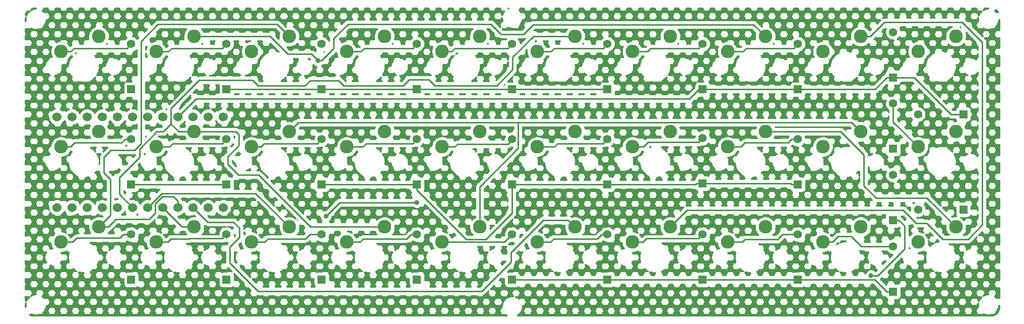
<source format=gbr>
G04 #@! TF.GenerationSoftware,KiCad,Pcbnew,(5.1.5)-3*
G04 #@! TF.CreationDate,2021-03-06T02:12:17+09:00*
G04 #@! TF.ProjectId,Kleine Gherkin,4b6c6569-6e65-4204-9768-65726b696e2e,rev?*
G04 #@! TF.SameCoordinates,Original*
G04 #@! TF.FileFunction,Copper,L1,Top*
G04 #@! TF.FilePolarity,Positive*
%FSLAX46Y46*%
G04 Gerber Fmt 4.6, Leading zero omitted, Abs format (unit mm)*
G04 Created by KiCad (PCBNEW (5.1.5)-3) date 2021-03-06 02:12:17*
%MOMM*%
%LPD*%
G04 APERTURE LIST*
%ADD10C,1.397000*%
%ADD11R,1.397000X1.397000*%
%ADD12C,2.286000*%
%ADD13C,1.524000*%
%ADD14C,0.800000*%
%ADD15C,0.250000*%
%ADD16C,0.254000*%
G04 APERTURE END LIST*
D10*
X81000000Y-38190000D03*
D11*
X81000000Y-45810000D03*
D10*
X49000000Y-54190000D03*
D11*
X49000000Y-61810000D03*
D12*
X181190000Y-39460000D03*
X187540000Y-36920000D03*
X181190000Y-71460000D03*
X187540000Y-68920000D03*
X85190000Y-71460000D03*
X91540000Y-68920000D03*
X149190000Y-55460000D03*
X155540000Y-52920000D03*
X53190000Y-55460000D03*
X59540000Y-52920000D03*
X117190000Y-39460000D03*
X123540000Y-36920000D03*
X165190000Y-71460000D03*
X171540000Y-68920000D03*
X69190000Y-71460000D03*
X75540000Y-68920000D03*
X133190000Y-55460000D03*
X139540000Y-52920000D03*
X37190000Y-55460000D03*
X43540000Y-52920000D03*
X101190000Y-39460000D03*
X107540000Y-36920000D03*
X149190000Y-71460000D03*
X155540000Y-68920000D03*
X53190000Y-71460000D03*
X59540000Y-68920000D03*
X117190000Y-55460000D03*
X123540000Y-52920000D03*
X85190000Y-39460000D03*
X91540000Y-36920000D03*
X133190000Y-71460000D03*
X139540000Y-68920000D03*
X37190000Y-71460000D03*
X43540000Y-68920000D03*
X101190000Y-55460000D03*
X107540000Y-52920000D03*
X165190000Y-39460000D03*
X171540000Y-36920000D03*
X69190000Y-39460000D03*
X75540000Y-36920000D03*
X117190000Y-71460000D03*
X123540000Y-68920000D03*
X181190000Y-55460000D03*
X187540000Y-52920000D03*
X85190000Y-55460000D03*
X91540000Y-52920000D03*
X149190000Y-39460000D03*
X155540000Y-36920000D03*
X53190000Y-39460000D03*
X59540000Y-36920000D03*
X101190000Y-71460000D03*
X107540000Y-68920000D03*
X165190000Y-55460000D03*
X171540000Y-52920000D03*
X69190000Y-55460000D03*
X75540000Y-52920000D03*
X133190000Y-39460000D03*
X139540000Y-36920000D03*
X37190000Y-39460000D03*
X43540000Y-36920000D03*
D13*
X36522000Y-65656400D03*
X39062000Y-65656400D03*
X41602000Y-65656400D03*
X44142000Y-65656400D03*
X46682000Y-65656400D03*
X49222000Y-65656400D03*
X51762000Y-65656400D03*
X54302000Y-65656400D03*
X56842000Y-65656400D03*
X59382000Y-65656400D03*
X61922000Y-65656400D03*
X64462000Y-65656400D03*
X64462000Y-50436400D03*
X61922000Y-50436400D03*
X59382000Y-50436400D03*
X56842000Y-50436400D03*
X54302000Y-50436400D03*
X51762000Y-50436400D03*
X49222000Y-50436400D03*
X46682000Y-50436400D03*
X44142000Y-50436400D03*
X41602000Y-50436400D03*
X39062000Y-50436400D03*
X36522000Y-50436400D03*
D10*
X181190000Y-66000000D03*
D11*
X188810000Y-66000000D03*
D10*
X97000000Y-70190000D03*
D11*
X97000000Y-77810000D03*
D10*
X161000000Y-54190000D03*
D11*
X161000000Y-61810000D03*
D10*
X65000000Y-54190000D03*
D11*
X65000000Y-61810000D03*
D10*
X129000000Y-38190000D03*
D11*
X129000000Y-45810000D03*
D10*
X177000000Y-72190000D03*
D11*
X177000000Y-79810000D03*
D10*
X81000000Y-70190000D03*
D11*
X81000000Y-77810000D03*
D10*
X145000000Y-54000000D03*
D11*
X145000000Y-61620000D03*
D10*
X113000000Y-38190000D03*
D11*
X113000000Y-45810000D03*
D10*
X161000000Y-70190000D03*
D11*
X161000000Y-77810000D03*
D10*
X65000000Y-70190000D03*
D11*
X65000000Y-77810000D03*
D10*
X129000000Y-54190000D03*
D11*
X129000000Y-61810000D03*
D10*
X181190000Y-50000000D03*
D11*
X188810000Y-50000000D03*
D10*
X97000000Y-38190000D03*
D11*
X97000000Y-45810000D03*
D10*
X145000000Y-70190000D03*
D11*
X145000000Y-77810000D03*
D10*
X49000000Y-70190000D03*
D11*
X49000000Y-77810000D03*
D10*
X113000000Y-54190000D03*
D11*
X113000000Y-61810000D03*
D10*
X177000000Y-36190000D03*
D11*
X177000000Y-43810000D03*
D10*
X129000000Y-70190000D03*
D11*
X129000000Y-77810000D03*
D10*
X177000000Y-48190000D03*
D11*
X177000000Y-55810000D03*
D10*
X97000000Y-54190000D03*
D11*
X97000000Y-61810000D03*
D10*
X161000000Y-38190000D03*
D11*
X161000000Y-45810000D03*
D10*
X65000000Y-38190000D03*
D11*
X65000000Y-45810000D03*
D10*
X113000000Y-70190000D03*
D11*
X113000000Y-77810000D03*
D10*
X177000000Y-60190000D03*
D11*
X177000000Y-67810000D03*
D10*
X81000000Y-54190000D03*
D11*
X81000000Y-61810000D03*
D10*
X145000000Y-38190000D03*
D11*
X145000000Y-45810000D03*
D10*
X49000000Y-38190000D03*
D11*
X49000000Y-45810000D03*
D14*
X173300000Y-77085000D03*
X80400000Y-41000000D03*
X81700000Y-67100000D03*
X97000000Y-64800000D03*
D15*
X49000000Y-38190000D02*
X48290000Y-38900000D01*
X48290000Y-38900000D02*
X39400000Y-38900000D01*
X38840000Y-39460000D02*
X37190000Y-39460000D01*
X39400000Y-38900000D02*
X38840000Y-39460000D01*
X129000000Y-45810000D02*
X113000000Y-45810000D01*
X113000000Y-45810000D02*
X97000000Y-45810000D01*
X97000000Y-45810000D02*
X81000000Y-45810000D01*
X81000000Y-45810000D02*
X65000000Y-45810000D01*
X144301501Y-38888499D02*
X136288499Y-38888499D01*
X145000000Y-38190000D02*
X144301501Y-38888499D01*
X135716998Y-39460000D02*
X133190000Y-39460000D01*
X136288499Y-38888499D02*
X135716998Y-39460000D01*
X161000000Y-45810000D02*
X173976200Y-45810000D01*
X173976200Y-45810000D02*
X175976200Y-43810000D01*
X145000000Y-45810000D02*
X161000000Y-45810000D01*
X177000000Y-43810000D02*
X175976200Y-43810000D01*
X49000000Y-61810000D02*
X65000000Y-61810000D01*
X188810000Y-50000000D02*
X186700000Y-50000000D01*
X180510000Y-43810000D02*
X177000000Y-43810000D01*
X186700000Y-50000000D02*
X180510000Y-43810000D01*
X142800000Y-47400000D02*
X144390000Y-45810000D01*
X56842000Y-50436400D02*
X59878400Y-47400000D01*
X144390000Y-45810000D02*
X145000000Y-45810000D01*
X59878400Y-47400000D02*
X142800000Y-47400000D01*
X80301501Y-54888499D02*
X81000000Y-54190000D01*
X71554945Y-54888499D02*
X80301501Y-54888499D01*
X71366446Y-54900000D02*
X71600000Y-54900000D01*
X70806446Y-55460000D02*
X71366446Y-54900000D01*
X69190000Y-55460000D02*
X70806446Y-55460000D01*
X71600000Y-54900000D02*
X71554945Y-54888499D01*
X81000000Y-61810000D02*
X97000000Y-61810000D01*
X113000000Y-61810000D02*
X127976200Y-61810000D01*
X129000000Y-61810000D02*
X127976200Y-61810000D01*
X145000000Y-61620000D02*
X143976200Y-61620000D01*
X129000000Y-61810000D02*
X143786200Y-61810000D01*
X143786200Y-61810000D02*
X143976200Y-61620000D01*
X161000000Y-61810000D02*
X159976200Y-61810000D01*
X145000000Y-61620000D02*
X159786200Y-61620000D01*
X159786200Y-61620000D02*
X159976200Y-61810000D01*
X105241500Y-71000000D02*
X97000000Y-62758500D01*
X108600000Y-71000000D02*
X105241500Y-71000000D01*
X97000000Y-62758500D02*
X97000000Y-61810000D01*
X113000000Y-66600000D02*
X108600000Y-71000000D01*
X113000000Y-61810000D02*
X113000000Y-66600000D01*
X177948500Y-67810000D02*
X178900000Y-68761500D01*
X177000000Y-67810000D02*
X177948500Y-67810000D01*
X178900000Y-68761500D02*
X178900000Y-72600000D01*
X178900000Y-72600000D02*
X174415000Y-77085000D01*
X174415000Y-77085000D02*
X173300000Y-77085000D01*
X113000000Y-70190000D02*
X111730000Y-71460000D01*
X111730000Y-71460000D02*
X101190000Y-71460000D01*
X177000000Y-79810000D02*
X175976200Y-79810000D01*
X161000000Y-77810000D02*
X173976200Y-77810000D01*
X173976200Y-77810000D02*
X175976200Y-79810000D01*
X145000000Y-77810000D02*
X161000000Y-77810000D01*
X129000000Y-77810000D02*
X145000000Y-77810000D01*
X113000000Y-77810000D02*
X129000000Y-77810000D01*
X64301501Y-38888499D02*
X55811501Y-38888499D01*
X65000000Y-38190000D02*
X64301501Y-38888499D01*
X55240000Y-39460000D02*
X53190000Y-39460000D01*
X55811501Y-38888499D02*
X55240000Y-39460000D01*
X160301501Y-38888499D02*
X152311501Y-38888499D01*
X161000000Y-38190000D02*
X160301501Y-38888499D01*
X151740000Y-39460000D02*
X149190000Y-39460000D01*
X152311501Y-38888499D02*
X151740000Y-39460000D01*
X96301501Y-54888499D02*
X88488499Y-54888499D01*
X97000000Y-54190000D02*
X96301501Y-54888499D01*
X87916998Y-55460000D02*
X85190000Y-55460000D01*
X88488499Y-54888499D02*
X87916998Y-55460000D01*
X177000000Y-51270000D02*
X181190000Y-55460000D01*
X177000000Y-48190000D02*
X177000000Y-51270000D01*
X128012172Y-70190000D02*
X127302172Y-70900000D01*
X129000000Y-70190000D02*
X128012172Y-70190000D01*
X127302172Y-70900000D02*
X120000000Y-70900000D01*
X119440000Y-71460000D02*
X117190000Y-71460000D01*
X120000000Y-70900000D02*
X119440000Y-71460000D01*
X113000000Y-54300000D02*
X112300000Y-55000000D01*
X113000000Y-54190000D02*
X113000000Y-54300000D01*
X112300000Y-55000000D02*
X103800000Y-55000000D01*
X103340000Y-55460000D02*
X101190000Y-55460000D01*
X103800000Y-55000000D02*
X103340000Y-55460000D01*
X49000000Y-70190000D02*
X47710000Y-70190000D01*
X47710000Y-70190000D02*
X47100000Y-70800000D01*
X47100000Y-70800000D02*
X39800000Y-70800000D01*
X39140000Y-71460000D02*
X37190000Y-71460000D01*
X39800000Y-70800000D02*
X39140000Y-71460000D01*
X144301501Y-70888499D02*
X135588499Y-70888499D01*
X145000000Y-70190000D02*
X144301501Y-70888499D01*
X135016998Y-71460000D02*
X133190000Y-71460000D01*
X135588499Y-70888499D02*
X135016998Y-71460000D01*
X96301501Y-38888499D02*
X88188499Y-38888499D01*
X97000000Y-38190000D02*
X96301501Y-38888499D01*
X87616998Y-39460000D02*
X85190000Y-39460000D01*
X88188499Y-38888499D02*
X87616998Y-39460000D01*
X128301501Y-54888499D02*
X120688499Y-54888499D01*
X129000000Y-54190000D02*
X128301501Y-54888499D01*
X120116998Y-55460000D02*
X117190000Y-55460000D01*
X120688499Y-54888499D02*
X120116998Y-55460000D01*
X64301501Y-70888499D02*
X58788499Y-70888499D01*
X65000000Y-70190000D02*
X64301501Y-70888499D01*
X58788499Y-70888499D02*
X58776998Y-70900000D01*
X58776998Y-70900000D02*
X55700000Y-70900000D01*
X55140000Y-71460000D02*
X53190000Y-71460000D01*
X55700000Y-70900000D02*
X55140000Y-71460000D01*
X161000000Y-70190000D02*
X158410000Y-70190000D01*
X158410000Y-70190000D02*
X157600000Y-71000000D01*
X157600000Y-71000000D02*
X152100000Y-71000000D01*
X151640000Y-71460000D02*
X149190000Y-71460000D01*
X152100000Y-71000000D02*
X151640000Y-71460000D01*
X101190000Y-39460000D02*
X102806446Y-39460000D01*
X103411501Y-38888499D02*
X103400000Y-38900000D01*
X112301501Y-38888499D02*
X103411501Y-38888499D01*
X113000000Y-38190000D02*
X112301501Y-38888499D01*
X102806446Y-39460000D02*
X103400000Y-38900000D01*
X48012172Y-54190000D02*
X47402172Y-54800000D01*
X49000000Y-54190000D02*
X48012172Y-54190000D01*
X47402172Y-54800000D02*
X39400000Y-54800000D01*
X39466446Y-54800000D02*
X47402172Y-54800000D01*
X38806446Y-55460000D02*
X39466446Y-54800000D01*
X37190000Y-55460000D02*
X38806446Y-55460000D01*
X144301501Y-54698499D02*
X135801501Y-54698499D01*
X145000000Y-54000000D02*
X144301501Y-54698499D01*
X135040000Y-55460000D02*
X133190000Y-55460000D01*
X135801501Y-54698499D02*
X135040000Y-55460000D01*
X81000000Y-70190000D02*
X79010000Y-70190000D01*
X79010000Y-70190000D02*
X78300000Y-70900000D01*
X78300000Y-70900000D02*
X72000000Y-70900000D01*
X71440000Y-71460000D02*
X69190000Y-71460000D01*
X72000000Y-70900000D02*
X71440000Y-71460000D01*
X166806446Y-71460000D02*
X167766446Y-70500000D01*
X165190000Y-71460000D02*
X166806446Y-71460000D01*
X167766446Y-70500000D02*
X170000000Y-70500000D01*
X171690000Y-72190000D02*
X177000000Y-72190000D01*
X170000000Y-70500000D02*
X171690000Y-72190000D01*
X128301501Y-38888499D02*
X120088499Y-38888499D01*
X129000000Y-38190000D02*
X128301501Y-38888499D01*
X119516998Y-39460000D02*
X117190000Y-39460000D01*
X120088499Y-38888499D02*
X119516998Y-39460000D01*
X64301501Y-54888499D02*
X55988499Y-54888499D01*
X65000000Y-54190000D02*
X64301501Y-54888499D01*
X55416998Y-55460000D02*
X53190000Y-55460000D01*
X55988499Y-54888499D02*
X55416998Y-55460000D01*
X160012172Y-54190000D02*
X159402172Y-54800000D01*
X161000000Y-54190000D02*
X160012172Y-54190000D01*
X159402172Y-54800000D02*
X152100000Y-54800000D01*
X151440000Y-55460000D02*
X149190000Y-55460000D01*
X152100000Y-54800000D02*
X151440000Y-55460000D01*
X96012172Y-70190000D02*
X95302172Y-70900000D01*
X97000000Y-70190000D02*
X96012172Y-70190000D01*
X95302172Y-70900000D02*
X88000000Y-70900000D01*
X87440000Y-71460000D02*
X85190000Y-71460000D01*
X88000000Y-70900000D02*
X87440000Y-71460000D01*
X114027700Y-51386600D02*
X170006600Y-51386600D01*
X170006600Y-51386600D02*
X171540000Y-52920000D01*
X75540000Y-52920000D02*
X77073400Y-51386600D01*
X77073400Y-51386600D02*
X114027700Y-51386600D01*
X114027700Y-51386600D02*
X114027700Y-55714600D01*
X114027700Y-55714600D02*
X107540000Y-62202300D01*
X107540000Y-62202300D02*
X107540000Y-68920000D01*
X122397001Y-67777001D02*
X118222999Y-67777001D01*
X123540000Y-68920000D02*
X122397001Y-67777001D01*
X118222999Y-67777001D02*
X112800000Y-73200000D01*
X112800000Y-73200000D02*
X112800000Y-74800000D01*
X112800000Y-74800000D02*
X107900000Y-79700000D01*
X107900000Y-79700000D02*
X70300000Y-79700000D01*
X70300000Y-79700000D02*
X65600000Y-75000000D01*
X65600000Y-75000000D02*
X65600000Y-72300000D01*
X65600000Y-72300000D02*
X67200000Y-70700000D01*
X67200000Y-70700000D02*
X67200000Y-69100000D01*
X67200000Y-69100000D02*
X66200000Y-68100000D01*
X61825600Y-68100000D02*
X59382000Y-65656400D01*
X66200000Y-68100000D02*
X61825600Y-68100000D01*
X59540000Y-36920000D02*
X72020000Y-36920000D01*
X59540000Y-36920000D02*
X72320000Y-36920000D01*
X72320000Y-36920000D02*
X75300000Y-39900000D01*
X75300000Y-39900000D02*
X78800000Y-39900000D01*
X78800000Y-39900000D02*
X79300000Y-39900000D01*
X79300000Y-39900000D02*
X80400000Y-41000000D01*
X80965685Y-41000000D02*
X82165685Y-39800000D01*
X80400000Y-41000000D02*
X80965685Y-41000000D01*
X116525000Y-34925000D02*
X153545000Y-34925000D01*
X111125000Y-36525000D02*
X114925000Y-36525000D01*
X83000000Y-38965685D02*
X83000000Y-37250000D01*
X114925000Y-36525000D02*
X116525000Y-34925000D01*
X80965685Y-41000000D02*
X83000000Y-38965685D01*
X153545000Y-34925000D02*
X155540000Y-36920000D01*
X109425000Y-34825000D02*
X111125000Y-36525000D01*
X83000000Y-37250000D02*
X85425000Y-34825000D01*
X85425000Y-34825000D02*
X109425000Y-34825000D01*
X173156446Y-36920000D02*
X175576446Y-34500000D01*
X171540000Y-36920000D02*
X173156446Y-36920000D01*
X175576446Y-34500000D02*
X188600000Y-34500000D01*
X188600000Y-34500000D02*
X192000000Y-37900000D01*
X192000000Y-37900000D02*
X192000000Y-68600000D01*
X192000000Y-68600000D02*
X189600000Y-71000000D01*
X189600000Y-71000000D02*
X185400000Y-71000000D01*
X185400000Y-71000000D02*
X182700000Y-68300000D01*
X182700000Y-68300000D02*
X180900000Y-68300000D01*
X180900000Y-68300000D02*
X178700000Y-66100000D01*
X142360000Y-66100000D02*
X139540000Y-68920000D01*
X178700000Y-66100000D02*
X142360000Y-66100000D01*
X44400000Y-57200000D02*
X45600000Y-56000000D01*
X44400000Y-59800000D02*
X44400000Y-57200000D01*
X50700000Y-54900000D02*
X50667200Y-54845400D01*
X45500000Y-60900000D02*
X44400000Y-59800000D01*
X45500000Y-66960000D02*
X45500000Y-60900000D01*
X50667200Y-54845400D02*
X50667200Y-37732800D01*
X43540000Y-68920000D02*
X45500000Y-66960000D01*
X45600000Y-56000000D02*
X49600000Y-56000000D01*
X49600000Y-56000000D02*
X50700000Y-54900000D01*
X50667200Y-37732800D02*
X53500000Y-34900000D01*
X73520000Y-34900000D02*
X75540000Y-36920000D01*
X53500000Y-34900000D02*
X73520000Y-34900000D01*
X52025000Y-67625000D02*
X46451446Y-67625000D01*
X53025000Y-66625000D02*
X52025000Y-67625000D01*
X56842000Y-65656400D02*
X56842000Y-64578770D01*
X46451446Y-67625000D02*
X45156446Y-68920000D01*
X53025000Y-65029810D02*
X53025000Y-66625000D01*
X56842000Y-64578770D02*
X56088230Y-63825000D01*
X56088230Y-63825000D02*
X54229810Y-63825000D01*
X45156446Y-68920000D02*
X43540000Y-68920000D01*
X54229810Y-63825000D02*
X53025000Y-65029810D01*
X54302000Y-65656400D02*
X57565600Y-68920000D01*
X57565600Y-68920000D02*
X59540000Y-68920000D01*
X81700000Y-67100000D02*
X84000000Y-64800000D01*
X84000000Y-64800000D02*
X97000000Y-64800000D01*
X51762000Y-65656400D02*
X54118400Y-63300000D01*
X69920000Y-63300000D02*
X75540000Y-68920000D01*
X54118400Y-63300000D02*
X69920000Y-63300000D01*
X168220000Y-52920000D02*
X155540000Y-52920000D01*
X182686200Y-64066200D02*
X174166200Y-64066200D01*
X187540000Y-68920000D02*
X182686200Y-64066200D01*
X174166200Y-64066200D02*
X172100000Y-62000000D01*
X172100000Y-56800000D02*
X168220000Y-52920000D01*
X172100000Y-62000000D02*
X172100000Y-56800000D01*
X91540000Y-68920000D02*
X79120000Y-68920000D01*
X79120000Y-68920000D02*
X70400000Y-60200000D01*
X70400000Y-60200000D02*
X67000000Y-60200000D01*
X67000000Y-60200000D02*
X65200000Y-58400000D01*
X59540000Y-52920000D02*
X66620000Y-52920000D01*
X66620000Y-52920000D02*
X67100000Y-53400000D01*
X67100000Y-53400000D02*
X67100000Y-55200000D01*
X65200000Y-57100000D02*
X65200000Y-58400000D01*
X67100000Y-55200000D02*
X65200000Y-57100000D01*
X57020000Y-52920000D02*
X55700000Y-51600000D01*
X59540000Y-52920000D02*
X57020000Y-52920000D01*
X55700000Y-51600000D02*
X55696000Y-49985600D01*
X55696000Y-49985600D02*
X55696000Y-49004000D01*
X55696000Y-49004000D02*
X60400000Y-44300000D01*
X60400000Y-44300000D02*
X69400000Y-44300000D01*
X69400000Y-44300000D02*
X70300000Y-45200000D01*
X70300000Y-45200000D02*
X78200000Y-45200000D01*
X79081099Y-44318901D02*
X83818901Y-44318901D01*
X78200000Y-45200000D02*
X79081099Y-44318901D01*
X83818901Y-44318901D02*
X84700000Y-45200000D01*
X84700000Y-45200000D02*
X94700000Y-45200000D01*
X94700000Y-45200000D02*
X95700000Y-44200000D01*
X95700000Y-44200000D02*
X99000000Y-44200000D01*
X99000000Y-44200000D02*
X100000000Y-45200000D01*
X100000000Y-45200000D02*
X110400000Y-45200000D01*
X110400000Y-45200000D02*
X113100000Y-42500000D01*
X113100000Y-42500000D02*
X113100000Y-40400000D01*
X116580000Y-36920000D02*
X123540000Y-36920000D01*
X113100000Y-40400000D02*
X116580000Y-36920000D01*
X49222000Y-65656400D02*
X47000000Y-63434400D01*
X47000000Y-63434400D02*
X47000000Y-60600000D01*
X50400000Y-57200000D02*
X50400000Y-55836410D01*
X47000000Y-60600000D02*
X50400000Y-57200000D01*
X53316410Y-52920000D02*
X54380000Y-52920000D01*
X54380000Y-52920000D02*
X55700000Y-51600000D01*
X50400000Y-55836410D02*
X53316410Y-52920000D01*
D16*
G36*
X35136408Y-32556796D02*
G01*
X35144403Y-32570557D01*
X35160197Y-32589803D01*
X35179443Y-32605597D01*
X35201399Y-32617333D01*
X35225224Y-32624560D01*
X35250000Y-32627000D01*
X36000000Y-32627000D01*
X36015884Y-32626003D01*
X36040161Y-32620483D01*
X36062894Y-32610333D01*
X36083211Y-32595943D01*
X36100329Y-32577866D01*
X36113592Y-32556796D01*
X36299490Y-32185000D01*
X36950510Y-32185000D01*
X37136408Y-32556796D01*
X37144403Y-32570557D01*
X37160197Y-32589803D01*
X37179443Y-32605597D01*
X37201399Y-32617333D01*
X37225224Y-32624560D01*
X37250000Y-32627000D01*
X38000000Y-32627000D01*
X38015884Y-32626003D01*
X38040161Y-32620483D01*
X38062894Y-32610333D01*
X38083211Y-32595943D01*
X38100329Y-32577866D01*
X38113592Y-32556796D01*
X38299490Y-32185000D01*
X38950510Y-32185000D01*
X39136408Y-32556796D01*
X39144403Y-32570557D01*
X39160197Y-32589803D01*
X39179443Y-32605597D01*
X39201399Y-32617333D01*
X39225224Y-32624560D01*
X39250000Y-32627000D01*
X40000000Y-32627000D01*
X40015884Y-32626003D01*
X40040161Y-32620483D01*
X40062894Y-32610333D01*
X40083211Y-32595943D01*
X40100329Y-32577866D01*
X40113592Y-32556796D01*
X40299490Y-32185000D01*
X40950510Y-32185000D01*
X41136408Y-32556796D01*
X41144403Y-32570557D01*
X41160197Y-32589803D01*
X41179443Y-32605597D01*
X41201399Y-32617333D01*
X41225224Y-32624560D01*
X41250000Y-32627000D01*
X42000000Y-32627000D01*
X42015884Y-32626003D01*
X42040161Y-32620483D01*
X42062894Y-32610333D01*
X42083211Y-32595943D01*
X42100329Y-32577866D01*
X42113592Y-32556796D01*
X42299490Y-32185000D01*
X42950510Y-32185000D01*
X43136408Y-32556796D01*
X43144403Y-32570557D01*
X43160197Y-32589803D01*
X43179443Y-32605597D01*
X43201399Y-32617333D01*
X43225224Y-32624560D01*
X43250000Y-32627000D01*
X44000000Y-32627000D01*
X44015884Y-32626003D01*
X44040161Y-32620483D01*
X44062894Y-32610333D01*
X44083211Y-32595943D01*
X44100329Y-32577866D01*
X44113592Y-32556796D01*
X44299490Y-32185000D01*
X44950510Y-32185000D01*
X45136408Y-32556796D01*
X45144403Y-32570557D01*
X45160197Y-32589803D01*
X45179443Y-32605597D01*
X45201399Y-32617333D01*
X45225224Y-32624560D01*
X45250000Y-32627000D01*
X46000000Y-32627000D01*
X46015884Y-32626003D01*
X46040161Y-32620483D01*
X46062894Y-32610333D01*
X46083211Y-32595943D01*
X46100329Y-32577866D01*
X46113592Y-32556796D01*
X46299490Y-32185000D01*
X46950510Y-32185000D01*
X47136408Y-32556796D01*
X47144403Y-32570557D01*
X47160197Y-32589803D01*
X47179443Y-32605597D01*
X47201399Y-32617333D01*
X47225224Y-32624560D01*
X47250000Y-32627000D01*
X48000000Y-32627000D01*
X48015884Y-32626003D01*
X48040161Y-32620483D01*
X48062894Y-32610333D01*
X48083211Y-32595943D01*
X48100329Y-32577866D01*
X48113592Y-32556796D01*
X48299490Y-32185000D01*
X48950510Y-32185000D01*
X49136408Y-32556796D01*
X49144403Y-32570557D01*
X49160197Y-32589803D01*
X49179443Y-32605597D01*
X49201399Y-32617333D01*
X49225224Y-32624560D01*
X49250000Y-32627000D01*
X50000000Y-32627000D01*
X50015884Y-32626003D01*
X50040161Y-32620483D01*
X50062894Y-32610333D01*
X50083211Y-32595943D01*
X50100329Y-32577866D01*
X50113592Y-32556796D01*
X50299490Y-32185000D01*
X50950510Y-32185000D01*
X51136408Y-32556796D01*
X51144403Y-32570557D01*
X51160197Y-32589803D01*
X51179443Y-32605597D01*
X51201399Y-32617333D01*
X51225224Y-32624560D01*
X51250000Y-32627000D01*
X52000000Y-32627000D01*
X52015884Y-32626003D01*
X52040161Y-32620483D01*
X52062894Y-32610333D01*
X52083211Y-32595943D01*
X52100329Y-32577866D01*
X52113592Y-32556796D01*
X52299490Y-32185000D01*
X52950510Y-32185000D01*
X53136408Y-32556796D01*
X53144403Y-32570557D01*
X53160197Y-32589803D01*
X53179443Y-32605597D01*
X53201399Y-32617333D01*
X53225224Y-32624560D01*
X53250000Y-32627000D01*
X54000000Y-32627000D01*
X54015884Y-32626003D01*
X54040161Y-32620483D01*
X54062894Y-32610333D01*
X54083211Y-32595943D01*
X54100329Y-32577866D01*
X54113592Y-32556796D01*
X54299490Y-32185000D01*
X54950510Y-32185000D01*
X55136408Y-32556796D01*
X55144403Y-32570557D01*
X55160197Y-32589803D01*
X55179443Y-32605597D01*
X55201399Y-32617333D01*
X55225224Y-32624560D01*
X55250000Y-32627000D01*
X56000000Y-32627000D01*
X56015884Y-32626003D01*
X56040161Y-32620483D01*
X56062894Y-32610333D01*
X56083211Y-32595943D01*
X56100329Y-32577866D01*
X56113592Y-32556796D01*
X56299490Y-32185000D01*
X56950510Y-32185000D01*
X57136408Y-32556796D01*
X57144403Y-32570557D01*
X57160197Y-32589803D01*
X57179443Y-32605597D01*
X57201399Y-32617333D01*
X57225224Y-32624560D01*
X57250000Y-32627000D01*
X58000000Y-32627000D01*
X58015884Y-32626003D01*
X58040161Y-32620483D01*
X58062894Y-32610333D01*
X58083211Y-32595943D01*
X58100329Y-32577866D01*
X58113592Y-32556796D01*
X58299490Y-32185000D01*
X58950510Y-32185000D01*
X59136408Y-32556796D01*
X59144403Y-32570557D01*
X59160197Y-32589803D01*
X59179443Y-32605597D01*
X59201399Y-32617333D01*
X59225224Y-32624560D01*
X59250000Y-32627000D01*
X60000000Y-32627000D01*
X60015884Y-32626003D01*
X60040161Y-32620483D01*
X60062894Y-32610333D01*
X60083211Y-32595943D01*
X60100329Y-32577866D01*
X60113592Y-32556796D01*
X60299490Y-32185000D01*
X60950510Y-32185000D01*
X61136408Y-32556796D01*
X61144403Y-32570557D01*
X61160197Y-32589803D01*
X61179443Y-32605597D01*
X61201399Y-32617333D01*
X61225224Y-32624560D01*
X61250000Y-32627000D01*
X62000000Y-32627000D01*
X62015884Y-32626003D01*
X62040161Y-32620483D01*
X62062894Y-32610333D01*
X62083211Y-32595943D01*
X62100329Y-32577866D01*
X62113592Y-32556796D01*
X62299490Y-32185000D01*
X62950510Y-32185000D01*
X63136408Y-32556796D01*
X63144403Y-32570557D01*
X63160197Y-32589803D01*
X63179443Y-32605597D01*
X63201399Y-32617333D01*
X63225224Y-32624560D01*
X63250000Y-32627000D01*
X64000000Y-32627000D01*
X64015884Y-32626003D01*
X64040161Y-32620483D01*
X64062894Y-32610333D01*
X64083211Y-32595943D01*
X64100329Y-32577866D01*
X64113592Y-32556796D01*
X64299490Y-32185000D01*
X64950510Y-32185000D01*
X65136408Y-32556796D01*
X65144403Y-32570557D01*
X65160197Y-32589803D01*
X65179443Y-32605597D01*
X65201399Y-32617333D01*
X65225224Y-32624560D01*
X65250000Y-32627000D01*
X66000000Y-32627000D01*
X66015884Y-32626003D01*
X66040161Y-32620483D01*
X66062894Y-32610333D01*
X66083211Y-32595943D01*
X66100329Y-32577866D01*
X66113592Y-32556796D01*
X66299490Y-32185000D01*
X66950510Y-32185000D01*
X67136408Y-32556796D01*
X67144403Y-32570557D01*
X67160197Y-32589803D01*
X67179443Y-32605597D01*
X67201399Y-32617333D01*
X67225224Y-32624560D01*
X67250000Y-32627000D01*
X68000000Y-32627000D01*
X68015884Y-32626003D01*
X68040161Y-32620483D01*
X68062894Y-32610333D01*
X68083211Y-32595943D01*
X68100329Y-32577866D01*
X68113592Y-32556796D01*
X68299490Y-32185000D01*
X68950510Y-32185000D01*
X69136408Y-32556796D01*
X69144403Y-32570557D01*
X69160197Y-32589803D01*
X69179443Y-32605597D01*
X69201399Y-32617333D01*
X69225224Y-32624560D01*
X69250000Y-32627000D01*
X70000000Y-32627000D01*
X70015884Y-32626003D01*
X70040161Y-32620483D01*
X70062894Y-32610333D01*
X70083211Y-32595943D01*
X70100329Y-32577866D01*
X70113592Y-32556796D01*
X70299490Y-32185000D01*
X70950510Y-32185000D01*
X71136408Y-32556796D01*
X71144403Y-32570557D01*
X71160197Y-32589803D01*
X71179443Y-32605597D01*
X71201399Y-32617333D01*
X71225224Y-32624560D01*
X71250000Y-32627000D01*
X72000000Y-32627000D01*
X72015884Y-32626003D01*
X72040161Y-32620483D01*
X72062894Y-32610333D01*
X72083211Y-32595943D01*
X72100329Y-32577866D01*
X72113592Y-32556796D01*
X72299490Y-32185000D01*
X72950510Y-32185000D01*
X73136408Y-32556796D01*
X73144403Y-32570557D01*
X73160197Y-32589803D01*
X73179443Y-32605597D01*
X73201399Y-32617333D01*
X73225224Y-32624560D01*
X73250000Y-32627000D01*
X74000000Y-32627000D01*
X74015884Y-32626003D01*
X74040161Y-32620483D01*
X74062894Y-32610333D01*
X74083211Y-32595943D01*
X74100329Y-32577866D01*
X74113592Y-32556796D01*
X74299490Y-32185000D01*
X74950510Y-32185000D01*
X75136408Y-32556796D01*
X75144403Y-32570557D01*
X75160197Y-32589803D01*
X75179443Y-32605597D01*
X75201399Y-32617333D01*
X75225224Y-32624560D01*
X75250000Y-32627000D01*
X76000000Y-32627000D01*
X76015884Y-32626003D01*
X76040161Y-32620483D01*
X76062894Y-32610333D01*
X76083211Y-32595943D01*
X76100329Y-32577866D01*
X76113592Y-32556796D01*
X76299490Y-32185000D01*
X76950510Y-32185000D01*
X77136408Y-32556796D01*
X77144403Y-32570557D01*
X77160197Y-32589803D01*
X77179443Y-32605597D01*
X77201399Y-32617333D01*
X77225224Y-32624560D01*
X77250000Y-32627000D01*
X78000000Y-32627000D01*
X78015884Y-32626003D01*
X78040161Y-32620483D01*
X78062894Y-32610333D01*
X78083211Y-32595943D01*
X78100329Y-32577866D01*
X78113592Y-32556796D01*
X78299490Y-32185000D01*
X78950510Y-32185000D01*
X79136408Y-32556796D01*
X79144403Y-32570557D01*
X79160197Y-32589803D01*
X79179443Y-32605597D01*
X79201399Y-32617333D01*
X79225224Y-32624560D01*
X79250000Y-32627000D01*
X80000000Y-32627000D01*
X80015884Y-32626003D01*
X80040161Y-32620483D01*
X80062894Y-32610333D01*
X80083211Y-32595943D01*
X80100329Y-32577866D01*
X80113592Y-32556796D01*
X80299490Y-32185000D01*
X80950510Y-32185000D01*
X81136408Y-32556796D01*
X81144403Y-32570557D01*
X81160197Y-32589803D01*
X81179443Y-32605597D01*
X81201399Y-32617333D01*
X81225224Y-32624560D01*
X81250000Y-32627000D01*
X82000000Y-32627000D01*
X82015884Y-32626003D01*
X82040161Y-32620483D01*
X82062894Y-32610333D01*
X82083211Y-32595943D01*
X82100329Y-32577866D01*
X82113592Y-32556796D01*
X82299490Y-32185000D01*
X82950510Y-32185000D01*
X83136408Y-32556796D01*
X83144403Y-32570557D01*
X83160197Y-32589803D01*
X83179443Y-32605597D01*
X83201399Y-32617333D01*
X83225224Y-32624560D01*
X83250000Y-32627000D01*
X84000000Y-32627000D01*
X84015884Y-32626003D01*
X84040161Y-32620483D01*
X84062894Y-32610333D01*
X84083211Y-32595943D01*
X84100329Y-32577866D01*
X84113592Y-32556796D01*
X84299490Y-32185000D01*
X84950510Y-32185000D01*
X85136408Y-32556796D01*
X85144403Y-32570557D01*
X85160197Y-32589803D01*
X85179443Y-32605597D01*
X85201399Y-32617333D01*
X85225224Y-32624560D01*
X85250000Y-32627000D01*
X86000000Y-32627000D01*
X86015884Y-32626003D01*
X86040161Y-32620483D01*
X86062894Y-32610333D01*
X86083211Y-32595943D01*
X86100329Y-32577866D01*
X86113592Y-32556796D01*
X86299490Y-32185000D01*
X86950510Y-32185000D01*
X87136408Y-32556796D01*
X87144403Y-32570557D01*
X87160197Y-32589803D01*
X87179443Y-32605597D01*
X87201399Y-32617333D01*
X87225224Y-32624560D01*
X87250000Y-32627000D01*
X88000000Y-32627000D01*
X88015884Y-32626003D01*
X88040161Y-32620483D01*
X88062894Y-32610333D01*
X88083211Y-32595943D01*
X88100329Y-32577866D01*
X88113592Y-32556796D01*
X88299490Y-32185000D01*
X88950510Y-32185000D01*
X89136408Y-32556796D01*
X89144403Y-32570557D01*
X89160197Y-32589803D01*
X89179443Y-32605597D01*
X89201399Y-32617333D01*
X89225224Y-32624560D01*
X89250000Y-32627000D01*
X90000000Y-32627000D01*
X90015884Y-32626003D01*
X90040161Y-32620483D01*
X90062894Y-32610333D01*
X90083211Y-32595943D01*
X90100329Y-32577866D01*
X90113592Y-32556796D01*
X90299490Y-32185000D01*
X90950510Y-32185000D01*
X91136408Y-32556796D01*
X91144403Y-32570557D01*
X91160197Y-32589803D01*
X91179443Y-32605597D01*
X91201399Y-32617333D01*
X91225224Y-32624560D01*
X91250000Y-32627000D01*
X92000000Y-32627000D01*
X92015884Y-32626003D01*
X92040161Y-32620483D01*
X92062894Y-32610333D01*
X92083211Y-32595943D01*
X92100329Y-32577866D01*
X92113592Y-32556796D01*
X92299490Y-32185000D01*
X92950510Y-32185000D01*
X93136408Y-32556796D01*
X93144403Y-32570557D01*
X93160197Y-32589803D01*
X93179443Y-32605597D01*
X93201399Y-32617333D01*
X93225224Y-32624560D01*
X93250000Y-32627000D01*
X94000000Y-32627000D01*
X94015884Y-32626003D01*
X94040161Y-32620483D01*
X94062894Y-32610333D01*
X94083211Y-32595943D01*
X94100329Y-32577866D01*
X94113592Y-32556796D01*
X94299490Y-32185000D01*
X94950510Y-32185000D01*
X95136408Y-32556796D01*
X95144403Y-32570557D01*
X95160197Y-32589803D01*
X95179443Y-32605597D01*
X95201399Y-32617333D01*
X95225224Y-32624560D01*
X95250000Y-32627000D01*
X96000000Y-32627000D01*
X96015884Y-32626003D01*
X96040161Y-32620483D01*
X96062894Y-32610333D01*
X96083211Y-32595943D01*
X96100329Y-32577866D01*
X96113592Y-32556796D01*
X96299490Y-32185000D01*
X96950510Y-32185000D01*
X97136408Y-32556796D01*
X97144403Y-32570557D01*
X97160197Y-32589803D01*
X97179443Y-32605597D01*
X97201399Y-32617333D01*
X97225224Y-32624560D01*
X97250000Y-32627000D01*
X98000000Y-32627000D01*
X98015884Y-32626003D01*
X98040161Y-32620483D01*
X98062894Y-32610333D01*
X98083211Y-32595943D01*
X98100329Y-32577866D01*
X98113592Y-32556796D01*
X98299490Y-32185000D01*
X98950510Y-32185000D01*
X99136408Y-32556796D01*
X99144403Y-32570557D01*
X99160197Y-32589803D01*
X99179443Y-32605597D01*
X99201399Y-32617333D01*
X99225224Y-32624560D01*
X99250000Y-32627000D01*
X100000000Y-32627000D01*
X100015884Y-32626003D01*
X100040161Y-32620483D01*
X100062894Y-32610333D01*
X100083211Y-32595943D01*
X100100329Y-32577866D01*
X100113592Y-32556796D01*
X100299490Y-32185000D01*
X100950510Y-32185000D01*
X101136408Y-32556796D01*
X101144403Y-32570557D01*
X101160197Y-32589803D01*
X101179443Y-32605597D01*
X101201399Y-32617333D01*
X101225224Y-32624560D01*
X101250000Y-32627000D01*
X102000000Y-32627000D01*
X102015884Y-32626003D01*
X102040161Y-32620483D01*
X102062894Y-32610333D01*
X102083211Y-32595943D01*
X102100329Y-32577866D01*
X102113592Y-32556796D01*
X102299490Y-32185000D01*
X102950510Y-32185000D01*
X103136408Y-32556796D01*
X103144403Y-32570557D01*
X103160197Y-32589803D01*
X103179443Y-32605597D01*
X103201399Y-32617333D01*
X103225224Y-32624560D01*
X103250000Y-32627000D01*
X104000000Y-32627000D01*
X104015884Y-32626003D01*
X104040161Y-32620483D01*
X104062894Y-32610333D01*
X104083211Y-32595943D01*
X104100329Y-32577866D01*
X104113592Y-32556796D01*
X104299490Y-32185000D01*
X104950510Y-32185000D01*
X105136408Y-32556796D01*
X105144403Y-32570557D01*
X105160197Y-32589803D01*
X105179443Y-32605597D01*
X105201399Y-32617333D01*
X105225224Y-32624560D01*
X105250000Y-32627000D01*
X106000000Y-32627000D01*
X106015884Y-32626003D01*
X106040161Y-32620483D01*
X106062894Y-32610333D01*
X106083211Y-32595943D01*
X106100329Y-32577866D01*
X106113592Y-32556796D01*
X106299490Y-32185000D01*
X106950510Y-32185000D01*
X107136408Y-32556796D01*
X107144403Y-32570557D01*
X107160197Y-32589803D01*
X107179443Y-32605597D01*
X107201399Y-32617333D01*
X107225224Y-32624560D01*
X107250000Y-32627000D01*
X108000000Y-32627000D01*
X108015884Y-32626003D01*
X108040161Y-32620483D01*
X108062894Y-32610333D01*
X108083211Y-32595943D01*
X108100329Y-32577866D01*
X108113592Y-32556796D01*
X108299490Y-32185000D01*
X108950510Y-32185000D01*
X109136408Y-32556796D01*
X109144403Y-32570557D01*
X109160197Y-32589803D01*
X109179443Y-32605597D01*
X109201399Y-32617333D01*
X109225224Y-32624560D01*
X109250000Y-32627000D01*
X110000000Y-32627000D01*
X110015884Y-32626003D01*
X110040161Y-32620483D01*
X110062894Y-32610333D01*
X110083211Y-32595943D01*
X110100329Y-32577866D01*
X110113592Y-32556796D01*
X110299490Y-32185000D01*
X110950510Y-32185000D01*
X111136408Y-32556796D01*
X111144403Y-32570557D01*
X111160197Y-32589803D01*
X111179443Y-32605597D01*
X111201399Y-32617333D01*
X111225224Y-32624560D01*
X111250000Y-32627000D01*
X111719339Y-32627000D01*
X111652337Y-32694002D01*
X111462463Y-32978169D01*
X111331675Y-33293919D01*
X111319515Y-33355050D01*
X111113592Y-32943204D01*
X111105597Y-32929443D01*
X111089803Y-32910197D01*
X111070557Y-32894403D01*
X111048601Y-32882667D01*
X111024776Y-32875440D01*
X111000000Y-32873000D01*
X110250000Y-32873000D01*
X110234116Y-32873997D01*
X110209839Y-32879517D01*
X110187106Y-32889667D01*
X110166789Y-32904057D01*
X110149671Y-32922134D01*
X110136408Y-32943204D01*
X109886408Y-33443204D01*
X109879517Y-33459839D01*
X109873997Y-33484116D01*
X109873320Y-33509003D01*
X109877510Y-33533544D01*
X109886408Y-33556796D01*
X110136408Y-34056796D01*
X110144403Y-34070557D01*
X110160197Y-34089803D01*
X110179443Y-34105597D01*
X110201399Y-34117333D01*
X110225224Y-34124560D01*
X110250000Y-34127000D01*
X111000000Y-34127000D01*
X111015884Y-34126003D01*
X111040161Y-34120483D01*
X111062894Y-34110333D01*
X111083211Y-34095943D01*
X111100329Y-34077866D01*
X111113592Y-34056796D01*
X111265000Y-33753980D01*
X111265000Y-33970883D01*
X111331675Y-34306081D01*
X111359394Y-34373000D01*
X111250000Y-34373000D01*
X111234116Y-34373997D01*
X111209839Y-34379517D01*
X111187106Y-34389667D01*
X111166789Y-34404057D01*
X111149671Y-34422134D01*
X111136408Y-34443204D01*
X110886408Y-34943204D01*
X110879517Y-34959839D01*
X110873997Y-34984116D01*
X110873320Y-35009003D01*
X110877510Y-35033544D01*
X110886408Y-35056796D01*
X111041218Y-35366417D01*
X110107473Y-34432672D01*
X110105597Y-34429443D01*
X110089803Y-34410197D01*
X110070557Y-34394403D01*
X110067650Y-34392849D01*
X109988804Y-34314003D01*
X109965001Y-34284999D01*
X109849276Y-34190026D01*
X109717247Y-34119454D01*
X109573986Y-34075997D01*
X109462333Y-34065000D01*
X109462322Y-34065000D01*
X109425000Y-34061324D01*
X109387678Y-34065000D01*
X109108428Y-34065000D01*
X109113592Y-34056796D01*
X109363592Y-33556796D01*
X109370483Y-33540161D01*
X109376003Y-33515884D01*
X109376680Y-33490997D01*
X109372490Y-33466456D01*
X109363592Y-33443204D01*
X109113592Y-32943204D01*
X109105597Y-32929443D01*
X109089803Y-32910197D01*
X109070557Y-32894403D01*
X109048601Y-32882667D01*
X109024776Y-32875440D01*
X109000000Y-32873000D01*
X108250000Y-32873000D01*
X108234116Y-32873997D01*
X108209839Y-32879517D01*
X108187106Y-32889667D01*
X108166789Y-32904057D01*
X108149671Y-32922134D01*
X108136408Y-32943204D01*
X107886408Y-33443204D01*
X107879517Y-33459839D01*
X107873997Y-33484116D01*
X107873320Y-33509003D01*
X107877510Y-33533544D01*
X107886408Y-33556796D01*
X108136408Y-34056796D01*
X108141174Y-34065000D01*
X107108428Y-34065000D01*
X107113592Y-34056796D01*
X107363592Y-33556796D01*
X107370483Y-33540161D01*
X107376003Y-33515884D01*
X107376680Y-33490997D01*
X107372490Y-33466456D01*
X107363592Y-33443204D01*
X107113592Y-32943204D01*
X107105597Y-32929443D01*
X107089803Y-32910197D01*
X107070557Y-32894403D01*
X107048601Y-32882667D01*
X107024776Y-32875440D01*
X107000000Y-32873000D01*
X106250000Y-32873000D01*
X106234116Y-32873997D01*
X106209839Y-32879517D01*
X106187106Y-32889667D01*
X106166789Y-32904057D01*
X106149671Y-32922134D01*
X106136408Y-32943204D01*
X105886408Y-33443204D01*
X105879517Y-33459839D01*
X105873997Y-33484116D01*
X105873320Y-33509003D01*
X105877510Y-33533544D01*
X105886408Y-33556796D01*
X106136408Y-34056796D01*
X106141174Y-34065000D01*
X105108428Y-34065000D01*
X105113592Y-34056796D01*
X105363592Y-33556796D01*
X105370483Y-33540161D01*
X105376003Y-33515884D01*
X105376680Y-33490997D01*
X105372490Y-33466456D01*
X105363592Y-33443204D01*
X105113592Y-32943204D01*
X105105597Y-32929443D01*
X105089803Y-32910197D01*
X105070557Y-32894403D01*
X105048601Y-32882667D01*
X105024776Y-32875440D01*
X105000000Y-32873000D01*
X104250000Y-32873000D01*
X104234116Y-32873997D01*
X104209839Y-32879517D01*
X104187106Y-32889667D01*
X104166789Y-32904057D01*
X104149671Y-32922134D01*
X104136408Y-32943204D01*
X103886408Y-33443204D01*
X103879517Y-33459839D01*
X103873997Y-33484116D01*
X103873320Y-33509003D01*
X103877510Y-33533544D01*
X103886408Y-33556796D01*
X104136408Y-34056796D01*
X104141174Y-34065000D01*
X103108428Y-34065000D01*
X103113592Y-34056796D01*
X103363592Y-33556796D01*
X103370483Y-33540161D01*
X103376003Y-33515884D01*
X103376680Y-33490997D01*
X103372490Y-33466456D01*
X103363592Y-33443204D01*
X103113592Y-32943204D01*
X103105597Y-32929443D01*
X103089803Y-32910197D01*
X103070557Y-32894403D01*
X103048601Y-32882667D01*
X103024776Y-32875440D01*
X103000000Y-32873000D01*
X102250000Y-32873000D01*
X102234116Y-32873997D01*
X102209839Y-32879517D01*
X102187106Y-32889667D01*
X102166789Y-32904057D01*
X102149671Y-32922134D01*
X102136408Y-32943204D01*
X101886408Y-33443204D01*
X101879517Y-33459839D01*
X101873997Y-33484116D01*
X101873320Y-33509003D01*
X101877510Y-33533544D01*
X101886408Y-33556796D01*
X102136408Y-34056796D01*
X102141174Y-34065000D01*
X101108428Y-34065000D01*
X101113592Y-34056796D01*
X101363592Y-33556796D01*
X101370483Y-33540161D01*
X101376003Y-33515884D01*
X101376680Y-33490997D01*
X101372490Y-33466456D01*
X101363592Y-33443204D01*
X101113592Y-32943204D01*
X101105597Y-32929443D01*
X101089803Y-32910197D01*
X101070557Y-32894403D01*
X101048601Y-32882667D01*
X101024776Y-32875440D01*
X101000000Y-32873000D01*
X100250000Y-32873000D01*
X100234116Y-32873997D01*
X100209839Y-32879517D01*
X100187106Y-32889667D01*
X100166789Y-32904057D01*
X100149671Y-32922134D01*
X100136408Y-32943204D01*
X99886408Y-33443204D01*
X99879517Y-33459839D01*
X99873997Y-33484116D01*
X99873320Y-33509003D01*
X99877510Y-33533544D01*
X99886408Y-33556796D01*
X100136408Y-34056796D01*
X100141174Y-34065000D01*
X99108428Y-34065000D01*
X99113592Y-34056796D01*
X99363592Y-33556796D01*
X99370483Y-33540161D01*
X99376003Y-33515884D01*
X99376680Y-33490997D01*
X99372490Y-33466456D01*
X99363592Y-33443204D01*
X99113592Y-32943204D01*
X99105597Y-32929443D01*
X99089803Y-32910197D01*
X99070557Y-32894403D01*
X99048601Y-32882667D01*
X99024776Y-32875440D01*
X99000000Y-32873000D01*
X98250000Y-32873000D01*
X98234116Y-32873997D01*
X98209839Y-32879517D01*
X98187106Y-32889667D01*
X98166789Y-32904057D01*
X98149671Y-32922134D01*
X98136408Y-32943204D01*
X97886408Y-33443204D01*
X97879517Y-33459839D01*
X97873997Y-33484116D01*
X97873320Y-33509003D01*
X97877510Y-33533544D01*
X97886408Y-33556796D01*
X98136408Y-34056796D01*
X98141174Y-34065000D01*
X97108428Y-34065000D01*
X97113592Y-34056796D01*
X97363592Y-33556796D01*
X97370483Y-33540161D01*
X97376003Y-33515884D01*
X97376680Y-33490997D01*
X97372490Y-33466456D01*
X97363592Y-33443204D01*
X97113592Y-32943204D01*
X97105597Y-32929443D01*
X97089803Y-32910197D01*
X97070557Y-32894403D01*
X97048601Y-32882667D01*
X97024776Y-32875440D01*
X97000000Y-32873000D01*
X96250000Y-32873000D01*
X96234116Y-32873997D01*
X96209839Y-32879517D01*
X96187106Y-32889667D01*
X96166789Y-32904057D01*
X96149671Y-32922134D01*
X96136408Y-32943204D01*
X95886408Y-33443204D01*
X95879517Y-33459839D01*
X95873997Y-33484116D01*
X95873320Y-33509003D01*
X95877510Y-33533544D01*
X95886408Y-33556796D01*
X96136408Y-34056796D01*
X96141174Y-34065000D01*
X95108428Y-34065000D01*
X95113592Y-34056796D01*
X95363592Y-33556796D01*
X95370483Y-33540161D01*
X95376003Y-33515884D01*
X95376680Y-33490997D01*
X95372490Y-33466456D01*
X95363592Y-33443204D01*
X95113592Y-32943204D01*
X95105597Y-32929443D01*
X95089803Y-32910197D01*
X95070557Y-32894403D01*
X95048601Y-32882667D01*
X95024776Y-32875440D01*
X95000000Y-32873000D01*
X94250000Y-32873000D01*
X94234116Y-32873997D01*
X94209839Y-32879517D01*
X94187106Y-32889667D01*
X94166789Y-32904057D01*
X94149671Y-32922134D01*
X94136408Y-32943204D01*
X93886408Y-33443204D01*
X93879517Y-33459839D01*
X93873997Y-33484116D01*
X93873320Y-33509003D01*
X93877510Y-33533544D01*
X93886408Y-33556796D01*
X94136408Y-34056796D01*
X94141174Y-34065000D01*
X93108428Y-34065000D01*
X93113592Y-34056796D01*
X93363592Y-33556796D01*
X93370483Y-33540161D01*
X93376003Y-33515884D01*
X93376680Y-33490997D01*
X93372490Y-33466456D01*
X93363592Y-33443204D01*
X93113592Y-32943204D01*
X93105597Y-32929443D01*
X93089803Y-32910197D01*
X93070557Y-32894403D01*
X93048601Y-32882667D01*
X93024776Y-32875440D01*
X93000000Y-32873000D01*
X92250000Y-32873000D01*
X92234116Y-32873997D01*
X92209839Y-32879517D01*
X92187106Y-32889667D01*
X92166789Y-32904057D01*
X92149671Y-32922134D01*
X92136408Y-32943204D01*
X91886408Y-33443204D01*
X91879517Y-33459839D01*
X91873997Y-33484116D01*
X91873320Y-33509003D01*
X91877510Y-33533544D01*
X91886408Y-33556796D01*
X92136408Y-34056796D01*
X92141174Y-34065000D01*
X91108428Y-34065000D01*
X91113592Y-34056796D01*
X91363592Y-33556796D01*
X91370483Y-33540161D01*
X91376003Y-33515884D01*
X91376680Y-33490997D01*
X91372490Y-33466456D01*
X91363592Y-33443204D01*
X91113592Y-32943204D01*
X91105597Y-32929443D01*
X91089803Y-32910197D01*
X91070557Y-32894403D01*
X91048601Y-32882667D01*
X91024776Y-32875440D01*
X91000000Y-32873000D01*
X90250000Y-32873000D01*
X90234116Y-32873997D01*
X90209839Y-32879517D01*
X90187106Y-32889667D01*
X90166789Y-32904057D01*
X90149671Y-32922134D01*
X90136408Y-32943204D01*
X89886408Y-33443204D01*
X89879517Y-33459839D01*
X89873997Y-33484116D01*
X89873320Y-33509003D01*
X89877510Y-33533544D01*
X89886408Y-33556796D01*
X90136408Y-34056796D01*
X90141174Y-34065000D01*
X89108428Y-34065000D01*
X89113592Y-34056796D01*
X89363592Y-33556796D01*
X89370483Y-33540161D01*
X89376003Y-33515884D01*
X89376680Y-33490997D01*
X89372490Y-33466456D01*
X89363592Y-33443204D01*
X89113592Y-32943204D01*
X89105597Y-32929443D01*
X89089803Y-32910197D01*
X89070557Y-32894403D01*
X89048601Y-32882667D01*
X89024776Y-32875440D01*
X89000000Y-32873000D01*
X88250000Y-32873000D01*
X88234116Y-32873997D01*
X88209839Y-32879517D01*
X88187106Y-32889667D01*
X88166789Y-32904057D01*
X88149671Y-32922134D01*
X88136408Y-32943204D01*
X87886408Y-33443204D01*
X87879517Y-33459839D01*
X87873997Y-33484116D01*
X87873320Y-33509003D01*
X87877510Y-33533544D01*
X87886408Y-33556796D01*
X88136408Y-34056796D01*
X88141174Y-34065000D01*
X87108428Y-34065000D01*
X87113592Y-34056796D01*
X87363592Y-33556796D01*
X87370483Y-33540161D01*
X87376003Y-33515884D01*
X87376680Y-33490997D01*
X87372490Y-33466456D01*
X87363592Y-33443204D01*
X87113592Y-32943204D01*
X87105597Y-32929443D01*
X87089803Y-32910197D01*
X87070557Y-32894403D01*
X87048601Y-32882667D01*
X87024776Y-32875440D01*
X87000000Y-32873000D01*
X86250000Y-32873000D01*
X86234116Y-32873997D01*
X86209839Y-32879517D01*
X86187106Y-32889667D01*
X86166789Y-32904057D01*
X86149671Y-32922134D01*
X86136408Y-32943204D01*
X85886408Y-33443204D01*
X85879517Y-33459839D01*
X85873997Y-33484116D01*
X85873320Y-33509003D01*
X85877510Y-33533544D01*
X85886408Y-33556796D01*
X86136408Y-34056796D01*
X86141174Y-34065000D01*
X85462323Y-34065000D01*
X85425000Y-34061324D01*
X85387677Y-34065000D01*
X85387667Y-34065000D01*
X85276014Y-34075997D01*
X85139745Y-34117333D01*
X85132753Y-34119454D01*
X85000723Y-34190026D01*
X84917083Y-34258668D01*
X84884999Y-34284999D01*
X84861201Y-34313997D01*
X84319726Y-34855472D01*
X84113592Y-34443204D01*
X84105597Y-34429443D01*
X84089803Y-34410197D01*
X84070557Y-34394403D01*
X84048601Y-34382667D01*
X84024776Y-34375440D01*
X84000000Y-34373000D01*
X83250000Y-34373000D01*
X83234116Y-34373997D01*
X83209839Y-34379517D01*
X83187106Y-34389667D01*
X83166789Y-34404057D01*
X83149671Y-34422134D01*
X83136408Y-34443204D01*
X82886408Y-34943204D01*
X82879517Y-34959839D01*
X82873997Y-34984116D01*
X82873320Y-35009003D01*
X82877510Y-35033544D01*
X82886408Y-35056796D01*
X83136408Y-35556796D01*
X83144403Y-35570557D01*
X83160197Y-35589803D01*
X83179443Y-35605597D01*
X83201399Y-35617333D01*
X83225224Y-35624560D01*
X83250000Y-35627000D01*
X83548199Y-35627000D01*
X83153060Y-36022139D01*
X83113592Y-35943204D01*
X83105597Y-35929443D01*
X83089803Y-35910197D01*
X83070557Y-35894403D01*
X83048601Y-35882667D01*
X83024776Y-35875440D01*
X83000000Y-35873000D01*
X82250000Y-35873000D01*
X82234116Y-35873997D01*
X82209839Y-35879517D01*
X82187106Y-35889667D01*
X82166789Y-35904057D01*
X82149671Y-35922134D01*
X82136408Y-35943204D01*
X81886408Y-36443204D01*
X81879517Y-36459839D01*
X81873997Y-36484116D01*
X81873320Y-36509003D01*
X81877510Y-36533544D01*
X81886408Y-36556796D01*
X82136408Y-37056796D01*
X82144403Y-37070557D01*
X82160197Y-37089803D01*
X82179443Y-37105597D01*
X82201399Y-37117333D01*
X82225224Y-37124560D01*
X82248454Y-37126848D01*
X82240042Y-37212247D01*
X82236324Y-37250000D01*
X82240001Y-37287332D01*
X82240001Y-37696021D01*
X82232752Y-37681525D01*
X82181732Y-37558351D01*
X82139751Y-37495521D01*
X82113592Y-37443204D01*
X82105597Y-37429443D01*
X82089803Y-37410197D01*
X82074163Y-37397362D01*
X82035797Y-37339943D01*
X81850057Y-37154203D01*
X81631649Y-37008268D01*
X81388968Y-36907746D01*
X81206286Y-36871408D01*
X81363592Y-36556796D01*
X81370483Y-36540161D01*
X81376003Y-36515884D01*
X81376680Y-36490997D01*
X81372490Y-36466456D01*
X81363592Y-36443204D01*
X81113592Y-35943204D01*
X81105597Y-35929443D01*
X81089803Y-35910197D01*
X81070557Y-35894403D01*
X81048601Y-35882667D01*
X81024776Y-35875440D01*
X81000000Y-35873000D01*
X80250000Y-35873000D01*
X80234116Y-35873997D01*
X80209839Y-35879517D01*
X80187106Y-35889667D01*
X80166789Y-35904057D01*
X80149671Y-35922134D01*
X80136408Y-35943204D01*
X79886408Y-36443204D01*
X79879517Y-36459839D01*
X79873997Y-36484116D01*
X79873320Y-36509003D01*
X79877510Y-36533544D01*
X79886408Y-36556796D01*
X80136408Y-37056796D01*
X80144403Y-37070557D01*
X80160197Y-37089803D01*
X80179443Y-37105597D01*
X80201399Y-37117333D01*
X80203960Y-37118110D01*
X80149943Y-37154203D01*
X79964203Y-37339943D01*
X79942115Y-37373000D01*
X79250000Y-37373000D01*
X79234116Y-37373997D01*
X79209839Y-37379517D01*
X79187106Y-37389667D01*
X79166789Y-37404057D01*
X79149671Y-37422134D01*
X79136408Y-37443204D01*
X78886408Y-37943204D01*
X78879517Y-37959839D01*
X78873997Y-37984116D01*
X78873320Y-38009003D01*
X78877510Y-38033544D01*
X78886408Y-38056796D01*
X79136408Y-38556796D01*
X79144403Y-38570557D01*
X79160197Y-38589803D01*
X79179443Y-38605597D01*
X79201399Y-38617333D01*
X79225224Y-38624560D01*
X79250000Y-38627000D01*
X79737642Y-38627000D01*
X79818268Y-38821649D01*
X79964203Y-39040057D01*
X80046722Y-39122576D01*
X79896940Y-39422139D01*
X79863804Y-39389002D01*
X79840001Y-39359999D01*
X79724276Y-39265026D01*
X79592247Y-39194454D01*
X79448986Y-39150997D01*
X79337333Y-39140000D01*
X79337322Y-39140000D01*
X79300000Y-39136324D01*
X79262678Y-39140000D01*
X79211990Y-39140000D01*
X79113592Y-38943204D01*
X79105597Y-38929443D01*
X79089803Y-38910197D01*
X79070557Y-38894403D01*
X79048601Y-38882667D01*
X79024776Y-38875440D01*
X79000000Y-38873000D01*
X78250000Y-38873000D01*
X78234116Y-38873997D01*
X78209839Y-38879517D01*
X78187106Y-38889667D01*
X78166789Y-38904057D01*
X78149671Y-38922134D01*
X78136408Y-38943204D01*
X78038010Y-39140000D01*
X77211990Y-39140000D01*
X77113592Y-38943204D01*
X77105597Y-38929443D01*
X77089803Y-38910197D01*
X77070557Y-38894403D01*
X77048601Y-38882667D01*
X77024776Y-38875440D01*
X77000000Y-38873000D01*
X76250000Y-38873000D01*
X76234116Y-38873997D01*
X76209839Y-38879517D01*
X76187106Y-38889667D01*
X76166789Y-38904057D01*
X76149671Y-38922134D01*
X76136408Y-38943204D01*
X76038010Y-39140000D01*
X75614803Y-39140000D01*
X75125108Y-38650306D01*
X75364882Y-38698000D01*
X75715118Y-38698000D01*
X76058623Y-38629672D01*
X76382199Y-38495643D01*
X76673409Y-38301063D01*
X76896831Y-38077641D01*
X77136408Y-38556796D01*
X77144403Y-38570557D01*
X77160197Y-38589803D01*
X77179443Y-38605597D01*
X77201399Y-38617333D01*
X77225224Y-38624560D01*
X77250000Y-38627000D01*
X78000000Y-38627000D01*
X78015884Y-38626003D01*
X78040161Y-38620483D01*
X78062894Y-38610333D01*
X78083211Y-38595943D01*
X78100329Y-38577866D01*
X78113592Y-38556796D01*
X78363592Y-38056796D01*
X78370483Y-38040161D01*
X78376003Y-38015884D01*
X78376680Y-37990997D01*
X78372490Y-37966456D01*
X78363592Y-37943204D01*
X78113592Y-37443204D01*
X78105597Y-37429443D01*
X78089803Y-37410197D01*
X78070557Y-37394403D01*
X78048601Y-37382667D01*
X78024776Y-37375440D01*
X78000000Y-37373000D01*
X77262725Y-37373000D01*
X77318000Y-37095118D01*
X77318000Y-36744882D01*
X77304211Y-36675559D01*
X77363592Y-36556796D01*
X77370483Y-36540161D01*
X77376003Y-36515884D01*
X77376190Y-36509003D01*
X77873320Y-36509003D01*
X77877510Y-36533544D01*
X77886408Y-36556796D01*
X78136408Y-37056796D01*
X78144403Y-37070557D01*
X78160197Y-37089803D01*
X78179443Y-37105597D01*
X78201399Y-37117333D01*
X78225224Y-37124560D01*
X78250000Y-37127000D01*
X79000000Y-37127000D01*
X79015884Y-37126003D01*
X79040161Y-37120483D01*
X79062894Y-37110333D01*
X79083211Y-37095943D01*
X79100329Y-37077866D01*
X79113592Y-37056796D01*
X79363592Y-36556796D01*
X79370483Y-36540161D01*
X79376003Y-36515884D01*
X79376680Y-36490997D01*
X79372490Y-36466456D01*
X79363592Y-36443204D01*
X79113592Y-35943204D01*
X79105597Y-35929443D01*
X79089803Y-35910197D01*
X79070557Y-35894403D01*
X79048601Y-35882667D01*
X79024776Y-35875440D01*
X79000000Y-35873000D01*
X78250000Y-35873000D01*
X78234116Y-35873997D01*
X78209839Y-35879517D01*
X78187106Y-35889667D01*
X78166789Y-35904057D01*
X78149671Y-35922134D01*
X78136408Y-35943204D01*
X77886408Y-36443204D01*
X77879517Y-36459839D01*
X77873997Y-36484116D01*
X77873320Y-36509003D01*
X77376190Y-36509003D01*
X77376680Y-36490997D01*
X77372490Y-36466456D01*
X77363592Y-36443204D01*
X77113592Y-35943204D01*
X77105597Y-35929443D01*
X77089803Y-35910197D01*
X77070557Y-35894403D01*
X77048601Y-35882667D01*
X77024776Y-35875440D01*
X77000000Y-35873000D01*
X76978800Y-35873000D01*
X76921063Y-35786591D01*
X76673409Y-35538937D01*
X76382199Y-35344357D01*
X76247673Y-35288635D01*
X76363592Y-35056796D01*
X76370483Y-35040161D01*
X76376003Y-35015884D01*
X76376190Y-35009003D01*
X76873320Y-35009003D01*
X76877510Y-35033544D01*
X76886408Y-35056796D01*
X77136408Y-35556796D01*
X77144403Y-35570557D01*
X77160197Y-35589803D01*
X77179443Y-35605597D01*
X77201399Y-35617333D01*
X77225224Y-35624560D01*
X77250000Y-35627000D01*
X78000000Y-35627000D01*
X78015884Y-35626003D01*
X78040161Y-35620483D01*
X78062894Y-35610333D01*
X78083211Y-35595943D01*
X78100329Y-35577866D01*
X78113592Y-35556796D01*
X78363592Y-35056796D01*
X78370483Y-35040161D01*
X78376003Y-35015884D01*
X78376190Y-35009003D01*
X78873320Y-35009003D01*
X78877510Y-35033544D01*
X78886408Y-35056796D01*
X79136408Y-35556796D01*
X79144403Y-35570557D01*
X79160197Y-35589803D01*
X79179443Y-35605597D01*
X79201399Y-35617333D01*
X79225224Y-35624560D01*
X79250000Y-35627000D01*
X80000000Y-35627000D01*
X80015884Y-35626003D01*
X80040161Y-35620483D01*
X80062894Y-35610333D01*
X80083211Y-35595943D01*
X80100329Y-35577866D01*
X80113592Y-35556796D01*
X80363592Y-35056796D01*
X80370483Y-35040161D01*
X80376003Y-35015884D01*
X80376190Y-35009003D01*
X80873320Y-35009003D01*
X80877510Y-35033544D01*
X80886408Y-35056796D01*
X81136408Y-35556796D01*
X81144403Y-35570557D01*
X81160197Y-35589803D01*
X81179443Y-35605597D01*
X81201399Y-35617333D01*
X81225224Y-35624560D01*
X81250000Y-35627000D01*
X82000000Y-35627000D01*
X82015884Y-35626003D01*
X82040161Y-35620483D01*
X82062894Y-35610333D01*
X82083211Y-35595943D01*
X82100329Y-35577866D01*
X82113592Y-35556796D01*
X82363592Y-35056796D01*
X82370483Y-35040161D01*
X82376003Y-35015884D01*
X82376680Y-34990997D01*
X82372490Y-34966456D01*
X82363592Y-34943204D01*
X82113592Y-34443204D01*
X82105597Y-34429443D01*
X82089803Y-34410197D01*
X82070557Y-34394403D01*
X82048601Y-34382667D01*
X82024776Y-34375440D01*
X82000000Y-34373000D01*
X81250000Y-34373000D01*
X81234116Y-34373997D01*
X81209839Y-34379517D01*
X81187106Y-34389667D01*
X81166789Y-34404057D01*
X81149671Y-34422134D01*
X81136408Y-34443204D01*
X80886408Y-34943204D01*
X80879517Y-34959839D01*
X80873997Y-34984116D01*
X80873320Y-35009003D01*
X80376190Y-35009003D01*
X80376680Y-34990997D01*
X80372490Y-34966456D01*
X80363592Y-34943204D01*
X80113592Y-34443204D01*
X80105597Y-34429443D01*
X80089803Y-34410197D01*
X80070557Y-34394403D01*
X80048601Y-34382667D01*
X80024776Y-34375440D01*
X80000000Y-34373000D01*
X79250000Y-34373000D01*
X79234116Y-34373997D01*
X79209839Y-34379517D01*
X79187106Y-34389667D01*
X79166789Y-34404057D01*
X79149671Y-34422134D01*
X79136408Y-34443204D01*
X78886408Y-34943204D01*
X78879517Y-34959839D01*
X78873997Y-34984116D01*
X78873320Y-35009003D01*
X78376190Y-35009003D01*
X78376680Y-34990997D01*
X78372490Y-34966456D01*
X78363592Y-34943204D01*
X78113592Y-34443204D01*
X78105597Y-34429443D01*
X78089803Y-34410197D01*
X78070557Y-34394403D01*
X78048601Y-34382667D01*
X78024776Y-34375440D01*
X78000000Y-34373000D01*
X77250000Y-34373000D01*
X77234116Y-34373997D01*
X77209839Y-34379517D01*
X77187106Y-34389667D01*
X77166789Y-34404057D01*
X77149671Y-34422134D01*
X77136408Y-34443204D01*
X76886408Y-34943204D01*
X76879517Y-34959839D01*
X76873997Y-34984116D01*
X76873320Y-35009003D01*
X76376190Y-35009003D01*
X76376680Y-34990997D01*
X76372490Y-34966456D01*
X76363592Y-34943204D01*
X76113592Y-34443204D01*
X76105597Y-34429443D01*
X76089803Y-34410197D01*
X76070557Y-34394403D01*
X76048601Y-34382667D01*
X76024776Y-34375440D01*
X76000000Y-34373000D01*
X75250000Y-34373000D01*
X75234116Y-34373997D01*
X75209839Y-34379517D01*
X75187106Y-34389667D01*
X75166789Y-34404057D01*
X75149671Y-34422134D01*
X75136408Y-34443204D01*
X74886408Y-34943204D01*
X74879517Y-34959839D01*
X74873997Y-34984116D01*
X74873320Y-35009003D01*
X74877510Y-35033544D01*
X74886408Y-35056796D01*
X74973160Y-35230300D01*
X74939178Y-35244376D01*
X74083804Y-34389002D01*
X74060001Y-34359999D01*
X73944276Y-34265026D01*
X73812247Y-34194454D01*
X73668986Y-34150997D01*
X73557333Y-34140000D01*
X73557322Y-34140000D01*
X73520000Y-34136324D01*
X73482678Y-34140000D01*
X53537322Y-34140000D01*
X53499999Y-34136324D01*
X53462676Y-34140000D01*
X53462667Y-34140000D01*
X53351014Y-34150997D01*
X53207753Y-34194454D01*
X53075724Y-34265026D01*
X52959999Y-34359999D01*
X52936201Y-34388997D01*
X52368685Y-34956513D01*
X52363592Y-34943204D01*
X52113592Y-34443204D01*
X52105597Y-34429443D01*
X52089803Y-34410197D01*
X52070557Y-34394403D01*
X52048601Y-34382667D01*
X52024776Y-34375440D01*
X52000000Y-34373000D01*
X51250000Y-34373000D01*
X51234116Y-34373997D01*
X51209839Y-34379517D01*
X51187106Y-34389667D01*
X51166789Y-34404057D01*
X51149671Y-34422134D01*
X51136408Y-34443204D01*
X50886408Y-34943204D01*
X50879517Y-34959839D01*
X50873997Y-34984116D01*
X50873320Y-35009003D01*
X50877510Y-35033544D01*
X50886408Y-35056796D01*
X51136408Y-35556796D01*
X51144403Y-35570557D01*
X51160197Y-35589803D01*
X51179443Y-35605597D01*
X51201399Y-35617333D01*
X51225224Y-35624560D01*
X51250000Y-35627000D01*
X51698198Y-35627000D01*
X51203060Y-36122139D01*
X51113592Y-35943204D01*
X51105597Y-35929443D01*
X51089803Y-35910197D01*
X51070557Y-35894403D01*
X51048601Y-35882667D01*
X51024776Y-35875440D01*
X51000000Y-35873000D01*
X50250000Y-35873000D01*
X50234116Y-35873997D01*
X50209839Y-35879517D01*
X50187106Y-35889667D01*
X50166789Y-35904057D01*
X50149671Y-35922134D01*
X50136408Y-35943204D01*
X49886408Y-36443204D01*
X49879517Y-36459839D01*
X49873997Y-36484116D01*
X49873320Y-36509003D01*
X49877510Y-36533544D01*
X49886408Y-36556796D01*
X50136408Y-37056796D01*
X50144403Y-37070557D01*
X50160197Y-37089803D01*
X50179443Y-37105597D01*
X50201399Y-37117333D01*
X50206361Y-37118838D01*
X50156198Y-37169001D01*
X50127200Y-37192799D01*
X50103402Y-37221797D01*
X50103401Y-37221798D01*
X50032226Y-37308524D01*
X50022526Y-37326672D01*
X49850057Y-37154203D01*
X49631649Y-37008268D01*
X49388968Y-36907746D01*
X49206286Y-36871408D01*
X49363592Y-36556796D01*
X49370483Y-36540161D01*
X49376003Y-36515884D01*
X49376680Y-36490997D01*
X49372490Y-36466456D01*
X49363592Y-36443204D01*
X49113592Y-35943204D01*
X49105597Y-35929443D01*
X49089803Y-35910197D01*
X49070557Y-35894403D01*
X49048601Y-35882667D01*
X49024776Y-35875440D01*
X49000000Y-35873000D01*
X48250000Y-35873000D01*
X48234116Y-35873997D01*
X48209839Y-35879517D01*
X48187106Y-35889667D01*
X48166789Y-35904057D01*
X48149671Y-35922134D01*
X48136408Y-35943204D01*
X47886408Y-36443204D01*
X47879517Y-36459839D01*
X47873997Y-36484116D01*
X47873320Y-36509003D01*
X47877510Y-36533544D01*
X47886408Y-36556796D01*
X48136408Y-37056796D01*
X48144403Y-37070557D01*
X48160197Y-37089803D01*
X48179443Y-37105597D01*
X48201399Y-37117333D01*
X48203960Y-37118110D01*
X48149943Y-37154203D01*
X47964203Y-37339943D01*
X47942115Y-37373000D01*
X47250000Y-37373000D01*
X47234116Y-37373997D01*
X47209839Y-37379517D01*
X47187106Y-37389667D01*
X47166789Y-37404057D01*
X47149671Y-37422134D01*
X47136408Y-37443204D01*
X46886408Y-37943204D01*
X46879517Y-37959839D01*
X46873997Y-37984116D01*
X46873320Y-38009003D01*
X46877510Y-38033544D01*
X46886408Y-38056796D01*
X46928010Y-38140000D01*
X46321990Y-38140000D01*
X46363592Y-38056796D01*
X46370483Y-38040161D01*
X46376003Y-38015884D01*
X46376680Y-37990997D01*
X46372490Y-37966456D01*
X46363592Y-37943204D01*
X46113592Y-37443204D01*
X46105597Y-37429443D01*
X46089803Y-37410197D01*
X46070557Y-37394403D01*
X46048601Y-37382667D01*
X46024776Y-37375440D01*
X46000000Y-37373000D01*
X45262725Y-37373000D01*
X45318000Y-37095118D01*
X45318000Y-36744882D01*
X45304211Y-36675559D01*
X45363592Y-36556796D01*
X45370483Y-36540161D01*
X45376003Y-36515884D01*
X45376190Y-36509003D01*
X45873320Y-36509003D01*
X45877510Y-36533544D01*
X45886408Y-36556796D01*
X46136408Y-37056796D01*
X46144403Y-37070557D01*
X46160197Y-37089803D01*
X46179443Y-37105597D01*
X46201399Y-37117333D01*
X46225224Y-37124560D01*
X46250000Y-37127000D01*
X47000000Y-37127000D01*
X47015884Y-37126003D01*
X47040161Y-37120483D01*
X47062894Y-37110333D01*
X47083211Y-37095943D01*
X47100329Y-37077866D01*
X47113592Y-37056796D01*
X47363592Y-36556796D01*
X47370483Y-36540161D01*
X47376003Y-36515884D01*
X47376680Y-36490997D01*
X47372490Y-36466456D01*
X47363592Y-36443204D01*
X47113592Y-35943204D01*
X47105597Y-35929443D01*
X47089803Y-35910197D01*
X47070557Y-35894403D01*
X47048601Y-35882667D01*
X47024776Y-35875440D01*
X47000000Y-35873000D01*
X46250000Y-35873000D01*
X46234116Y-35873997D01*
X46209839Y-35879517D01*
X46187106Y-35889667D01*
X46166789Y-35904057D01*
X46149671Y-35922134D01*
X46136408Y-35943204D01*
X45886408Y-36443204D01*
X45879517Y-36459839D01*
X45873997Y-36484116D01*
X45873320Y-36509003D01*
X45376190Y-36509003D01*
X45376680Y-36490997D01*
X45372490Y-36466456D01*
X45363592Y-36443204D01*
X45113592Y-35943204D01*
X45105597Y-35929443D01*
X45089803Y-35910197D01*
X45070557Y-35894403D01*
X45048601Y-35882667D01*
X45024776Y-35875440D01*
X45000000Y-35873000D01*
X44978800Y-35873000D01*
X44921063Y-35786591D01*
X44673409Y-35538937D01*
X44382199Y-35344357D01*
X44247673Y-35288635D01*
X44363592Y-35056796D01*
X44370483Y-35040161D01*
X44376003Y-35015884D01*
X44376190Y-35009003D01*
X44873320Y-35009003D01*
X44877510Y-35033544D01*
X44886408Y-35056796D01*
X45136408Y-35556796D01*
X45144403Y-35570557D01*
X45160197Y-35589803D01*
X45179443Y-35605597D01*
X45201399Y-35617333D01*
X45225224Y-35624560D01*
X45250000Y-35627000D01*
X46000000Y-35627000D01*
X46015884Y-35626003D01*
X46040161Y-35620483D01*
X46062894Y-35610333D01*
X46083211Y-35595943D01*
X46100329Y-35577866D01*
X46113592Y-35556796D01*
X46363592Y-35056796D01*
X46370483Y-35040161D01*
X46376003Y-35015884D01*
X46376190Y-35009003D01*
X46873320Y-35009003D01*
X46877510Y-35033544D01*
X46886408Y-35056796D01*
X47136408Y-35556796D01*
X47144403Y-35570557D01*
X47160197Y-35589803D01*
X47179443Y-35605597D01*
X47201399Y-35617333D01*
X47225224Y-35624560D01*
X47250000Y-35627000D01*
X48000000Y-35627000D01*
X48015884Y-35626003D01*
X48040161Y-35620483D01*
X48062894Y-35610333D01*
X48083211Y-35595943D01*
X48100329Y-35577866D01*
X48113592Y-35556796D01*
X48363592Y-35056796D01*
X48370483Y-35040161D01*
X48376003Y-35015884D01*
X48376190Y-35009003D01*
X48873320Y-35009003D01*
X48877510Y-35033544D01*
X48886408Y-35056796D01*
X49136408Y-35556796D01*
X49144403Y-35570557D01*
X49160197Y-35589803D01*
X49179443Y-35605597D01*
X49201399Y-35617333D01*
X49225224Y-35624560D01*
X49250000Y-35627000D01*
X50000000Y-35627000D01*
X50015884Y-35626003D01*
X50040161Y-35620483D01*
X50062894Y-35610333D01*
X50083211Y-35595943D01*
X50100329Y-35577866D01*
X50113592Y-35556796D01*
X50363592Y-35056796D01*
X50370483Y-35040161D01*
X50376003Y-35015884D01*
X50376680Y-34990997D01*
X50372490Y-34966456D01*
X50363592Y-34943204D01*
X50113592Y-34443204D01*
X50105597Y-34429443D01*
X50089803Y-34410197D01*
X50070557Y-34394403D01*
X50048601Y-34382667D01*
X50024776Y-34375440D01*
X50000000Y-34373000D01*
X49250000Y-34373000D01*
X49234116Y-34373997D01*
X49209839Y-34379517D01*
X49187106Y-34389667D01*
X49166789Y-34404057D01*
X49149671Y-34422134D01*
X49136408Y-34443204D01*
X48886408Y-34943204D01*
X48879517Y-34959839D01*
X48873997Y-34984116D01*
X48873320Y-35009003D01*
X48376190Y-35009003D01*
X48376680Y-34990997D01*
X48372490Y-34966456D01*
X48363592Y-34943204D01*
X48113592Y-34443204D01*
X48105597Y-34429443D01*
X48089803Y-34410197D01*
X48070557Y-34394403D01*
X48048601Y-34382667D01*
X48024776Y-34375440D01*
X48000000Y-34373000D01*
X47250000Y-34373000D01*
X47234116Y-34373997D01*
X47209839Y-34379517D01*
X47187106Y-34389667D01*
X47166789Y-34404057D01*
X47149671Y-34422134D01*
X47136408Y-34443204D01*
X46886408Y-34943204D01*
X46879517Y-34959839D01*
X46873997Y-34984116D01*
X46873320Y-35009003D01*
X46376190Y-35009003D01*
X46376680Y-34990997D01*
X46372490Y-34966456D01*
X46363592Y-34943204D01*
X46113592Y-34443204D01*
X46105597Y-34429443D01*
X46089803Y-34410197D01*
X46070557Y-34394403D01*
X46048601Y-34382667D01*
X46024776Y-34375440D01*
X46000000Y-34373000D01*
X45250000Y-34373000D01*
X45234116Y-34373997D01*
X45209839Y-34379517D01*
X45187106Y-34389667D01*
X45166789Y-34404057D01*
X45149671Y-34422134D01*
X45136408Y-34443204D01*
X44886408Y-34943204D01*
X44879517Y-34959839D01*
X44873997Y-34984116D01*
X44873320Y-35009003D01*
X44376190Y-35009003D01*
X44376680Y-34990997D01*
X44372490Y-34966456D01*
X44363592Y-34943204D01*
X44113592Y-34443204D01*
X44105597Y-34429443D01*
X44089803Y-34410197D01*
X44070557Y-34394403D01*
X44048601Y-34382667D01*
X44024776Y-34375440D01*
X44000000Y-34373000D01*
X43250000Y-34373000D01*
X43234116Y-34373997D01*
X43209839Y-34379517D01*
X43187106Y-34389667D01*
X43166789Y-34404057D01*
X43149671Y-34422134D01*
X43136408Y-34443204D01*
X42886408Y-34943204D01*
X42879517Y-34959839D01*
X42873997Y-34984116D01*
X42873320Y-35009003D01*
X42877510Y-35033544D01*
X42886408Y-35056796D01*
X42973160Y-35230300D01*
X42697801Y-35344357D01*
X42406591Y-35538937D01*
X42158937Y-35786591D01*
X41964357Y-36077801D01*
X41830328Y-36401377D01*
X41762000Y-36744882D01*
X41762000Y-37095118D01*
X41817275Y-37373000D01*
X41250000Y-37373000D01*
X41234116Y-37373997D01*
X41209839Y-37379517D01*
X41187106Y-37389667D01*
X41166789Y-37404057D01*
X41149671Y-37422134D01*
X41136408Y-37443204D01*
X40886408Y-37943204D01*
X40879517Y-37959839D01*
X40873997Y-37984116D01*
X40873320Y-38009003D01*
X40877510Y-38033544D01*
X40886408Y-38056796D01*
X40928010Y-38140000D01*
X40321990Y-38140000D01*
X40363592Y-38056796D01*
X40370483Y-38040161D01*
X40376003Y-38015884D01*
X40376680Y-37990997D01*
X40372490Y-37966456D01*
X40363592Y-37943204D01*
X40113592Y-37443204D01*
X40105597Y-37429443D01*
X40089803Y-37410197D01*
X40070557Y-37394403D01*
X40048601Y-37382667D01*
X40024776Y-37375440D01*
X40000000Y-37373000D01*
X39250000Y-37373000D01*
X39234116Y-37373997D01*
X39209839Y-37379517D01*
X39187106Y-37389667D01*
X39166789Y-37404057D01*
X39149671Y-37422134D01*
X39136408Y-37443204D01*
X38886408Y-37943204D01*
X38879517Y-37959839D01*
X38873997Y-37984116D01*
X38873320Y-38009003D01*
X38877510Y-38033544D01*
X38886408Y-38056796D01*
X38987402Y-38258784D01*
X38975724Y-38265026D01*
X38859999Y-38359999D01*
X38836200Y-38388998D01*
X38702259Y-38522940D01*
X38571063Y-38326591D01*
X38342817Y-38098345D01*
X38363592Y-38056796D01*
X38370483Y-38040161D01*
X38376003Y-38015884D01*
X38376680Y-37990997D01*
X38372490Y-37966456D01*
X38363592Y-37943204D01*
X38113592Y-37443204D01*
X38105597Y-37429443D01*
X38089803Y-37410197D01*
X38070557Y-37394403D01*
X38048601Y-37382667D01*
X38024776Y-37375440D01*
X38000000Y-37373000D01*
X37250000Y-37373000D01*
X37234116Y-37373997D01*
X37209839Y-37379517D01*
X37187106Y-37389667D01*
X37166789Y-37404057D01*
X37149671Y-37422134D01*
X37136408Y-37443204D01*
X37017010Y-37682000D01*
X37014882Y-37682000D01*
X36671377Y-37750328D01*
X36347801Y-37884357D01*
X36337582Y-37891185D01*
X36113592Y-37443204D01*
X36105597Y-37429443D01*
X36089803Y-37410197D01*
X36070557Y-37394403D01*
X36048601Y-37382667D01*
X36024776Y-37375440D01*
X36000000Y-37373000D01*
X35250000Y-37373000D01*
X35234116Y-37373997D01*
X35209839Y-37379517D01*
X35187106Y-37389667D01*
X35166789Y-37404057D01*
X35149671Y-37422134D01*
X35136408Y-37443204D01*
X34886408Y-37943204D01*
X34879517Y-37959839D01*
X34873997Y-37984116D01*
X34873320Y-38009003D01*
X34877510Y-38033544D01*
X34886408Y-38056796D01*
X35136408Y-38556796D01*
X35144403Y-38570557D01*
X35160197Y-38589803D01*
X35179443Y-38605597D01*
X35201399Y-38617333D01*
X35225224Y-38624560D01*
X35250000Y-38627000D01*
X35610547Y-38627000D01*
X35480328Y-38941377D01*
X35412000Y-39284882D01*
X35412000Y-39635118D01*
X35480328Y-39978623D01*
X35614357Y-40302199D01*
X35661665Y-40373000D01*
X35250000Y-40373000D01*
X35234116Y-40373997D01*
X35209839Y-40379517D01*
X35187106Y-40389667D01*
X35166789Y-40404057D01*
X35149671Y-40422134D01*
X35136408Y-40443204D01*
X34896127Y-40923766D01*
X34766525Y-41053368D01*
X34604010Y-41296589D01*
X34492068Y-41566842D01*
X34435000Y-41853740D01*
X34435000Y-41873000D01*
X34250000Y-41873000D01*
X34234116Y-41873997D01*
X34209839Y-41879517D01*
X34187106Y-41889667D01*
X34166789Y-41904057D01*
X34149671Y-41922134D01*
X34136408Y-41943204D01*
X33886408Y-42443204D01*
X33879517Y-42459839D01*
X33873997Y-42484116D01*
X33873320Y-42509003D01*
X33877510Y-42533544D01*
X33886408Y-42556796D01*
X34136408Y-43056796D01*
X34144403Y-43070557D01*
X34160197Y-43089803D01*
X34179443Y-43105597D01*
X34201399Y-43117333D01*
X34225224Y-43124560D01*
X34250000Y-43127000D01*
X34946893Y-43127000D01*
X34973368Y-43153475D01*
X35216589Y-43315990D01*
X35354224Y-43373000D01*
X35250000Y-43373000D01*
X35234116Y-43373997D01*
X35209839Y-43379517D01*
X35187106Y-43389667D01*
X35166789Y-43404057D01*
X35149671Y-43422134D01*
X35136408Y-43443204D01*
X34886408Y-43943204D01*
X34879517Y-43959839D01*
X34873997Y-43984116D01*
X34873320Y-44009003D01*
X34877510Y-44033544D01*
X34886408Y-44056796D01*
X35136408Y-44556796D01*
X35144403Y-44570557D01*
X35160197Y-44589803D01*
X35179443Y-44605597D01*
X35201399Y-44617333D01*
X35225224Y-44624560D01*
X35250000Y-44627000D01*
X36000000Y-44627000D01*
X36015884Y-44626003D01*
X36040161Y-44620483D01*
X36062894Y-44610333D01*
X36083211Y-44595943D01*
X36100329Y-44577866D01*
X36113592Y-44556796D01*
X36363592Y-44056796D01*
X36370483Y-44040161D01*
X36376003Y-44015884D01*
X36376190Y-44009003D01*
X36873320Y-44009003D01*
X36877510Y-44033544D01*
X36886408Y-44056796D01*
X37136408Y-44556796D01*
X37144403Y-44570557D01*
X37160197Y-44589803D01*
X37179443Y-44605597D01*
X37201399Y-44617333D01*
X37225224Y-44624560D01*
X37250000Y-44627000D01*
X38000000Y-44627000D01*
X38015884Y-44626003D01*
X38040161Y-44620483D01*
X38062894Y-44610333D01*
X38083211Y-44595943D01*
X38100329Y-44577866D01*
X38113592Y-44556796D01*
X38363592Y-44056796D01*
X38370483Y-44040161D01*
X38376003Y-44015884D01*
X38376680Y-43990997D01*
X38372490Y-43966456D01*
X38363592Y-43943204D01*
X38113592Y-43443204D01*
X38105597Y-43429443D01*
X38089803Y-43410197D01*
X38070557Y-43394403D01*
X38048601Y-43382667D01*
X38024776Y-43375440D01*
X38000000Y-43373000D01*
X37250000Y-43373000D01*
X37234116Y-43373997D01*
X37209839Y-43379517D01*
X37187106Y-43389667D01*
X37166789Y-43404057D01*
X37149671Y-43422134D01*
X37136408Y-43443204D01*
X36886408Y-43943204D01*
X36879517Y-43959839D01*
X36873997Y-43984116D01*
X36873320Y-44009003D01*
X36376190Y-44009003D01*
X36376680Y-43990997D01*
X36372490Y-43966456D01*
X36363592Y-43943204D01*
X36128318Y-43472656D01*
X36353158Y-43427932D01*
X36623411Y-43315990D01*
X36866632Y-43153475D01*
X36893107Y-43127000D01*
X37000000Y-43127000D01*
X37015884Y-43126003D01*
X37040161Y-43120483D01*
X37062894Y-43110333D01*
X37083211Y-43095943D01*
X37100329Y-43077866D01*
X37113592Y-43056796D01*
X37363592Y-42556796D01*
X37370483Y-42540161D01*
X37376003Y-42515884D01*
X37376680Y-42490997D01*
X37372490Y-42466456D01*
X37363592Y-42443204D01*
X37350959Y-42417939D01*
X37405000Y-42146260D01*
X37405000Y-41853740D01*
X37359898Y-41627000D01*
X38000000Y-41627000D01*
X38015884Y-41626003D01*
X38040161Y-41620483D01*
X38062894Y-41610333D01*
X38083211Y-41595943D01*
X38100329Y-41577866D01*
X38113592Y-41556796D01*
X38363592Y-41056796D01*
X38370483Y-41040161D01*
X38376003Y-41015884D01*
X38376680Y-40990997D01*
X38372490Y-40966456D01*
X38363592Y-40943204D01*
X38315248Y-40846516D01*
X38323409Y-40841063D01*
X38571063Y-40593409D01*
X38765643Y-40302199D01*
X38799691Y-40220000D01*
X38802678Y-40220000D01*
X38840000Y-40223676D01*
X38877322Y-40220000D01*
X38877333Y-40220000D01*
X38988986Y-40209003D01*
X39109827Y-40172347D01*
X38958000Y-40324174D01*
X38670299Y-40754749D01*
X38472127Y-41233178D01*
X38371100Y-41741076D01*
X38371100Y-41873000D01*
X38250000Y-41873000D01*
X38234116Y-41873997D01*
X38209839Y-41879517D01*
X38187106Y-41889667D01*
X38166789Y-41904057D01*
X38149671Y-41922134D01*
X38136408Y-41943204D01*
X37886408Y-42443204D01*
X37879517Y-42459839D01*
X37873997Y-42484116D01*
X37873320Y-42509003D01*
X37877510Y-42533544D01*
X37886408Y-42556796D01*
X38136408Y-43056796D01*
X38144403Y-43070557D01*
X38160197Y-43089803D01*
X38179443Y-43105597D01*
X38201399Y-43117333D01*
X38225224Y-43124560D01*
X38250000Y-43127000D01*
X38621318Y-43127000D01*
X38670299Y-43245251D01*
X38958000Y-43675826D01*
X38999398Y-43717224D01*
X38886408Y-43943204D01*
X38879517Y-43959839D01*
X38873997Y-43984116D01*
X38873320Y-44009003D01*
X38877510Y-44033544D01*
X38886408Y-44056796D01*
X39136408Y-44556796D01*
X39144403Y-44570557D01*
X39160197Y-44589803D01*
X39179443Y-44605597D01*
X39201399Y-44617333D01*
X39225224Y-44624560D01*
X39250000Y-44627000D01*
X40000000Y-44627000D01*
X40015884Y-44626003D01*
X40040161Y-44620483D01*
X40062894Y-44610333D01*
X40083211Y-44595943D01*
X40100329Y-44577866D01*
X40113592Y-44556796D01*
X40146090Y-44491800D01*
X40233178Y-44527873D01*
X40741076Y-44628900D01*
X41258924Y-44628900D01*
X41268476Y-44627000D01*
X42000000Y-44627000D01*
X42015884Y-44626003D01*
X42040161Y-44620483D01*
X42062894Y-44610333D01*
X42083211Y-44595943D01*
X42100329Y-44577866D01*
X42113592Y-44556796D01*
X42222409Y-44339163D01*
X42245251Y-44329701D01*
X42675826Y-44042000D01*
X42998194Y-43719632D01*
X42886408Y-43943204D01*
X42879517Y-43959839D01*
X42873997Y-43984116D01*
X42873320Y-44009003D01*
X42877510Y-44033544D01*
X42886408Y-44056796D01*
X43136408Y-44556796D01*
X43144403Y-44570557D01*
X43160197Y-44589803D01*
X43179443Y-44605597D01*
X43201399Y-44617333D01*
X43225224Y-44624560D01*
X43250000Y-44627000D01*
X44000000Y-44627000D01*
X44015884Y-44626003D01*
X44040161Y-44620483D01*
X44062894Y-44610333D01*
X44083211Y-44595943D01*
X44100329Y-44577866D01*
X44113592Y-44556796D01*
X44363592Y-44056796D01*
X44370483Y-44040161D01*
X44376003Y-44015884D01*
X44376680Y-43990997D01*
X44372490Y-43966456D01*
X44363592Y-43943204D01*
X44113592Y-43443204D01*
X44105597Y-43429443D01*
X44089803Y-43410197D01*
X44070557Y-43394403D01*
X44048601Y-43382667D01*
X44024776Y-43375440D01*
X44000000Y-43373000D01*
X43250000Y-43373000D01*
X43244094Y-43373371D01*
X43329701Y-43245251D01*
X43527873Y-42766822D01*
X43579156Y-42509003D01*
X43873320Y-42509003D01*
X43877510Y-42533544D01*
X43886408Y-42556796D01*
X44136408Y-43056796D01*
X44144403Y-43070557D01*
X44160197Y-43089803D01*
X44179443Y-43105597D01*
X44201399Y-43117333D01*
X44225224Y-43124560D01*
X44250000Y-43127000D01*
X45000000Y-43127000D01*
X45015884Y-43126003D01*
X45040161Y-43120483D01*
X45062894Y-43110333D01*
X45078894Y-43099001D01*
X45133368Y-43153475D01*
X45376589Y-43315990D01*
X45514224Y-43373000D01*
X45250000Y-43373000D01*
X45234116Y-43373997D01*
X45209839Y-43379517D01*
X45187106Y-43389667D01*
X45166789Y-43404057D01*
X45149671Y-43422134D01*
X45136408Y-43443204D01*
X44886408Y-43943204D01*
X44879517Y-43959839D01*
X44873997Y-43984116D01*
X44873320Y-44009003D01*
X44877510Y-44033544D01*
X44886408Y-44056796D01*
X45136408Y-44556796D01*
X45144403Y-44570557D01*
X45160197Y-44589803D01*
X45179443Y-44605597D01*
X45201399Y-44617333D01*
X45225224Y-44624560D01*
X45250000Y-44627000D01*
X46000000Y-44627000D01*
X46015884Y-44626003D01*
X46040161Y-44620483D01*
X46062894Y-44610333D01*
X46083211Y-44595943D01*
X46100329Y-44577866D01*
X46113592Y-44556796D01*
X46363592Y-44056796D01*
X46370483Y-44040161D01*
X46376003Y-44015884D01*
X46376680Y-43990997D01*
X46372490Y-43966456D01*
X46363592Y-43943204D01*
X46134490Y-43485000D01*
X46226260Y-43485000D01*
X46513158Y-43427932D01*
X46783411Y-43315990D01*
X47026632Y-43153475D01*
X47233475Y-42946632D01*
X47395990Y-42703411D01*
X47476516Y-42509003D01*
X47873320Y-42509003D01*
X47877510Y-42533544D01*
X47886408Y-42556796D01*
X48136408Y-43056796D01*
X48144403Y-43070557D01*
X48160197Y-43089803D01*
X48179443Y-43105597D01*
X48201399Y-43117333D01*
X48225224Y-43124560D01*
X48250000Y-43127000D01*
X49000000Y-43127000D01*
X49015884Y-43126003D01*
X49040161Y-43120483D01*
X49062894Y-43110333D01*
X49083211Y-43095943D01*
X49100329Y-43077866D01*
X49113592Y-43056796D01*
X49363592Y-42556796D01*
X49370483Y-42540161D01*
X49376003Y-42515884D01*
X49376680Y-42490997D01*
X49372490Y-42466456D01*
X49363592Y-42443204D01*
X49113592Y-41943204D01*
X49105597Y-41929443D01*
X49089803Y-41910197D01*
X49070557Y-41894403D01*
X49048601Y-41882667D01*
X49024776Y-41875440D01*
X49000000Y-41873000D01*
X48250000Y-41873000D01*
X48234116Y-41873997D01*
X48209839Y-41879517D01*
X48187106Y-41889667D01*
X48166789Y-41904057D01*
X48149671Y-41922134D01*
X48136408Y-41943204D01*
X47886408Y-42443204D01*
X47879517Y-42459839D01*
X47873997Y-42484116D01*
X47873320Y-42509003D01*
X47476516Y-42509003D01*
X47507932Y-42433158D01*
X47565000Y-42146260D01*
X47565000Y-41853740D01*
X47519898Y-41627000D01*
X48000000Y-41627000D01*
X48015884Y-41626003D01*
X48040161Y-41620483D01*
X48062894Y-41610333D01*
X48083211Y-41595943D01*
X48100329Y-41577866D01*
X48113592Y-41556796D01*
X48363592Y-41056796D01*
X48370483Y-41040161D01*
X48376003Y-41015884D01*
X48376680Y-40990997D01*
X48372490Y-40966456D01*
X48363592Y-40943204D01*
X48113592Y-40443204D01*
X48105597Y-40429443D01*
X48089803Y-40410197D01*
X48070557Y-40394403D01*
X48048601Y-40382667D01*
X48024776Y-40375440D01*
X48000000Y-40373000D01*
X47250000Y-40373000D01*
X47234116Y-40373997D01*
X47209839Y-40379517D01*
X47187106Y-40389667D01*
X47166789Y-40404057D01*
X47149671Y-40422134D01*
X47136408Y-40443204D01*
X46957758Y-40800505D01*
X46783411Y-40684010D01*
X46513158Y-40572068D01*
X46226260Y-40515000D01*
X46149490Y-40515000D01*
X46113592Y-40443204D01*
X46105597Y-40429443D01*
X46089803Y-40410197D01*
X46070557Y-40394403D01*
X46048601Y-40382667D01*
X46024776Y-40375440D01*
X46000000Y-40373000D01*
X45250000Y-40373000D01*
X45234116Y-40373997D01*
X45209839Y-40379517D01*
X45187106Y-40389667D01*
X45166789Y-40404057D01*
X45149671Y-40422134D01*
X45136408Y-40443204D01*
X44886408Y-40943204D01*
X44879517Y-40959839D01*
X44873997Y-40984116D01*
X44873320Y-41009003D01*
X44877510Y-41033544D01*
X44886408Y-41056796D01*
X44902598Y-41089177D01*
X44764010Y-41296589D01*
X44652068Y-41566842D01*
X44595000Y-41853740D01*
X44595000Y-41873000D01*
X44250000Y-41873000D01*
X44234116Y-41873997D01*
X44209839Y-41879517D01*
X44187106Y-41889667D01*
X44166789Y-41904057D01*
X44149671Y-41922134D01*
X44136408Y-41943204D01*
X43886408Y-42443204D01*
X43879517Y-42459839D01*
X43873997Y-42484116D01*
X43873320Y-42509003D01*
X43579156Y-42509003D01*
X43628900Y-42258924D01*
X43628900Y-41741076D01*
X43606209Y-41627000D01*
X44000000Y-41627000D01*
X44015884Y-41626003D01*
X44040161Y-41620483D01*
X44062894Y-41610333D01*
X44083211Y-41595943D01*
X44100329Y-41577866D01*
X44113592Y-41556796D01*
X44363592Y-41056796D01*
X44370483Y-41040161D01*
X44376003Y-41015884D01*
X44376680Y-40990997D01*
X44372490Y-40966456D01*
X44363592Y-40943204D01*
X44113592Y-40443204D01*
X44105597Y-40429443D01*
X44089803Y-40410197D01*
X44070557Y-40394403D01*
X44048601Y-40382667D01*
X44024776Y-40375440D01*
X44000000Y-40373000D01*
X43250000Y-40373000D01*
X43234116Y-40373997D01*
X43209839Y-40379517D01*
X43187106Y-40389667D01*
X43166789Y-40404057D01*
X43149671Y-40422134D01*
X43136408Y-40443204D01*
X43130041Y-40455937D01*
X43042000Y-40324174D01*
X42844826Y-40127000D01*
X43000000Y-40127000D01*
X43015884Y-40126003D01*
X43040161Y-40120483D01*
X43062894Y-40110333D01*
X43083211Y-40095943D01*
X43100329Y-40077866D01*
X43113592Y-40056796D01*
X43311990Y-39660000D01*
X43938010Y-39660000D01*
X44136408Y-40056796D01*
X44144403Y-40070557D01*
X44160197Y-40089803D01*
X44179443Y-40105597D01*
X44201399Y-40117333D01*
X44225224Y-40124560D01*
X44250000Y-40127000D01*
X45000000Y-40127000D01*
X45015884Y-40126003D01*
X45040161Y-40120483D01*
X45062894Y-40110333D01*
X45083211Y-40095943D01*
X45100329Y-40077866D01*
X45113592Y-40056796D01*
X45311990Y-39660000D01*
X45938010Y-39660000D01*
X46136408Y-40056796D01*
X46144403Y-40070557D01*
X46160197Y-40089803D01*
X46179443Y-40105597D01*
X46201399Y-40117333D01*
X46225224Y-40124560D01*
X46250000Y-40127000D01*
X47000000Y-40127000D01*
X47015884Y-40126003D01*
X47040161Y-40120483D01*
X47062894Y-40110333D01*
X47083211Y-40095943D01*
X47100329Y-40077866D01*
X47113592Y-40056796D01*
X47311990Y-39660000D01*
X47938010Y-39660000D01*
X48136408Y-40056796D01*
X48144403Y-40070557D01*
X48160197Y-40089803D01*
X48179443Y-40105597D01*
X48201399Y-40117333D01*
X48225224Y-40124560D01*
X48250000Y-40127000D01*
X49000000Y-40127000D01*
X49015884Y-40126003D01*
X49040161Y-40120483D01*
X49062894Y-40110333D01*
X49083211Y-40095943D01*
X49100329Y-40077866D01*
X49113592Y-40056796D01*
X49363592Y-39556796D01*
X49370483Y-39540161D01*
X49376003Y-39515884D01*
X49376680Y-39490997D01*
X49373989Y-39475234D01*
X49388968Y-39472254D01*
X49631649Y-39371732D01*
X49850057Y-39225797D01*
X49907201Y-39168653D01*
X49907201Y-39401618D01*
X49886408Y-39443204D01*
X49879517Y-39459839D01*
X49873997Y-39484116D01*
X49873320Y-39509003D01*
X49877510Y-39533544D01*
X49886408Y-39556796D01*
X49907201Y-39598382D01*
X49907201Y-40373000D01*
X49250000Y-40373000D01*
X49234116Y-40373997D01*
X49209839Y-40379517D01*
X49187106Y-40389667D01*
X49166789Y-40404057D01*
X49149671Y-40422134D01*
X49136408Y-40443204D01*
X48886408Y-40943204D01*
X48879517Y-40959839D01*
X48873997Y-40984116D01*
X48873320Y-41009003D01*
X48877510Y-41033544D01*
X48886408Y-41056796D01*
X49136408Y-41556796D01*
X49144403Y-41570557D01*
X49160197Y-41589803D01*
X49179443Y-41605597D01*
X49201399Y-41617333D01*
X49225224Y-41624560D01*
X49250000Y-41627000D01*
X49907201Y-41627000D01*
X49907201Y-42401619D01*
X49886408Y-42443204D01*
X49879517Y-42459839D01*
X49873997Y-42484116D01*
X49873320Y-42509003D01*
X49877510Y-42533544D01*
X49886408Y-42556796D01*
X49907201Y-42598381D01*
X49907201Y-43373000D01*
X49250000Y-43373000D01*
X49234116Y-43373997D01*
X49209839Y-43379517D01*
X49187106Y-43389667D01*
X49166789Y-43404057D01*
X49149671Y-43422134D01*
X49136408Y-43443204D01*
X48886408Y-43943204D01*
X48879517Y-43959839D01*
X48873997Y-43984116D01*
X48873320Y-44009003D01*
X48877510Y-44033544D01*
X48886408Y-44056796D01*
X49094724Y-44473428D01*
X48301500Y-44473428D01*
X48177018Y-44485688D01*
X48144163Y-44495655D01*
X48363592Y-44056796D01*
X48370483Y-44040161D01*
X48376003Y-44015884D01*
X48376680Y-43990997D01*
X48372490Y-43966456D01*
X48363592Y-43943204D01*
X48113592Y-43443204D01*
X48105597Y-43429443D01*
X48089803Y-43410197D01*
X48070557Y-43394403D01*
X48048601Y-43382667D01*
X48024776Y-43375440D01*
X48000000Y-43373000D01*
X47250000Y-43373000D01*
X47234116Y-43373997D01*
X47209839Y-43379517D01*
X47187106Y-43389667D01*
X47166789Y-43404057D01*
X47149671Y-43422134D01*
X47136408Y-43443204D01*
X46886408Y-43943204D01*
X46879517Y-43959839D01*
X46873997Y-43984116D01*
X46873320Y-44009003D01*
X46877510Y-44033544D01*
X46886408Y-44056796D01*
X47136408Y-44556796D01*
X47144403Y-44570557D01*
X47160197Y-44589803D01*
X47179443Y-44605597D01*
X47201399Y-44617333D01*
X47225224Y-44624560D01*
X47250000Y-44627000D01*
X47890910Y-44627000D01*
X47850315Y-44660315D01*
X47770963Y-44757006D01*
X47711998Y-44867320D01*
X47675688Y-44987018D01*
X47663428Y-45111500D01*
X47663428Y-46373000D01*
X47250000Y-46373000D01*
X47234116Y-46373997D01*
X47209839Y-46379517D01*
X47187106Y-46389667D01*
X47166789Y-46404057D01*
X47149671Y-46422134D01*
X47136408Y-46443204D01*
X46886408Y-46943204D01*
X46879517Y-46959839D01*
X46873997Y-46984116D01*
X46873320Y-47009003D01*
X46877510Y-47033544D01*
X46886408Y-47056796D01*
X47136408Y-47556796D01*
X47144403Y-47570557D01*
X47160197Y-47589803D01*
X47179443Y-47605597D01*
X47201399Y-47617333D01*
X47225224Y-47624560D01*
X47250000Y-47627000D01*
X48000000Y-47627000D01*
X48015884Y-47626003D01*
X48040161Y-47620483D01*
X48062894Y-47610333D01*
X48083211Y-47595943D01*
X48100329Y-47577866D01*
X48113592Y-47556796D01*
X48318704Y-47146572D01*
X48931296Y-47146572D01*
X49136408Y-47556796D01*
X49144403Y-47570557D01*
X49160197Y-47589803D01*
X49179443Y-47605597D01*
X49201399Y-47617333D01*
X49225224Y-47624560D01*
X49250000Y-47627000D01*
X49907200Y-47627000D01*
X49907200Y-48401619D01*
X49886408Y-48443204D01*
X49879517Y-48459839D01*
X49873997Y-48484116D01*
X49873320Y-48509003D01*
X49877510Y-48533544D01*
X49886408Y-48556796D01*
X49907200Y-48598381D01*
X49907200Y-49214079D01*
X49883727Y-49198395D01*
X49629490Y-49093086D01*
X49359592Y-49039400D01*
X49122290Y-49039400D01*
X49363592Y-48556796D01*
X49370483Y-48540161D01*
X49376003Y-48515884D01*
X49376680Y-48490997D01*
X49372490Y-48466456D01*
X49363592Y-48443204D01*
X49113592Y-47943204D01*
X49105597Y-47929443D01*
X49089803Y-47910197D01*
X49070557Y-47894403D01*
X49048601Y-47882667D01*
X49024776Y-47875440D01*
X49000000Y-47873000D01*
X48250000Y-47873000D01*
X48234116Y-47873997D01*
X48209839Y-47879517D01*
X48187106Y-47889667D01*
X48166789Y-47904057D01*
X48149671Y-47922134D01*
X48136408Y-47943204D01*
X47886408Y-48443204D01*
X47879517Y-48459839D01*
X47873997Y-48484116D01*
X47873320Y-48509003D01*
X47877510Y-48533544D01*
X47886408Y-48556796D01*
X48136408Y-49056796D01*
X48144403Y-49070557D01*
X48160197Y-49089803D01*
X48179443Y-49105597D01*
X48201399Y-49117333D01*
X48225224Y-49124560D01*
X48250000Y-49127000D01*
X48732635Y-49127000D01*
X48560273Y-49198395D01*
X48331465Y-49351280D01*
X48155575Y-49527170D01*
X48113592Y-49443204D01*
X48105597Y-49429443D01*
X48089803Y-49410197D01*
X48070557Y-49394403D01*
X48048601Y-49382667D01*
X48024776Y-49375440D01*
X48000000Y-49373000D01*
X47594255Y-49373000D01*
X47572535Y-49351280D01*
X47343727Y-49198395D01*
X47089490Y-49093086D01*
X47086483Y-49092488D01*
X47100329Y-49077866D01*
X47113592Y-49056796D01*
X47363592Y-48556796D01*
X47370483Y-48540161D01*
X47376003Y-48515884D01*
X47376680Y-48490997D01*
X47372490Y-48466456D01*
X47363592Y-48443204D01*
X47113592Y-47943204D01*
X47105597Y-47929443D01*
X47089803Y-47910197D01*
X47070557Y-47894403D01*
X47048601Y-47882667D01*
X47024776Y-47875440D01*
X47000000Y-47873000D01*
X46250000Y-47873000D01*
X46234116Y-47873997D01*
X46209839Y-47879517D01*
X46187106Y-47889667D01*
X46166789Y-47904057D01*
X46149671Y-47922134D01*
X46136408Y-47943204D01*
X45886408Y-48443204D01*
X45879517Y-48459839D01*
X45873997Y-48484116D01*
X45873320Y-48509003D01*
X45877510Y-48533544D01*
X45886408Y-48556796D01*
X46136408Y-49056796D01*
X46144403Y-49070557D01*
X46160197Y-49089803D01*
X46179443Y-49105597D01*
X46201399Y-49117333D01*
X46209812Y-49119885D01*
X46020273Y-49198395D01*
X45791465Y-49351280D01*
X45769745Y-49373000D01*
X45250000Y-49373000D01*
X45234116Y-49373997D01*
X45209839Y-49379517D01*
X45187106Y-49389667D01*
X45166789Y-49404057D01*
X45149671Y-49422134D01*
X45136408Y-49443204D01*
X45132425Y-49451170D01*
X45032535Y-49351280D01*
X44803727Y-49198395D01*
X44631365Y-49127000D01*
X45000000Y-49127000D01*
X45015884Y-49126003D01*
X45040161Y-49120483D01*
X45062894Y-49110333D01*
X45083211Y-49095943D01*
X45100329Y-49077866D01*
X45113592Y-49056796D01*
X45363592Y-48556796D01*
X45370483Y-48540161D01*
X45376003Y-48515884D01*
X45376680Y-48490997D01*
X45372490Y-48466456D01*
X45363592Y-48443204D01*
X45113592Y-47943204D01*
X45105597Y-47929443D01*
X45089803Y-47910197D01*
X45070557Y-47894403D01*
X45048601Y-47882667D01*
X45024776Y-47875440D01*
X45000000Y-47873000D01*
X44250000Y-47873000D01*
X44234116Y-47873997D01*
X44209839Y-47879517D01*
X44187106Y-47889667D01*
X44166789Y-47904057D01*
X44149671Y-47922134D01*
X44136408Y-47943204D01*
X43886408Y-48443204D01*
X43879517Y-48459839D01*
X43873997Y-48484116D01*
X43873320Y-48509003D01*
X43877510Y-48533544D01*
X43886408Y-48556796D01*
X44127710Y-49039400D01*
X44004408Y-49039400D01*
X43734510Y-49093086D01*
X43480273Y-49198395D01*
X43251465Y-49351280D01*
X43227168Y-49375577D01*
X43209839Y-49379517D01*
X43187106Y-49389667D01*
X43166789Y-49404057D01*
X43149671Y-49422134D01*
X43136408Y-49443204D01*
X43113275Y-49489470D01*
X43056880Y-49545865D01*
X42903995Y-49774673D01*
X42872000Y-49851915D01*
X42840005Y-49774673D01*
X42687120Y-49545865D01*
X42492535Y-49351280D01*
X42263727Y-49198395D01*
X42009490Y-49093086D01*
X41739592Y-49039400D01*
X41464408Y-49039400D01*
X41194510Y-49093086D01*
X40940273Y-49198395D01*
X40711465Y-49351280D01*
X40516880Y-49545865D01*
X40363995Y-49774673D01*
X40332000Y-49851915D01*
X40300005Y-49774673D01*
X40217849Y-49651719D01*
X40113592Y-49443204D01*
X40105597Y-49429443D01*
X40089803Y-49410197D01*
X40070557Y-49394403D01*
X40048601Y-49382667D01*
X40024776Y-49375440D01*
X40000000Y-49373000D01*
X39974255Y-49373000D01*
X39952535Y-49351280D01*
X39723727Y-49198395D01*
X39469490Y-49093086D01*
X39199592Y-49039400D01*
X39122290Y-49039400D01*
X39363592Y-48556796D01*
X39370483Y-48540161D01*
X39376003Y-48515884D01*
X39376190Y-48509003D01*
X39873320Y-48509003D01*
X39877510Y-48533544D01*
X39886408Y-48556796D01*
X40136408Y-49056796D01*
X40144403Y-49070557D01*
X40160197Y-49089803D01*
X40179443Y-49105597D01*
X40201399Y-49117333D01*
X40225224Y-49124560D01*
X40250000Y-49127000D01*
X41000000Y-49127000D01*
X41015884Y-49126003D01*
X41040161Y-49120483D01*
X41062894Y-49110333D01*
X41083211Y-49095943D01*
X41100329Y-49077866D01*
X41113592Y-49056796D01*
X41363592Y-48556796D01*
X41370483Y-48540161D01*
X41376003Y-48515884D01*
X41376190Y-48509003D01*
X41873320Y-48509003D01*
X41877510Y-48533544D01*
X41886408Y-48556796D01*
X42136408Y-49056796D01*
X42144403Y-49070557D01*
X42160197Y-49089803D01*
X42179443Y-49105597D01*
X42201399Y-49117333D01*
X42225224Y-49124560D01*
X42250000Y-49127000D01*
X43000000Y-49127000D01*
X43015884Y-49126003D01*
X43040161Y-49120483D01*
X43062894Y-49110333D01*
X43083211Y-49095943D01*
X43100329Y-49077866D01*
X43113592Y-49056796D01*
X43363592Y-48556796D01*
X43370483Y-48540161D01*
X43376003Y-48515884D01*
X43376680Y-48490997D01*
X43372490Y-48466456D01*
X43363592Y-48443204D01*
X43113592Y-47943204D01*
X43105597Y-47929443D01*
X43089803Y-47910197D01*
X43070557Y-47894403D01*
X43048601Y-47882667D01*
X43024776Y-47875440D01*
X43000000Y-47873000D01*
X42250000Y-47873000D01*
X42234116Y-47873997D01*
X42209839Y-47879517D01*
X42187106Y-47889667D01*
X42166789Y-47904057D01*
X42149671Y-47922134D01*
X42136408Y-47943204D01*
X41886408Y-48443204D01*
X41879517Y-48459839D01*
X41873997Y-48484116D01*
X41873320Y-48509003D01*
X41376190Y-48509003D01*
X41376680Y-48490997D01*
X41372490Y-48466456D01*
X41363592Y-48443204D01*
X41113592Y-47943204D01*
X41105597Y-47929443D01*
X41089803Y-47910197D01*
X41070557Y-47894403D01*
X41048601Y-47882667D01*
X41024776Y-47875440D01*
X41000000Y-47873000D01*
X40250000Y-47873000D01*
X40234116Y-47873997D01*
X40209839Y-47879517D01*
X40187106Y-47889667D01*
X40166789Y-47904057D01*
X40149671Y-47922134D01*
X40136408Y-47943204D01*
X39886408Y-48443204D01*
X39879517Y-48459839D01*
X39873997Y-48484116D01*
X39873320Y-48509003D01*
X39376190Y-48509003D01*
X39376680Y-48490997D01*
X39372490Y-48466456D01*
X39363592Y-48443204D01*
X39113592Y-47943204D01*
X39105597Y-47929443D01*
X39089803Y-47910197D01*
X39070557Y-47894403D01*
X39048601Y-47882667D01*
X39024776Y-47875440D01*
X39000000Y-47873000D01*
X38250000Y-47873000D01*
X38234116Y-47873997D01*
X38209839Y-47879517D01*
X38187106Y-47889667D01*
X38166789Y-47904057D01*
X38149671Y-47922134D01*
X38136408Y-47943204D01*
X37886408Y-48443204D01*
X37879517Y-48459839D01*
X37873997Y-48484116D01*
X37873320Y-48509003D01*
X37877510Y-48533544D01*
X37886408Y-48556796D01*
X38136408Y-49056796D01*
X38144403Y-49070557D01*
X38160197Y-49089803D01*
X38179443Y-49105597D01*
X38201399Y-49117333D01*
X38225224Y-49124560D01*
X38250000Y-49127000D01*
X38572635Y-49127000D01*
X38400273Y-49198395D01*
X38171465Y-49351280D01*
X38100055Y-49422690D01*
X38089803Y-49410197D01*
X38070557Y-49394403D01*
X38048601Y-49382667D01*
X38024776Y-49375440D01*
X38000000Y-49373000D01*
X37434255Y-49373000D01*
X37412535Y-49351280D01*
X37183727Y-49198395D01*
X37009870Y-49126381D01*
X37015884Y-49126003D01*
X37040161Y-49120483D01*
X37062894Y-49110333D01*
X37083211Y-49095943D01*
X37100329Y-49077866D01*
X37113592Y-49056796D01*
X37363592Y-48556796D01*
X37370483Y-48540161D01*
X37376003Y-48515884D01*
X37376680Y-48490997D01*
X37372490Y-48466456D01*
X37363592Y-48443204D01*
X37113592Y-47943204D01*
X37105597Y-47929443D01*
X37089803Y-47910197D01*
X37070557Y-47894403D01*
X37048601Y-47882667D01*
X37024776Y-47875440D01*
X37000000Y-47873000D01*
X36250000Y-47873000D01*
X36234116Y-47873997D01*
X36209839Y-47879517D01*
X36187106Y-47889667D01*
X36166789Y-47904057D01*
X36149671Y-47922134D01*
X36136408Y-47943204D01*
X35886408Y-48443204D01*
X35879517Y-48459839D01*
X35873997Y-48484116D01*
X35873320Y-48509003D01*
X35877510Y-48533544D01*
X35886408Y-48556796D01*
X36136408Y-49056796D01*
X36144403Y-49070557D01*
X36156102Y-49084813D01*
X36114510Y-49093086D01*
X35860273Y-49198395D01*
X35631465Y-49351280D01*
X35609745Y-49373000D01*
X35250000Y-49373000D01*
X35234116Y-49373997D01*
X35209839Y-49379517D01*
X35187106Y-49389667D01*
X35166789Y-49404057D01*
X35149671Y-49422134D01*
X35136408Y-49443204D01*
X34886408Y-49943204D01*
X34879517Y-49959839D01*
X34873997Y-49984116D01*
X34873320Y-50009003D01*
X34877510Y-50033544D01*
X34886408Y-50056796D01*
X35125000Y-50533980D01*
X35125000Y-50573992D01*
X35178686Y-50843890D01*
X35283995Y-51098127D01*
X35436880Y-51326935D01*
X35631465Y-51521520D01*
X35860273Y-51674405D01*
X35967399Y-51718778D01*
X36136408Y-52056796D01*
X36144403Y-52070557D01*
X36160197Y-52089803D01*
X36179443Y-52105597D01*
X36201399Y-52117333D01*
X36225224Y-52124560D01*
X36250000Y-52127000D01*
X37000000Y-52127000D01*
X37015884Y-52126003D01*
X37040161Y-52120483D01*
X37062894Y-52110333D01*
X37083211Y-52095943D01*
X37100329Y-52077866D01*
X37113592Y-52056796D01*
X37363592Y-51556796D01*
X37365066Y-51553238D01*
X37412535Y-51521520D01*
X37607120Y-51326935D01*
X37760005Y-51098127D01*
X37792000Y-51020885D01*
X37823995Y-51098127D01*
X37958383Y-51299253D01*
X37886408Y-51443204D01*
X37879517Y-51459839D01*
X37873997Y-51484116D01*
X37873320Y-51509003D01*
X37877510Y-51533544D01*
X37886408Y-51556796D01*
X38136408Y-52056796D01*
X38144403Y-52070557D01*
X38160197Y-52089803D01*
X38179443Y-52105597D01*
X38201399Y-52117333D01*
X38225224Y-52124560D01*
X38250000Y-52127000D01*
X39000000Y-52127000D01*
X39015884Y-52126003D01*
X39040161Y-52120483D01*
X39062894Y-52110333D01*
X39083211Y-52095943D01*
X39100329Y-52077866D01*
X39113592Y-52056796D01*
X39228128Y-51827724D01*
X39469490Y-51779714D01*
X39723727Y-51674405D01*
X39889747Y-51563474D01*
X40136408Y-52056796D01*
X40144403Y-52070557D01*
X40160197Y-52089803D01*
X40179443Y-52105597D01*
X40201399Y-52117333D01*
X40225224Y-52124560D01*
X40250000Y-52127000D01*
X41000000Y-52127000D01*
X41015884Y-52126003D01*
X41040161Y-52120483D01*
X41062894Y-52110333D01*
X41083211Y-52095943D01*
X41100329Y-52077866D01*
X41113592Y-52056796D01*
X41246920Y-51790139D01*
X41464408Y-51833400D01*
X41739592Y-51833400D01*
X41998918Y-51781817D01*
X42068774Y-51921529D01*
X41964357Y-52077801D01*
X41842082Y-52373000D01*
X41250000Y-52373000D01*
X41234116Y-52373997D01*
X41209839Y-52379517D01*
X41187106Y-52389667D01*
X41166789Y-52404057D01*
X41149671Y-52422134D01*
X41136408Y-52443204D01*
X40886408Y-52943204D01*
X40879517Y-52959839D01*
X40873997Y-52984116D01*
X40873320Y-53009003D01*
X40877510Y-53033544D01*
X40886408Y-53056796D01*
X41136408Y-53556796D01*
X41144403Y-53570557D01*
X41160197Y-53589803D01*
X41179443Y-53605597D01*
X41201399Y-53617333D01*
X41225224Y-53624560D01*
X41250000Y-53627000D01*
X41908356Y-53627000D01*
X41964357Y-53762199D01*
X42114533Y-53986954D01*
X42088010Y-54040000D01*
X41161990Y-54040000D01*
X41113592Y-53943204D01*
X41105597Y-53929443D01*
X41089803Y-53910197D01*
X41070557Y-53894403D01*
X41048601Y-53882667D01*
X41024776Y-53875440D01*
X41000000Y-53873000D01*
X40250000Y-53873000D01*
X40234116Y-53873997D01*
X40209839Y-53879517D01*
X40187106Y-53889667D01*
X40166789Y-53904057D01*
X40149671Y-53922134D01*
X40136408Y-53943204D01*
X40088010Y-54040000D01*
X39503769Y-54040000D01*
X39466446Y-54036324D01*
X39429123Y-54040000D01*
X39362667Y-54040000D01*
X39251014Y-54050997D01*
X39178488Y-54072997D01*
X39113592Y-53943204D01*
X39105597Y-53929443D01*
X39089803Y-53910197D01*
X39070557Y-53894403D01*
X39048601Y-53882667D01*
X39024776Y-53875440D01*
X39000000Y-53873000D01*
X38250000Y-53873000D01*
X38234116Y-53873997D01*
X38209839Y-53879517D01*
X38187106Y-53889667D01*
X38166789Y-53904057D01*
X38149671Y-53922134D01*
X38136408Y-53943204D01*
X38132367Y-53951287D01*
X38032199Y-53884357D01*
X37708623Y-53750328D01*
X37365118Y-53682000D01*
X37014882Y-53682000D01*
X36671377Y-53750328D01*
X36375219Y-53873000D01*
X36250000Y-53873000D01*
X36234116Y-53873997D01*
X36209839Y-53879517D01*
X36187106Y-53889667D01*
X36166789Y-53904057D01*
X36149671Y-53922134D01*
X36136408Y-53943204D01*
X36074537Y-54066946D01*
X36056591Y-54078937D01*
X35808937Y-54326591D01*
X35614357Y-54617801D01*
X35480328Y-54941377D01*
X35412000Y-55284882D01*
X35412000Y-55373000D01*
X35250000Y-55373000D01*
X35234116Y-55373997D01*
X35209839Y-55379517D01*
X35187106Y-55389667D01*
X35166789Y-55404057D01*
X35149671Y-55422134D01*
X35136408Y-55443204D01*
X34886408Y-55943204D01*
X34879517Y-55959839D01*
X34873997Y-55984116D01*
X34873320Y-56009003D01*
X34877510Y-56033544D01*
X34886408Y-56056796D01*
X35136408Y-56556796D01*
X35144403Y-56570557D01*
X35160197Y-56589803D01*
X35179443Y-56605597D01*
X35201399Y-56617333D01*
X35225224Y-56624560D01*
X35250000Y-56627000D01*
X35354224Y-56627000D01*
X35216589Y-56684010D01*
X34973368Y-56846525D01*
X34946893Y-56873000D01*
X34250000Y-56873000D01*
X34234116Y-56873997D01*
X34209839Y-56879517D01*
X34187106Y-56889667D01*
X34166789Y-56904057D01*
X34149671Y-56922134D01*
X34136408Y-56943204D01*
X33886408Y-57443204D01*
X33879517Y-57459839D01*
X33873997Y-57484116D01*
X33873320Y-57509003D01*
X33877510Y-57533544D01*
X33886408Y-57556796D01*
X34136408Y-58056796D01*
X34144403Y-58070557D01*
X34160197Y-58089803D01*
X34179443Y-58105597D01*
X34201399Y-58117333D01*
X34225224Y-58124560D01*
X34250000Y-58127000D01*
X34435000Y-58127000D01*
X34435000Y-58146260D01*
X34492068Y-58433158D01*
X34604010Y-58703411D01*
X34766525Y-58946632D01*
X34896127Y-59076234D01*
X35136408Y-59556796D01*
X35144403Y-59570557D01*
X35160197Y-59589803D01*
X35179443Y-59605597D01*
X35201399Y-59617333D01*
X35225224Y-59624560D01*
X35250000Y-59627000D01*
X36000000Y-59627000D01*
X36015884Y-59626003D01*
X36040161Y-59620483D01*
X36062894Y-59610333D01*
X36083211Y-59595943D01*
X36100329Y-59577866D01*
X36113592Y-59556796D01*
X36158682Y-59466616D01*
X36353158Y-59427932D01*
X36623411Y-59315990D01*
X36866632Y-59153475D01*
X36912042Y-59108065D01*
X37136408Y-59556796D01*
X37144403Y-59570557D01*
X37160197Y-59589803D01*
X37179443Y-59605597D01*
X37201399Y-59617333D01*
X37225224Y-59624560D01*
X37250000Y-59627000D01*
X38000000Y-59627000D01*
X38015884Y-59626003D01*
X38040161Y-59620483D01*
X38062894Y-59610333D01*
X38083211Y-59595943D01*
X38100329Y-59577866D01*
X38113592Y-59556796D01*
X38363592Y-59056796D01*
X38370483Y-59040161D01*
X38376003Y-59015884D01*
X38376680Y-58990997D01*
X38372490Y-58966456D01*
X38363592Y-58943204D01*
X38113592Y-58443204D01*
X38105597Y-58429443D01*
X38089803Y-58410197D01*
X38070557Y-58394403D01*
X38048601Y-58382667D01*
X38024776Y-58375440D01*
X38000000Y-58373000D01*
X37359898Y-58373000D01*
X37405000Y-58146260D01*
X37405000Y-57853740D01*
X37350959Y-57582061D01*
X37363592Y-57556796D01*
X37370483Y-57540161D01*
X37376003Y-57515884D01*
X37376680Y-57490997D01*
X37372490Y-57466456D01*
X37363592Y-57443204D01*
X37260990Y-57238000D01*
X37365118Y-57238000D01*
X37708623Y-57169672D01*
X38032199Y-57035643D01*
X38119282Y-56977456D01*
X37886408Y-57443204D01*
X37879517Y-57459839D01*
X37873997Y-57484116D01*
X37873320Y-57509003D01*
X37877510Y-57533544D01*
X37886408Y-57556796D01*
X38136408Y-58056796D01*
X38144403Y-58070557D01*
X38160197Y-58089803D01*
X38179443Y-58105597D01*
X38201399Y-58117333D01*
X38225224Y-58124560D01*
X38250000Y-58127000D01*
X38371100Y-58127000D01*
X38371100Y-58258924D01*
X38472127Y-58766822D01*
X38670299Y-59245251D01*
X38958000Y-59675826D01*
X39324174Y-60042000D01*
X39754749Y-60329701D01*
X39910833Y-60394353D01*
X39886408Y-60443204D01*
X39879517Y-60459839D01*
X39873997Y-60484116D01*
X39873320Y-60509003D01*
X39877510Y-60533544D01*
X39886408Y-60556796D01*
X40136408Y-61056796D01*
X40144403Y-61070557D01*
X40160197Y-61089803D01*
X40179443Y-61105597D01*
X40201399Y-61117333D01*
X40225224Y-61124560D01*
X40250000Y-61127000D01*
X41000000Y-61127000D01*
X41015884Y-61126003D01*
X41040161Y-61120483D01*
X41062894Y-61110333D01*
X41083211Y-61095943D01*
X41100329Y-61077866D01*
X41113592Y-61056796D01*
X41335118Y-60613744D01*
X41766822Y-60527873D01*
X41874157Y-60483413D01*
X41873997Y-60484116D01*
X41873320Y-60509003D01*
X41877510Y-60533544D01*
X41886408Y-60556796D01*
X42136408Y-61056796D01*
X42144403Y-61070557D01*
X42160197Y-61089803D01*
X42179443Y-61105597D01*
X42201399Y-61117333D01*
X42225224Y-61124560D01*
X42250000Y-61127000D01*
X43000000Y-61127000D01*
X43015884Y-61126003D01*
X43040161Y-61120483D01*
X43062894Y-61110333D01*
X43083211Y-61095943D01*
X43100329Y-61077866D01*
X43113592Y-61056796D01*
X43363592Y-60556796D01*
X43370483Y-60540161D01*
X43376003Y-60515884D01*
X43376680Y-60490997D01*
X43372490Y-60466456D01*
X43363592Y-60443204D01*
X43113592Y-59943204D01*
X43105597Y-59929443D01*
X43089803Y-59910197D01*
X43070557Y-59894403D01*
X43048601Y-59882667D01*
X43024776Y-59875440D01*
X43000000Y-59873000D01*
X42844826Y-59873000D01*
X43042000Y-59675826D01*
X43130041Y-59544063D01*
X43136408Y-59556796D01*
X43144403Y-59570557D01*
X43160197Y-59589803D01*
X43179443Y-59605597D01*
X43201399Y-59617333D01*
X43225224Y-59624560D01*
X43250000Y-59627000D01*
X43640000Y-59627000D01*
X43640000Y-59762677D01*
X43636324Y-59800000D01*
X43640000Y-59837322D01*
X43640000Y-59837332D01*
X43650997Y-59948985D01*
X43681947Y-60051014D01*
X43694454Y-60092246D01*
X43765026Y-60224276D01*
X43798469Y-60265026D01*
X43859999Y-60340001D01*
X43889002Y-60363804D01*
X43913740Y-60388541D01*
X43886408Y-60443204D01*
X43879517Y-60459839D01*
X43873997Y-60484116D01*
X43873320Y-60509003D01*
X43877510Y-60533544D01*
X43886408Y-60556796D01*
X44136408Y-61056796D01*
X44144403Y-61070557D01*
X44160197Y-61089803D01*
X44179443Y-61105597D01*
X44201399Y-61117333D01*
X44225224Y-61124560D01*
X44250000Y-61127000D01*
X44652198Y-61127000D01*
X44740001Y-61214803D01*
X44740001Y-62873000D01*
X44250000Y-62873000D01*
X44234116Y-62873997D01*
X44209839Y-62879517D01*
X44187106Y-62889667D01*
X44166789Y-62904057D01*
X44149671Y-62922134D01*
X44136408Y-62943204D01*
X43886408Y-63443204D01*
X43879517Y-63459839D01*
X43873997Y-63484116D01*
X43873320Y-63509003D01*
X43877510Y-63533544D01*
X43886408Y-63556796D01*
X44136408Y-64056796D01*
X44144403Y-64070557D01*
X44160197Y-64089803D01*
X44179443Y-64105597D01*
X44201399Y-64117333D01*
X44225224Y-64124560D01*
X44250000Y-64127000D01*
X44740000Y-64127000D01*
X44740000Y-64391998D01*
X44549490Y-64313086D01*
X44279592Y-64259400D01*
X44004408Y-64259400D01*
X43734510Y-64313086D01*
X43589866Y-64373000D01*
X43250000Y-64373000D01*
X43234116Y-64373997D01*
X43209839Y-64379517D01*
X43187106Y-64389667D01*
X43166789Y-64404057D01*
X43149671Y-64422134D01*
X43136408Y-64443204D01*
X42886408Y-64943204D01*
X42879517Y-64959839D01*
X42873997Y-64984116D01*
X42873320Y-65009003D01*
X42877510Y-65033544D01*
X42882497Y-65046575D01*
X42872000Y-65071915D01*
X42840005Y-64994673D01*
X42687120Y-64765865D01*
X42492535Y-64571280D01*
X42263727Y-64418395D01*
X42009490Y-64313086D01*
X41739592Y-64259400D01*
X41464408Y-64259400D01*
X41194510Y-64313086D01*
X40940273Y-64418395D01*
X40711465Y-64571280D01*
X40516880Y-64765865D01*
X40374598Y-64978804D01*
X40372490Y-64966456D01*
X40363592Y-64943204D01*
X40113592Y-64443204D01*
X40105597Y-64429443D01*
X40089803Y-64410197D01*
X40070557Y-64394403D01*
X40048601Y-64382667D01*
X40024776Y-64375440D01*
X40000000Y-64373000D01*
X39614134Y-64373000D01*
X39469490Y-64313086D01*
X39199592Y-64259400D01*
X38924408Y-64259400D01*
X38654510Y-64313086D01*
X38400273Y-64418395D01*
X38176086Y-64568192D01*
X38113592Y-64443204D01*
X38105597Y-64429443D01*
X38089803Y-64410197D01*
X38070557Y-64394403D01*
X38048601Y-64382667D01*
X38024776Y-64375440D01*
X38000000Y-64373000D01*
X37250000Y-64373000D01*
X37234116Y-64373997D01*
X37209839Y-64379517D01*
X37187106Y-64389667D01*
X37166789Y-64404057D01*
X37161809Y-64409316D01*
X36929490Y-64313086D01*
X36659592Y-64259400D01*
X36384408Y-64259400D01*
X36114510Y-64313086D01*
X35969866Y-64373000D01*
X35250000Y-64373000D01*
X35234116Y-64373997D01*
X35209839Y-64379517D01*
X35187106Y-64389667D01*
X35166789Y-64404057D01*
X35149671Y-64422134D01*
X35136408Y-64443204D01*
X34886408Y-64943204D01*
X34879517Y-64959839D01*
X34873997Y-64984116D01*
X34873320Y-65009003D01*
X34877510Y-65033544D01*
X34886408Y-65056796D01*
X35125000Y-65533980D01*
X35125000Y-65793992D01*
X35178686Y-66063890D01*
X35201627Y-66119273D01*
X35113592Y-65943204D01*
X35105597Y-65929443D01*
X35089803Y-65910197D01*
X35070557Y-65894403D01*
X35048601Y-65882667D01*
X35024776Y-65875440D01*
X35000000Y-65873000D01*
X34250000Y-65873000D01*
X34234116Y-65873997D01*
X34209839Y-65879517D01*
X34187106Y-65889667D01*
X34166789Y-65904057D01*
X34149671Y-65922134D01*
X34136408Y-65943204D01*
X33886408Y-66443204D01*
X33879517Y-66459839D01*
X33873997Y-66484116D01*
X33873320Y-66509003D01*
X33877510Y-66533544D01*
X33886408Y-66556796D01*
X34136408Y-67056796D01*
X34144403Y-67070557D01*
X34160197Y-67089803D01*
X34179443Y-67105597D01*
X34201399Y-67117333D01*
X34225224Y-67124560D01*
X34250000Y-67127000D01*
X35000000Y-67127000D01*
X35015884Y-67126003D01*
X35040161Y-67120483D01*
X35062894Y-67110333D01*
X35083211Y-67095943D01*
X35100329Y-67077866D01*
X35113592Y-67056796D01*
X35363592Y-66556796D01*
X35370483Y-66540161D01*
X35376003Y-66515884D01*
X35376680Y-66490997D01*
X35372490Y-66466456D01*
X35363592Y-66443204D01*
X35351768Y-66419557D01*
X35436880Y-66546935D01*
X35631465Y-66741520D01*
X35860273Y-66894405D01*
X36106132Y-66996244D01*
X36136408Y-67056796D01*
X36144403Y-67070557D01*
X36160197Y-67089803D01*
X36179443Y-67105597D01*
X36201399Y-67117333D01*
X36225224Y-67124560D01*
X36250000Y-67127000D01*
X37000000Y-67127000D01*
X37015884Y-67126003D01*
X37040161Y-67120483D01*
X37062894Y-67110333D01*
X37083211Y-67095943D01*
X37100329Y-67077866D01*
X37113592Y-67056796D01*
X37200337Y-66883307D01*
X37412535Y-66741520D01*
X37607120Y-66546935D01*
X37760005Y-66318127D01*
X37792000Y-66240885D01*
X37823995Y-66318127D01*
X37895465Y-66425090D01*
X37886408Y-66443204D01*
X37879517Y-66459839D01*
X37873997Y-66484116D01*
X37873320Y-66509003D01*
X37877510Y-66533544D01*
X37886408Y-66556796D01*
X38136408Y-67056796D01*
X38144403Y-67070557D01*
X38160197Y-67089803D01*
X38179443Y-67105597D01*
X38201399Y-67117333D01*
X38225224Y-67124560D01*
X38250000Y-67127000D01*
X39000000Y-67127000D01*
X39015884Y-67126003D01*
X39040161Y-67120483D01*
X39062894Y-67110333D01*
X39083211Y-67095943D01*
X39100329Y-67077866D01*
X39113592Y-67056796D01*
X39115290Y-67053400D01*
X39199592Y-67053400D01*
X39469490Y-66999714D01*
X39723727Y-66894405D01*
X39952535Y-66741520D01*
X39970025Y-66724030D01*
X40136408Y-67056796D01*
X40144403Y-67070557D01*
X40160197Y-67089803D01*
X40179443Y-67105597D01*
X40201399Y-67117333D01*
X40225224Y-67124560D01*
X40250000Y-67127000D01*
X41000000Y-67127000D01*
X41015884Y-67126003D01*
X41040161Y-67120483D01*
X41062894Y-67110333D01*
X41083211Y-67095943D01*
X41100329Y-67077866D01*
X41113592Y-67056796D01*
X41151120Y-66981741D01*
X41194510Y-66999714D01*
X41464408Y-67053400D01*
X41739592Y-67053400D01*
X42009490Y-66999714D01*
X42090988Y-66965956D01*
X42136408Y-67056796D01*
X42144403Y-67070557D01*
X42160197Y-67089803D01*
X42179443Y-67105597D01*
X42201399Y-67117333D01*
X42225224Y-67124560D01*
X42250000Y-67127000D01*
X43000000Y-67127000D01*
X43015884Y-67126003D01*
X43040161Y-67120483D01*
X43062894Y-67110333D01*
X43083211Y-67095943D01*
X43100329Y-67077866D01*
X43113592Y-67056796D01*
X43266280Y-66751419D01*
X43480273Y-66894405D01*
X43734510Y-66999714D01*
X44004408Y-67053400D01*
X44134710Y-67053400D01*
X44136408Y-67056796D01*
X44144403Y-67070557D01*
X44160197Y-67089803D01*
X44179443Y-67105597D01*
X44201399Y-67117333D01*
X44225224Y-67124560D01*
X44250000Y-67127000D01*
X44258198Y-67127000D01*
X44140822Y-67244376D01*
X44058623Y-67210328D01*
X43715118Y-67142000D01*
X43364882Y-67142000D01*
X43021377Y-67210328D01*
X42697801Y-67344357D01*
X42406591Y-67538937D01*
X42243169Y-67702359D01*
X42113592Y-67443204D01*
X42105597Y-67429443D01*
X42089803Y-67410197D01*
X42070557Y-67394403D01*
X42048601Y-67382667D01*
X42024776Y-67375440D01*
X42000000Y-67373000D01*
X41250000Y-67373000D01*
X41234116Y-67373997D01*
X41209839Y-67379517D01*
X41187106Y-67389667D01*
X41166789Y-67404057D01*
X41149671Y-67422134D01*
X41136408Y-67443204D01*
X40886408Y-67943204D01*
X40879517Y-67959839D01*
X40873997Y-67984116D01*
X40873320Y-68009003D01*
X40877510Y-68033544D01*
X40886408Y-68056796D01*
X41136408Y-68556796D01*
X41144403Y-68570557D01*
X41160197Y-68589803D01*
X41179443Y-68605597D01*
X41201399Y-68617333D01*
X41225224Y-68624560D01*
X41250000Y-68627000D01*
X41785448Y-68627000D01*
X41762000Y-68744882D01*
X41762000Y-69095118D01*
X41830328Y-69438623D01*
X41964357Y-69762199D01*
X42062700Y-69909380D01*
X42128010Y-70040000D01*
X41121990Y-70040000D01*
X41363592Y-69556796D01*
X41370483Y-69540161D01*
X41376003Y-69515884D01*
X41376680Y-69490997D01*
X41372490Y-69466456D01*
X41363592Y-69443204D01*
X41113592Y-68943204D01*
X41105597Y-68929443D01*
X41089803Y-68910197D01*
X41070557Y-68894403D01*
X41048601Y-68882667D01*
X41024776Y-68875440D01*
X41000000Y-68873000D01*
X40250000Y-68873000D01*
X40234116Y-68873997D01*
X40209839Y-68879517D01*
X40187106Y-68889667D01*
X40166789Y-68904057D01*
X40149671Y-68922134D01*
X40136408Y-68943204D01*
X39886408Y-69443204D01*
X39879517Y-69459839D01*
X39873997Y-69484116D01*
X39873320Y-69509003D01*
X39877510Y-69533544D01*
X39886408Y-69556796D01*
X40128010Y-70040000D01*
X39837323Y-70040000D01*
X39800000Y-70036324D01*
X39762677Y-70040000D01*
X39762667Y-70040000D01*
X39651014Y-70050997D01*
X39523086Y-70089803D01*
X39507753Y-70094454D01*
X39375723Y-70165026D01*
X39292083Y-70233668D01*
X39259999Y-70259999D01*
X39236200Y-70288998D01*
X38825199Y-70700000D01*
X38799691Y-70700000D01*
X38765643Y-70617801D01*
X38571063Y-70326591D01*
X38371472Y-70127000D01*
X39000000Y-70127000D01*
X39015884Y-70126003D01*
X39040161Y-70120483D01*
X39062894Y-70110333D01*
X39083211Y-70095943D01*
X39100329Y-70077866D01*
X39113592Y-70056796D01*
X39363592Y-69556796D01*
X39370483Y-69540161D01*
X39376003Y-69515884D01*
X39376680Y-69490997D01*
X39372490Y-69466456D01*
X39363592Y-69443204D01*
X39113592Y-68943204D01*
X39105597Y-68929443D01*
X39089803Y-68910197D01*
X39070557Y-68894403D01*
X39048601Y-68882667D01*
X39024776Y-68875440D01*
X39000000Y-68873000D01*
X38250000Y-68873000D01*
X38234116Y-68873997D01*
X38209839Y-68879517D01*
X38187106Y-68889667D01*
X38166789Y-68904057D01*
X38149671Y-68922134D01*
X38136408Y-68943204D01*
X37886408Y-69443204D01*
X37879517Y-69459839D01*
X37873997Y-69484116D01*
X37873320Y-69509003D01*
X37877510Y-69533544D01*
X37886408Y-69556796D01*
X38059214Y-69902408D01*
X38032199Y-69884357D01*
X37708623Y-69750328D01*
X37365118Y-69682000D01*
X37300990Y-69682000D01*
X37363592Y-69556796D01*
X37370483Y-69540161D01*
X37376003Y-69515884D01*
X37376680Y-69490997D01*
X37372490Y-69466456D01*
X37363592Y-69443204D01*
X37113592Y-68943204D01*
X37105597Y-68929443D01*
X37089803Y-68910197D01*
X37070557Y-68894403D01*
X37048601Y-68882667D01*
X37024776Y-68875440D01*
X37000000Y-68873000D01*
X36250000Y-68873000D01*
X36234116Y-68873997D01*
X36209839Y-68879517D01*
X36187106Y-68889667D01*
X36166789Y-68904057D01*
X36149671Y-68922134D01*
X36136408Y-68943204D01*
X35886408Y-69443204D01*
X35879517Y-69459839D01*
X35873997Y-69484116D01*
X35873320Y-69509003D01*
X35877510Y-69533544D01*
X35886408Y-69556796D01*
X36124718Y-70033416D01*
X36056591Y-70078937D01*
X35808937Y-70326591D01*
X35777928Y-70373000D01*
X35250000Y-70373000D01*
X35234116Y-70373997D01*
X35209839Y-70379517D01*
X35187106Y-70389667D01*
X35166789Y-70404057D01*
X35149671Y-70422134D01*
X35136408Y-70443204D01*
X34886408Y-70943204D01*
X34879517Y-70959839D01*
X34873997Y-70984116D01*
X34873320Y-71009003D01*
X34877510Y-71033544D01*
X34886408Y-71056796D01*
X35136408Y-71556796D01*
X35144403Y-71570557D01*
X35160197Y-71589803D01*
X35179443Y-71605597D01*
X35201399Y-71617333D01*
X35225224Y-71624560D01*
X35250000Y-71627000D01*
X35412000Y-71627000D01*
X35412000Y-71635118D01*
X35480328Y-71978623D01*
X35614357Y-72302199D01*
X35758563Y-72518019D01*
X35486842Y-72572068D01*
X35321768Y-72640444D01*
X35363592Y-72556796D01*
X35370483Y-72540161D01*
X35376003Y-72515884D01*
X35376680Y-72490997D01*
X35372490Y-72466456D01*
X35363592Y-72443204D01*
X35113592Y-71943204D01*
X35105597Y-71929443D01*
X35089803Y-71910197D01*
X35070557Y-71894403D01*
X35048601Y-71882667D01*
X35024776Y-71875440D01*
X35000000Y-71873000D01*
X34250000Y-71873000D01*
X34234116Y-71873997D01*
X34209839Y-71879517D01*
X34187106Y-71889667D01*
X34166789Y-71904057D01*
X34149671Y-71922134D01*
X34136408Y-71943204D01*
X33886408Y-72443204D01*
X33879517Y-72459839D01*
X33873997Y-72484116D01*
X33873320Y-72509003D01*
X33877510Y-72533544D01*
X33886408Y-72556796D01*
X34136408Y-73056796D01*
X34144403Y-73070557D01*
X34160197Y-73089803D01*
X34179443Y-73105597D01*
X34201399Y-73117333D01*
X34225224Y-73124560D01*
X34250000Y-73127000D01*
X34717326Y-73127000D01*
X34604010Y-73296589D01*
X34492068Y-73566842D01*
X34435000Y-73853740D01*
X34435000Y-74146260D01*
X34492068Y-74433158D01*
X34604010Y-74703411D01*
X34717326Y-74873000D01*
X34250000Y-74873000D01*
X34234116Y-74873997D01*
X34209839Y-74879517D01*
X34187106Y-74889667D01*
X34166789Y-74904057D01*
X34149671Y-74922134D01*
X34136408Y-74943204D01*
X33886408Y-75443204D01*
X33879517Y-75459839D01*
X33873997Y-75484116D01*
X33873320Y-75509003D01*
X33877510Y-75533544D01*
X33886408Y-75556796D01*
X34136408Y-76056796D01*
X34144403Y-76070557D01*
X34160197Y-76089803D01*
X34179443Y-76105597D01*
X34201399Y-76117333D01*
X34225224Y-76124560D01*
X34250000Y-76127000D01*
X35000000Y-76127000D01*
X35015884Y-76126003D01*
X35040161Y-76120483D01*
X35062894Y-76110333D01*
X35083211Y-76095943D01*
X35100329Y-76077866D01*
X35113592Y-76056796D01*
X35363592Y-75556796D01*
X35370483Y-75540161D01*
X35376003Y-75515884D01*
X35376680Y-75490997D01*
X35372490Y-75466456D01*
X35363592Y-75443204D01*
X35321768Y-75359556D01*
X35486842Y-75427932D01*
X35773740Y-75485000D01*
X35873973Y-75485000D01*
X35873320Y-75509003D01*
X35877510Y-75533544D01*
X35886408Y-75556796D01*
X36136408Y-76056796D01*
X36144403Y-76070557D01*
X36160197Y-76089803D01*
X36179443Y-76105597D01*
X36201399Y-76117333D01*
X36225224Y-76124560D01*
X36250000Y-76127000D01*
X37000000Y-76127000D01*
X37015884Y-76126003D01*
X37040161Y-76120483D01*
X37062894Y-76110333D01*
X37083211Y-76095943D01*
X37100329Y-76077866D01*
X37113592Y-76056796D01*
X37363592Y-75556796D01*
X37370483Y-75540161D01*
X37376003Y-75515884D01*
X37376680Y-75490997D01*
X37372490Y-75466456D01*
X37363592Y-75443204D01*
X37113592Y-74943204D01*
X37105597Y-74929443D01*
X37094222Y-74915582D01*
X37235990Y-74703411D01*
X37267640Y-74627000D01*
X38000000Y-74627000D01*
X38015884Y-74626003D01*
X38040161Y-74620483D01*
X38062894Y-74610333D01*
X38083211Y-74595943D01*
X38100329Y-74577866D01*
X38113592Y-74556796D01*
X38363592Y-74056796D01*
X38370483Y-74040161D01*
X38371100Y-74037447D01*
X38371100Y-74258924D01*
X38472127Y-74766822D01*
X38516107Y-74873000D01*
X38250000Y-74873000D01*
X38234116Y-74873997D01*
X38209839Y-74879517D01*
X38187106Y-74889667D01*
X38166789Y-74904057D01*
X38149671Y-74922134D01*
X38136408Y-74943204D01*
X37886408Y-75443204D01*
X37879517Y-75459839D01*
X37873997Y-75484116D01*
X37873320Y-75509003D01*
X37877510Y-75533544D01*
X37886408Y-75556796D01*
X38136408Y-76056796D01*
X38144403Y-76070557D01*
X38160197Y-76089803D01*
X38179443Y-76105597D01*
X38201399Y-76117333D01*
X38225224Y-76124560D01*
X38250000Y-76127000D01*
X39000000Y-76127000D01*
X39015884Y-76126003D01*
X39040161Y-76120483D01*
X39062894Y-76110333D01*
X39083211Y-76095943D01*
X39100329Y-76077866D01*
X39113592Y-76056796D01*
X39188718Y-75906544D01*
X39324174Y-76042000D01*
X39754749Y-76329701D01*
X39859282Y-76373000D01*
X39250000Y-76373000D01*
X39234116Y-76373997D01*
X39209839Y-76379517D01*
X39187106Y-76389667D01*
X39166789Y-76404057D01*
X39149671Y-76422134D01*
X39136408Y-76443204D01*
X38886408Y-76943204D01*
X38879517Y-76959839D01*
X38873997Y-76984116D01*
X38873320Y-77009003D01*
X38877510Y-77033544D01*
X38886408Y-77056796D01*
X39136408Y-77556796D01*
X39144403Y-77570557D01*
X39160197Y-77589803D01*
X39179443Y-77605597D01*
X39201399Y-77617333D01*
X39225224Y-77624560D01*
X39250000Y-77627000D01*
X40000000Y-77627000D01*
X40015884Y-77626003D01*
X40040161Y-77620483D01*
X40062894Y-77610333D01*
X40083211Y-77595943D01*
X40100329Y-77577866D01*
X40113592Y-77556796D01*
X40363592Y-77056796D01*
X40370483Y-77040161D01*
X40376003Y-77015884D01*
X40376680Y-76990997D01*
X40372490Y-76966456D01*
X40363592Y-76943204D01*
X40135748Y-76487516D01*
X40233178Y-76527873D01*
X40741076Y-76628900D01*
X41043560Y-76628900D01*
X40886408Y-76943204D01*
X40879517Y-76959839D01*
X40873997Y-76984116D01*
X40873320Y-77009003D01*
X40877510Y-77033544D01*
X40886408Y-77056796D01*
X41136408Y-77556796D01*
X41144403Y-77570557D01*
X41160197Y-77589803D01*
X41179443Y-77605597D01*
X41201399Y-77617333D01*
X41225224Y-77624560D01*
X41250000Y-77627000D01*
X42000000Y-77627000D01*
X42015884Y-77626003D01*
X42040161Y-77620483D01*
X42062894Y-77610333D01*
X42083211Y-77595943D01*
X42100329Y-77577866D01*
X42113592Y-77556796D01*
X42363592Y-77056796D01*
X42370483Y-77040161D01*
X42376003Y-77015884D01*
X42376190Y-77009003D01*
X42873320Y-77009003D01*
X42877510Y-77033544D01*
X42886408Y-77056796D01*
X43136408Y-77556796D01*
X43144403Y-77570557D01*
X43160197Y-77589803D01*
X43179443Y-77605597D01*
X43201399Y-77617333D01*
X43225224Y-77624560D01*
X43250000Y-77627000D01*
X44000000Y-77627000D01*
X44015884Y-77626003D01*
X44040161Y-77620483D01*
X44062894Y-77610333D01*
X44083211Y-77595943D01*
X44100329Y-77577866D01*
X44113592Y-77556796D01*
X44363592Y-77056796D01*
X44370483Y-77040161D01*
X44376003Y-77015884D01*
X44376190Y-77009003D01*
X44873320Y-77009003D01*
X44877510Y-77033544D01*
X44886408Y-77056796D01*
X45136408Y-77556796D01*
X45144403Y-77570557D01*
X45160197Y-77589803D01*
X45179443Y-77605597D01*
X45201399Y-77617333D01*
X45225224Y-77624560D01*
X45250000Y-77627000D01*
X46000000Y-77627000D01*
X46015884Y-77626003D01*
X46040161Y-77620483D01*
X46062894Y-77610333D01*
X46083211Y-77595943D01*
X46100329Y-77577866D01*
X46113592Y-77556796D01*
X46363592Y-77056796D01*
X46370483Y-77040161D01*
X46376003Y-77015884D01*
X46376190Y-77009003D01*
X46873320Y-77009003D01*
X46877510Y-77033544D01*
X46886408Y-77056796D01*
X47136408Y-77556796D01*
X47144403Y-77570557D01*
X47160197Y-77589803D01*
X47179443Y-77605597D01*
X47201399Y-77617333D01*
X47225224Y-77624560D01*
X47250000Y-77627000D01*
X47663428Y-77627000D01*
X47663428Y-78508500D01*
X47675688Y-78632982D01*
X47711998Y-78752680D01*
X47770963Y-78862994D01*
X47850315Y-78959685D01*
X47947006Y-79039037D01*
X48057320Y-79098002D01*
X48177018Y-79134312D01*
X48301500Y-79146572D01*
X49698500Y-79146572D01*
X49822982Y-79134312D01*
X49942680Y-79098002D01*
X50052994Y-79039037D01*
X50105843Y-78995665D01*
X50136408Y-79056796D01*
X50144403Y-79070557D01*
X50160197Y-79089803D01*
X50179443Y-79105597D01*
X50201399Y-79117333D01*
X50225224Y-79124560D01*
X50250000Y-79127000D01*
X51000000Y-79127000D01*
X51015884Y-79126003D01*
X51040161Y-79120483D01*
X51062894Y-79110333D01*
X51083211Y-79095943D01*
X51100329Y-79077866D01*
X51113592Y-79056796D01*
X51363592Y-78556796D01*
X51370483Y-78540161D01*
X51376003Y-78515884D01*
X51376190Y-78509003D01*
X51873320Y-78509003D01*
X51877510Y-78533544D01*
X51886408Y-78556796D01*
X52136408Y-79056796D01*
X52144403Y-79070557D01*
X52160197Y-79089803D01*
X52179443Y-79105597D01*
X52201399Y-79117333D01*
X52225224Y-79124560D01*
X52250000Y-79127000D01*
X53000000Y-79127000D01*
X53015884Y-79126003D01*
X53040161Y-79120483D01*
X53062894Y-79110333D01*
X53083211Y-79095943D01*
X53100329Y-79077866D01*
X53113592Y-79056796D01*
X53363592Y-78556796D01*
X53370483Y-78540161D01*
X53376003Y-78515884D01*
X53376190Y-78509003D01*
X53873320Y-78509003D01*
X53877510Y-78533544D01*
X53886408Y-78556796D01*
X54136408Y-79056796D01*
X54144403Y-79070557D01*
X54160197Y-79089803D01*
X54179443Y-79105597D01*
X54201399Y-79117333D01*
X54225224Y-79124560D01*
X54250000Y-79127000D01*
X55000000Y-79127000D01*
X55015884Y-79126003D01*
X55040161Y-79120483D01*
X55062894Y-79110333D01*
X55083211Y-79095943D01*
X55100329Y-79077866D01*
X55113592Y-79056796D01*
X55363592Y-78556796D01*
X55370483Y-78540161D01*
X55376003Y-78515884D01*
X55376190Y-78509003D01*
X55873320Y-78509003D01*
X55877510Y-78533544D01*
X55886408Y-78556796D01*
X56136408Y-79056796D01*
X56144403Y-79070557D01*
X56160197Y-79089803D01*
X56179443Y-79105597D01*
X56201399Y-79117333D01*
X56225224Y-79124560D01*
X56250000Y-79127000D01*
X57000000Y-79127000D01*
X57015884Y-79126003D01*
X57040161Y-79120483D01*
X57062894Y-79110333D01*
X57083211Y-79095943D01*
X57100329Y-79077866D01*
X57113592Y-79056796D01*
X57363592Y-78556796D01*
X57370483Y-78540161D01*
X57376003Y-78515884D01*
X57376190Y-78509003D01*
X57873320Y-78509003D01*
X57877510Y-78533544D01*
X57886408Y-78556796D01*
X58136408Y-79056796D01*
X58144403Y-79070557D01*
X58160197Y-79089803D01*
X58179443Y-79105597D01*
X58201399Y-79117333D01*
X58225224Y-79124560D01*
X58250000Y-79127000D01*
X59000000Y-79127000D01*
X59015884Y-79126003D01*
X59040161Y-79120483D01*
X59062894Y-79110333D01*
X59083211Y-79095943D01*
X59100329Y-79077866D01*
X59113592Y-79056796D01*
X59363592Y-78556796D01*
X59370483Y-78540161D01*
X59376003Y-78515884D01*
X59376190Y-78509003D01*
X59873320Y-78509003D01*
X59877510Y-78533544D01*
X59886408Y-78556796D01*
X60136408Y-79056796D01*
X60144403Y-79070557D01*
X60160197Y-79089803D01*
X60179443Y-79105597D01*
X60201399Y-79117333D01*
X60225224Y-79124560D01*
X60250000Y-79127000D01*
X61000000Y-79127000D01*
X61015884Y-79126003D01*
X61040161Y-79120483D01*
X61062894Y-79110333D01*
X61083211Y-79095943D01*
X61100329Y-79077866D01*
X61113592Y-79056796D01*
X61363592Y-78556796D01*
X61370483Y-78540161D01*
X61376003Y-78515884D01*
X61376190Y-78509003D01*
X61873320Y-78509003D01*
X61877510Y-78533544D01*
X61886408Y-78556796D01*
X62136408Y-79056796D01*
X62144403Y-79070557D01*
X62160197Y-79089803D01*
X62179443Y-79105597D01*
X62201399Y-79117333D01*
X62225224Y-79124560D01*
X62250000Y-79127000D01*
X63000000Y-79127000D01*
X63015884Y-79126003D01*
X63040161Y-79120483D01*
X63062894Y-79110333D01*
X63083211Y-79095943D01*
X63100329Y-79077866D01*
X63113592Y-79056796D01*
X63363592Y-78556796D01*
X63370483Y-78540161D01*
X63376003Y-78515884D01*
X63376680Y-78490997D01*
X63372490Y-78466456D01*
X63363592Y-78443204D01*
X63113592Y-77943204D01*
X63105597Y-77929443D01*
X63089803Y-77910197D01*
X63070557Y-77894403D01*
X63048601Y-77882667D01*
X63024776Y-77875440D01*
X63000000Y-77873000D01*
X62250000Y-77873000D01*
X62234116Y-77873997D01*
X62209839Y-77879517D01*
X62187106Y-77889667D01*
X62166789Y-77904057D01*
X62149671Y-77922134D01*
X62136408Y-77943204D01*
X61886408Y-78443204D01*
X61879517Y-78459839D01*
X61873997Y-78484116D01*
X61873320Y-78509003D01*
X61376190Y-78509003D01*
X61376680Y-78490997D01*
X61372490Y-78466456D01*
X61363592Y-78443204D01*
X61113592Y-77943204D01*
X61105597Y-77929443D01*
X61089803Y-77910197D01*
X61070557Y-77894403D01*
X61048601Y-77882667D01*
X61024776Y-77875440D01*
X61000000Y-77873000D01*
X60250000Y-77873000D01*
X60234116Y-77873997D01*
X60209839Y-77879517D01*
X60187106Y-77889667D01*
X60166789Y-77904057D01*
X60149671Y-77922134D01*
X60136408Y-77943204D01*
X59886408Y-78443204D01*
X59879517Y-78459839D01*
X59873997Y-78484116D01*
X59873320Y-78509003D01*
X59376190Y-78509003D01*
X59376680Y-78490997D01*
X59372490Y-78466456D01*
X59363592Y-78443204D01*
X59113592Y-77943204D01*
X59105597Y-77929443D01*
X59089803Y-77910197D01*
X59070557Y-77894403D01*
X59048601Y-77882667D01*
X59024776Y-77875440D01*
X59000000Y-77873000D01*
X58250000Y-77873000D01*
X58234116Y-77873997D01*
X58209839Y-77879517D01*
X58187106Y-77889667D01*
X58166789Y-77904057D01*
X58149671Y-77922134D01*
X58136408Y-77943204D01*
X57886408Y-78443204D01*
X57879517Y-78459839D01*
X57873997Y-78484116D01*
X57873320Y-78509003D01*
X57376190Y-78509003D01*
X57376680Y-78490997D01*
X57372490Y-78466456D01*
X57363592Y-78443204D01*
X57113592Y-77943204D01*
X57105597Y-77929443D01*
X57089803Y-77910197D01*
X57070557Y-77894403D01*
X57048601Y-77882667D01*
X57024776Y-77875440D01*
X57000000Y-77873000D01*
X56250000Y-77873000D01*
X56234116Y-77873997D01*
X56209839Y-77879517D01*
X56187106Y-77889667D01*
X56166789Y-77904057D01*
X56149671Y-77922134D01*
X56136408Y-77943204D01*
X55886408Y-78443204D01*
X55879517Y-78459839D01*
X55873997Y-78484116D01*
X55873320Y-78509003D01*
X55376190Y-78509003D01*
X55376680Y-78490997D01*
X55372490Y-78466456D01*
X55363592Y-78443204D01*
X55113592Y-77943204D01*
X55105597Y-77929443D01*
X55089803Y-77910197D01*
X55070557Y-77894403D01*
X55048601Y-77882667D01*
X55024776Y-77875440D01*
X55000000Y-77873000D01*
X54250000Y-77873000D01*
X54234116Y-77873997D01*
X54209839Y-77879517D01*
X54187106Y-77889667D01*
X54166789Y-77904057D01*
X54149671Y-77922134D01*
X54136408Y-77943204D01*
X53886408Y-78443204D01*
X53879517Y-78459839D01*
X53873997Y-78484116D01*
X53873320Y-78509003D01*
X53376190Y-78509003D01*
X53376680Y-78490997D01*
X53372490Y-78466456D01*
X53363592Y-78443204D01*
X53113592Y-77943204D01*
X53105597Y-77929443D01*
X53089803Y-77910197D01*
X53070557Y-77894403D01*
X53048601Y-77882667D01*
X53024776Y-77875440D01*
X53000000Y-77873000D01*
X52250000Y-77873000D01*
X52234116Y-77873997D01*
X52209839Y-77879517D01*
X52187106Y-77889667D01*
X52166789Y-77904057D01*
X52149671Y-77922134D01*
X52136408Y-77943204D01*
X51886408Y-78443204D01*
X51879517Y-78459839D01*
X51873997Y-78484116D01*
X51873320Y-78509003D01*
X51376190Y-78509003D01*
X51376680Y-78490997D01*
X51372490Y-78466456D01*
X51363592Y-78443204D01*
X51113592Y-77943204D01*
X51105597Y-77929443D01*
X51089803Y-77910197D01*
X51070557Y-77894403D01*
X51048601Y-77882667D01*
X51024776Y-77875440D01*
X51000000Y-77873000D01*
X50336572Y-77873000D01*
X50336572Y-77111500D01*
X50336517Y-77110945D01*
X50363592Y-77056796D01*
X50370483Y-77040161D01*
X50376003Y-77015884D01*
X50376190Y-77009003D01*
X50873320Y-77009003D01*
X50877510Y-77033544D01*
X50886408Y-77056796D01*
X51136408Y-77556796D01*
X51144403Y-77570557D01*
X51160197Y-77589803D01*
X51179443Y-77605597D01*
X51201399Y-77617333D01*
X51225224Y-77624560D01*
X51250000Y-77627000D01*
X52000000Y-77627000D01*
X52015884Y-77626003D01*
X52040161Y-77620483D01*
X52062894Y-77610333D01*
X52083211Y-77595943D01*
X52100329Y-77577866D01*
X52113592Y-77556796D01*
X52363592Y-77056796D01*
X52370483Y-77040161D01*
X52376003Y-77015884D01*
X52376190Y-77009003D01*
X52873320Y-77009003D01*
X52877510Y-77033544D01*
X52886408Y-77056796D01*
X53136408Y-77556796D01*
X53144403Y-77570557D01*
X53160197Y-77589803D01*
X53179443Y-77605597D01*
X53201399Y-77617333D01*
X53225224Y-77624560D01*
X53250000Y-77627000D01*
X54000000Y-77627000D01*
X54015884Y-77626003D01*
X54040161Y-77620483D01*
X54062894Y-77610333D01*
X54083211Y-77595943D01*
X54100329Y-77577866D01*
X54113592Y-77556796D01*
X54363592Y-77056796D01*
X54370483Y-77040161D01*
X54376003Y-77015884D01*
X54376680Y-76990997D01*
X54372490Y-76966456D01*
X54363592Y-76943204D01*
X54113592Y-76443204D01*
X54105597Y-76429443D01*
X54089803Y-76410197D01*
X54070557Y-76394403D01*
X54048601Y-76382667D01*
X54024776Y-76375440D01*
X54000000Y-76373000D01*
X53250000Y-76373000D01*
X53234116Y-76373997D01*
X53209839Y-76379517D01*
X53187106Y-76389667D01*
X53166789Y-76404057D01*
X53149671Y-76422134D01*
X53136408Y-76443204D01*
X52886408Y-76943204D01*
X52879517Y-76959839D01*
X52873997Y-76984116D01*
X52873320Y-77009003D01*
X52376190Y-77009003D01*
X52376680Y-76990997D01*
X52372490Y-76966456D01*
X52363592Y-76943204D01*
X52113592Y-76443204D01*
X52105597Y-76429443D01*
X52089803Y-76410197D01*
X52070557Y-76394403D01*
X52048601Y-76382667D01*
X52024776Y-76375440D01*
X52000000Y-76373000D01*
X51250000Y-76373000D01*
X51234116Y-76373997D01*
X51209839Y-76379517D01*
X51187106Y-76389667D01*
X51166789Y-76404057D01*
X51149671Y-76422134D01*
X51136408Y-76443204D01*
X50886408Y-76943204D01*
X50879517Y-76959839D01*
X50873997Y-76984116D01*
X50873320Y-77009003D01*
X50376190Y-77009003D01*
X50376680Y-76990997D01*
X50372490Y-76966456D01*
X50363592Y-76943204D01*
X50113592Y-76443204D01*
X50105597Y-76429443D01*
X50089803Y-76410197D01*
X50070557Y-76394403D01*
X50048601Y-76382667D01*
X50024776Y-76375440D01*
X50000000Y-76373000D01*
X49250000Y-76373000D01*
X49234116Y-76373997D01*
X49209839Y-76379517D01*
X49187106Y-76389667D01*
X49166789Y-76404057D01*
X49149671Y-76422134D01*
X49136408Y-76443204D01*
X49121296Y-76473428D01*
X48301500Y-76473428D01*
X48177018Y-76485688D01*
X48140390Y-76496799D01*
X48113592Y-76443204D01*
X48105597Y-76429443D01*
X48089803Y-76410197D01*
X48070557Y-76394403D01*
X48048601Y-76382667D01*
X48024776Y-76375440D01*
X48000000Y-76373000D01*
X47250000Y-76373000D01*
X47234116Y-76373997D01*
X47209839Y-76379517D01*
X47187106Y-76389667D01*
X47166789Y-76404057D01*
X47149671Y-76422134D01*
X47136408Y-76443204D01*
X46886408Y-76943204D01*
X46879517Y-76959839D01*
X46873997Y-76984116D01*
X46873320Y-77009003D01*
X46376190Y-77009003D01*
X46376680Y-76990997D01*
X46372490Y-76966456D01*
X46363592Y-76943204D01*
X46113592Y-76443204D01*
X46105597Y-76429443D01*
X46089803Y-76410197D01*
X46070557Y-76394403D01*
X46048601Y-76382667D01*
X46024776Y-76375440D01*
X46000000Y-76373000D01*
X45250000Y-76373000D01*
X45234116Y-76373997D01*
X45209839Y-76379517D01*
X45187106Y-76389667D01*
X45166789Y-76404057D01*
X45149671Y-76422134D01*
X45136408Y-76443204D01*
X44886408Y-76943204D01*
X44879517Y-76959839D01*
X44873997Y-76984116D01*
X44873320Y-77009003D01*
X44376190Y-77009003D01*
X44376680Y-76990997D01*
X44372490Y-76966456D01*
X44363592Y-76943204D01*
X44113592Y-76443204D01*
X44105597Y-76429443D01*
X44089803Y-76410197D01*
X44070557Y-76394403D01*
X44048601Y-76382667D01*
X44024776Y-76375440D01*
X44000000Y-76373000D01*
X43250000Y-76373000D01*
X43234116Y-76373997D01*
X43209839Y-76379517D01*
X43187106Y-76389667D01*
X43166789Y-76404057D01*
X43149671Y-76422134D01*
X43136408Y-76443204D01*
X42886408Y-76943204D01*
X42879517Y-76959839D01*
X42873997Y-76984116D01*
X42873320Y-77009003D01*
X42376190Y-77009003D01*
X42376680Y-76990997D01*
X42372490Y-76966456D01*
X42363592Y-76943204D01*
X42113592Y-76443204D01*
X42105597Y-76429443D01*
X42089803Y-76410197D01*
X42076759Y-76399493D01*
X42245251Y-76329701D01*
X42548615Y-76127000D01*
X43000000Y-76127000D01*
X43015884Y-76126003D01*
X43040161Y-76120483D01*
X43062894Y-76110333D01*
X43083211Y-76095943D01*
X43100329Y-76077866D01*
X43113592Y-76056796D01*
X43363592Y-75556796D01*
X43370483Y-75540161D01*
X43376003Y-75515884D01*
X43376680Y-75490997D01*
X43372490Y-75466456D01*
X43363592Y-75443204D01*
X43292473Y-75300966D01*
X43329701Y-75245251D01*
X43527873Y-74766822D01*
X43555685Y-74627000D01*
X44000000Y-74627000D01*
X44015884Y-74626003D01*
X44040161Y-74620483D01*
X44062894Y-74610333D01*
X44083211Y-74595943D01*
X44100329Y-74577866D01*
X44113592Y-74556796D01*
X44363592Y-74056796D01*
X44370483Y-74040161D01*
X44376003Y-74015884D01*
X44376680Y-73990997D01*
X44372490Y-73966456D01*
X44363592Y-73943204D01*
X44113592Y-73443204D01*
X44105597Y-73429443D01*
X44089803Y-73410197D01*
X44070557Y-73394403D01*
X44048601Y-73382667D01*
X44024776Y-73375440D01*
X44000000Y-73373000D01*
X43555685Y-73373000D01*
X43527873Y-73233178D01*
X43329701Y-72754749D01*
X43292473Y-72699034D01*
X43363592Y-72556796D01*
X43370483Y-72540161D01*
X43376003Y-72515884D01*
X43376190Y-72509003D01*
X43873320Y-72509003D01*
X43877510Y-72533544D01*
X43886408Y-72556796D01*
X44136408Y-73056796D01*
X44144403Y-73070557D01*
X44160197Y-73089803D01*
X44179443Y-73105597D01*
X44201399Y-73117333D01*
X44225224Y-73124560D01*
X44250000Y-73127000D01*
X44877326Y-73127000D01*
X44764010Y-73296589D01*
X44652068Y-73566842D01*
X44595000Y-73853740D01*
X44595000Y-74146260D01*
X44652068Y-74433158D01*
X44764010Y-74703411D01*
X44877326Y-74873000D01*
X44250000Y-74873000D01*
X44234116Y-74873997D01*
X44209839Y-74879517D01*
X44187106Y-74889667D01*
X44166789Y-74904057D01*
X44149671Y-74922134D01*
X44136408Y-74943204D01*
X43886408Y-75443204D01*
X43879517Y-75459839D01*
X43873997Y-75484116D01*
X43873320Y-75509003D01*
X43877510Y-75533544D01*
X43886408Y-75556796D01*
X44136408Y-76056796D01*
X44144403Y-76070557D01*
X44160197Y-76089803D01*
X44179443Y-76105597D01*
X44201399Y-76117333D01*
X44225224Y-76124560D01*
X44250000Y-76127000D01*
X45000000Y-76127000D01*
X45015884Y-76126003D01*
X45040161Y-76120483D01*
X45062894Y-76110333D01*
X45083211Y-76095943D01*
X45100329Y-76077866D01*
X45113592Y-76056796D01*
X45363592Y-75556796D01*
X45370483Y-75540161D01*
X45376003Y-75515884D01*
X45376680Y-75490997D01*
X45372490Y-75466456D01*
X45363592Y-75443204D01*
X45261553Y-75239125D01*
X45376589Y-75315990D01*
X45646842Y-75427932D01*
X45876390Y-75473592D01*
X45873997Y-75484116D01*
X45873320Y-75509003D01*
X45877510Y-75533544D01*
X45886408Y-75556796D01*
X46136408Y-76056796D01*
X46144403Y-76070557D01*
X46160197Y-76089803D01*
X46179443Y-76105597D01*
X46201399Y-76117333D01*
X46225224Y-76124560D01*
X46250000Y-76127000D01*
X47000000Y-76127000D01*
X47015884Y-76126003D01*
X47040161Y-76120483D01*
X47062894Y-76110333D01*
X47083211Y-76095943D01*
X47100329Y-76077866D01*
X47113592Y-76056796D01*
X47363592Y-75556796D01*
X47370483Y-75540161D01*
X47376003Y-75515884D01*
X47376190Y-75509003D01*
X47873320Y-75509003D01*
X47877510Y-75533544D01*
X47886408Y-75556796D01*
X48136408Y-76056796D01*
X48144403Y-76070557D01*
X48160197Y-76089803D01*
X48179443Y-76105597D01*
X48201399Y-76117333D01*
X48225224Y-76124560D01*
X48250000Y-76127000D01*
X49000000Y-76127000D01*
X49015884Y-76126003D01*
X49040161Y-76120483D01*
X49062894Y-76110333D01*
X49083211Y-76095943D01*
X49100329Y-76077866D01*
X49113592Y-76056796D01*
X49363592Y-75556796D01*
X49370483Y-75540161D01*
X49376003Y-75515884D01*
X49376680Y-75490997D01*
X49372490Y-75466456D01*
X49363592Y-75443204D01*
X49113592Y-74943204D01*
X49105597Y-74929443D01*
X49089803Y-74910197D01*
X49070557Y-74894403D01*
X49048601Y-74882667D01*
X49024776Y-74875440D01*
X49000000Y-74873000D01*
X48250000Y-74873000D01*
X48234116Y-74873997D01*
X48209839Y-74879517D01*
X48187106Y-74889667D01*
X48166789Y-74904057D01*
X48149671Y-74922134D01*
X48136408Y-74943204D01*
X47886408Y-75443204D01*
X47879517Y-75459839D01*
X47873997Y-75484116D01*
X47873320Y-75509003D01*
X47376190Y-75509003D01*
X47376680Y-75490997D01*
X47372490Y-75466456D01*
X47363592Y-75443204D01*
X47154696Y-75025411D01*
X47233475Y-74946632D01*
X47395990Y-74703411D01*
X47427640Y-74627000D01*
X48000000Y-74627000D01*
X48015884Y-74626003D01*
X48040161Y-74620483D01*
X48062894Y-74610333D01*
X48083211Y-74595943D01*
X48100329Y-74577866D01*
X48113592Y-74556796D01*
X48363592Y-74056796D01*
X48370483Y-74040161D01*
X48376003Y-74015884D01*
X48376190Y-74009003D01*
X48873320Y-74009003D01*
X48877510Y-74033544D01*
X48886408Y-74056796D01*
X49136408Y-74556796D01*
X49144403Y-74570557D01*
X49160197Y-74589803D01*
X49179443Y-74605597D01*
X49201399Y-74617333D01*
X49225224Y-74624560D01*
X49250000Y-74627000D01*
X50000000Y-74627000D01*
X50015884Y-74626003D01*
X50040161Y-74620483D01*
X50062894Y-74610333D01*
X50083211Y-74595943D01*
X50100329Y-74577866D01*
X50113592Y-74556796D01*
X50363592Y-74056796D01*
X50370483Y-74040161D01*
X50376003Y-74015884D01*
X50376680Y-73990997D01*
X50372490Y-73966456D01*
X50363592Y-73943204D01*
X50113592Y-73443204D01*
X50105597Y-73429443D01*
X50089803Y-73410197D01*
X50070557Y-73394403D01*
X50048601Y-73382667D01*
X50024776Y-73375440D01*
X50000000Y-73373000D01*
X49250000Y-73373000D01*
X49234116Y-73373997D01*
X49209839Y-73379517D01*
X49187106Y-73389667D01*
X49166789Y-73404057D01*
X49149671Y-73422134D01*
X49136408Y-73443204D01*
X48886408Y-73943204D01*
X48879517Y-73959839D01*
X48873997Y-73984116D01*
X48873320Y-74009003D01*
X48376190Y-74009003D01*
X48376680Y-73990997D01*
X48372490Y-73966456D01*
X48363592Y-73943204D01*
X48113592Y-73443204D01*
X48105597Y-73429443D01*
X48089803Y-73410197D01*
X48070557Y-73394403D01*
X48048601Y-73382667D01*
X48024776Y-73375440D01*
X48000000Y-73373000D01*
X47427640Y-73373000D01*
X47395990Y-73296589D01*
X47233475Y-73053368D01*
X47154696Y-72974589D01*
X47363592Y-72556796D01*
X47370483Y-72540161D01*
X47376003Y-72515884D01*
X47376190Y-72509003D01*
X47873320Y-72509003D01*
X47877510Y-72533544D01*
X47886408Y-72556796D01*
X48136408Y-73056796D01*
X48144403Y-73070557D01*
X48160197Y-73089803D01*
X48179443Y-73105597D01*
X48201399Y-73117333D01*
X48225224Y-73124560D01*
X48250000Y-73127000D01*
X49000000Y-73127000D01*
X49015884Y-73126003D01*
X49040161Y-73120483D01*
X49062894Y-73110333D01*
X49083211Y-73095943D01*
X49100329Y-73077866D01*
X49113592Y-73056796D01*
X49363592Y-72556796D01*
X49370483Y-72540161D01*
X49376003Y-72515884D01*
X49376680Y-72490997D01*
X49372490Y-72466456D01*
X49363592Y-72443204D01*
X49113592Y-71943204D01*
X49105597Y-71929443D01*
X49089803Y-71910197D01*
X49070557Y-71894403D01*
X49048601Y-71882667D01*
X49024776Y-71875440D01*
X49000000Y-71873000D01*
X48250000Y-71873000D01*
X48234116Y-71873997D01*
X48209839Y-71879517D01*
X48187106Y-71889667D01*
X48166789Y-71904057D01*
X48149671Y-71922134D01*
X48136408Y-71943204D01*
X47886408Y-72443204D01*
X47879517Y-72459839D01*
X47873997Y-72484116D01*
X47873320Y-72509003D01*
X47376190Y-72509003D01*
X47376680Y-72490997D01*
X47372490Y-72466456D01*
X47363592Y-72443204D01*
X47113592Y-71943204D01*
X47105597Y-71929443D01*
X47089803Y-71910197D01*
X47070557Y-71894403D01*
X47048601Y-71882667D01*
X47024776Y-71875440D01*
X47000000Y-71873000D01*
X46250000Y-71873000D01*
X46234116Y-71873997D01*
X46209839Y-71879517D01*
X46187106Y-71889667D01*
X46166789Y-71904057D01*
X46149671Y-71922134D01*
X46136408Y-71943204D01*
X45886408Y-72443204D01*
X45879517Y-72459839D01*
X45873997Y-72484116D01*
X45873320Y-72509003D01*
X45876295Y-72526427D01*
X45646842Y-72572068D01*
X45376589Y-72684010D01*
X45261553Y-72760875D01*
X45363592Y-72556796D01*
X45370483Y-72540161D01*
X45376003Y-72515884D01*
X45376680Y-72490997D01*
X45372490Y-72466456D01*
X45363592Y-72443204D01*
X45113592Y-71943204D01*
X45105597Y-71929443D01*
X45089803Y-71910197D01*
X45070557Y-71894403D01*
X45048601Y-71882667D01*
X45024776Y-71875440D01*
X45000000Y-71873000D01*
X44250000Y-71873000D01*
X44234116Y-71873997D01*
X44209839Y-71879517D01*
X44187106Y-71889667D01*
X44166789Y-71904057D01*
X44149671Y-71922134D01*
X44136408Y-71943204D01*
X43886408Y-72443204D01*
X43879517Y-72459839D01*
X43873997Y-72484116D01*
X43873320Y-72509003D01*
X43376190Y-72509003D01*
X43376680Y-72490997D01*
X43372490Y-72466456D01*
X43363592Y-72443204D01*
X43113592Y-71943204D01*
X43105597Y-71929443D01*
X43089803Y-71910197D01*
X43070557Y-71894403D01*
X43048601Y-71882667D01*
X43024776Y-71875440D01*
X43000000Y-71873000D01*
X42548615Y-71873000D01*
X42245251Y-71670299D01*
X42076764Y-71600509D01*
X42083211Y-71595943D01*
X42100329Y-71577866D01*
X42111575Y-71560000D01*
X43138269Y-71560000D01*
X43144403Y-71570557D01*
X43160197Y-71589803D01*
X43179443Y-71605597D01*
X43201399Y-71617333D01*
X43225224Y-71624560D01*
X43250000Y-71627000D01*
X44000000Y-71627000D01*
X44015884Y-71626003D01*
X44040161Y-71620483D01*
X44062894Y-71610333D01*
X44083211Y-71595943D01*
X44100329Y-71577866D01*
X44111575Y-71560000D01*
X45138269Y-71560000D01*
X45144403Y-71570557D01*
X45160197Y-71589803D01*
X45179443Y-71605597D01*
X45201399Y-71617333D01*
X45225224Y-71624560D01*
X45250000Y-71627000D01*
X46000000Y-71627000D01*
X46015884Y-71626003D01*
X46040161Y-71620483D01*
X46062894Y-71610333D01*
X46083211Y-71595943D01*
X46100329Y-71577866D01*
X46111575Y-71560000D01*
X47062678Y-71560000D01*
X47100000Y-71563676D01*
X47137322Y-71560000D01*
X47137333Y-71560000D01*
X47138219Y-71559913D01*
X47144403Y-71570557D01*
X47160197Y-71589803D01*
X47179443Y-71605597D01*
X47201399Y-71617333D01*
X47225224Y-71624560D01*
X47250000Y-71627000D01*
X48000000Y-71627000D01*
X48015884Y-71626003D01*
X48040161Y-71620483D01*
X48062894Y-71610333D01*
X48083211Y-71595943D01*
X48100329Y-71577866D01*
X48113592Y-71556796D01*
X48246750Y-71290481D01*
X48368351Y-71371732D01*
X48611032Y-71472254D01*
X48868662Y-71523500D01*
X49119760Y-71523500D01*
X49136408Y-71556796D01*
X49144403Y-71570557D01*
X49160197Y-71589803D01*
X49179443Y-71605597D01*
X49201399Y-71617333D01*
X49225224Y-71624560D01*
X49250000Y-71627000D01*
X50000000Y-71627000D01*
X50015884Y-71626003D01*
X50040161Y-71620483D01*
X50062894Y-71610333D01*
X50083211Y-71595943D01*
X50100329Y-71577866D01*
X50113592Y-71556796D01*
X50363592Y-71056796D01*
X50370483Y-71040161D01*
X50376003Y-71015884D01*
X50376680Y-70990997D01*
X50372490Y-70966456D01*
X50363592Y-70943204D01*
X50236592Y-70689205D01*
X50282254Y-70578968D01*
X50333500Y-70321338D01*
X50333500Y-70127000D01*
X51000000Y-70127000D01*
X51015884Y-70126003D01*
X51040161Y-70120483D01*
X51062894Y-70110333D01*
X51083211Y-70095943D01*
X51100329Y-70077866D01*
X51113592Y-70056796D01*
X51363592Y-69556796D01*
X51370483Y-69540161D01*
X51376003Y-69515884D01*
X51376680Y-69490997D01*
X51372490Y-69466456D01*
X51363592Y-69443204D01*
X51113592Y-68943204D01*
X51105597Y-68929443D01*
X51089803Y-68910197D01*
X51070557Y-68894403D01*
X51048601Y-68882667D01*
X51024776Y-68875440D01*
X51000000Y-68873000D01*
X50250000Y-68873000D01*
X50234116Y-68873997D01*
X50209839Y-68879517D01*
X50187106Y-68889667D01*
X50166789Y-68904057D01*
X50149671Y-68922134D01*
X50136408Y-68943204D01*
X49970625Y-69274771D01*
X49850057Y-69154203D01*
X49631649Y-69008268D01*
X49388968Y-68907746D01*
X49131338Y-68856500D01*
X48868662Y-68856500D01*
X48785711Y-68873000D01*
X48250000Y-68873000D01*
X48234116Y-68873997D01*
X48209839Y-68879517D01*
X48187106Y-68889667D01*
X48166789Y-68904057D01*
X48149671Y-68922134D01*
X48136408Y-68943204D01*
X47893010Y-69430000D01*
X47747322Y-69430000D01*
X47709999Y-69426324D01*
X47672676Y-69430000D01*
X47672667Y-69430000D01*
X47561014Y-69440997D01*
X47417753Y-69484454D01*
X47376255Y-69506636D01*
X47376680Y-69490997D01*
X47372490Y-69466456D01*
X47363592Y-69443204D01*
X47113592Y-68943204D01*
X47105597Y-68929443D01*
X47089803Y-68910197D01*
X47070557Y-68894403D01*
X47048601Y-68882667D01*
X47024776Y-68875440D01*
X47000000Y-68873000D01*
X46278247Y-68873000D01*
X46766248Y-68385000D01*
X47050510Y-68385000D01*
X47136408Y-68556796D01*
X47144403Y-68570557D01*
X47160197Y-68589803D01*
X47179443Y-68605597D01*
X47201399Y-68617333D01*
X47225224Y-68624560D01*
X47250000Y-68627000D01*
X48000000Y-68627000D01*
X48015884Y-68626003D01*
X48040161Y-68620483D01*
X48062894Y-68610333D01*
X48083211Y-68595943D01*
X48100329Y-68577866D01*
X48113592Y-68556796D01*
X48199490Y-68385000D01*
X49050510Y-68385000D01*
X49136408Y-68556796D01*
X49144403Y-68570557D01*
X49160197Y-68589803D01*
X49179443Y-68605597D01*
X49201399Y-68617333D01*
X49225224Y-68624560D01*
X49250000Y-68627000D01*
X50000000Y-68627000D01*
X50015884Y-68626003D01*
X50040161Y-68620483D01*
X50062894Y-68610333D01*
X50083211Y-68595943D01*
X50100329Y-68577866D01*
X50113592Y-68556796D01*
X50199490Y-68385000D01*
X51050510Y-68385000D01*
X51136408Y-68556796D01*
X51144403Y-68570557D01*
X51160197Y-68589803D01*
X51179443Y-68605597D01*
X51201399Y-68617333D01*
X51225224Y-68624560D01*
X51250000Y-68627000D01*
X52000000Y-68627000D01*
X52015884Y-68626003D01*
X52040161Y-68620483D01*
X52062894Y-68610333D01*
X52083211Y-68595943D01*
X52100329Y-68577866D01*
X52113592Y-68556796D01*
X52210531Y-68362917D01*
X52317247Y-68330546D01*
X52449276Y-68259974D01*
X52565001Y-68165001D01*
X52588804Y-68135998D01*
X52991219Y-67733583D01*
X52886408Y-67943204D01*
X52879517Y-67959839D01*
X52873997Y-67984116D01*
X52873320Y-68009003D01*
X52877510Y-68033544D01*
X52886408Y-68056796D01*
X53136408Y-68556796D01*
X53144403Y-68570557D01*
X53160197Y-68589803D01*
X53179443Y-68605597D01*
X53201399Y-68617333D01*
X53225224Y-68624560D01*
X53250000Y-68627000D01*
X54000000Y-68627000D01*
X54015884Y-68626003D01*
X54040161Y-68620483D01*
X54062894Y-68610333D01*
X54083211Y-68595943D01*
X54100329Y-68577866D01*
X54113592Y-68556796D01*
X54363592Y-68056796D01*
X54370483Y-68040161D01*
X54376003Y-68015884D01*
X54376680Y-67990997D01*
X54372490Y-67966456D01*
X54363592Y-67943204D01*
X54113592Y-67443204D01*
X54105597Y-67429443D01*
X54089803Y-67410197D01*
X54070557Y-67394403D01*
X54048601Y-67382667D01*
X54024776Y-67375440D01*
X54000000Y-67373000D01*
X53351802Y-67373000D01*
X53536003Y-67188799D01*
X53565001Y-67165001D01*
X53659974Y-67049276D01*
X53724178Y-66929160D01*
X53894510Y-66999714D01*
X54131430Y-67046840D01*
X54136408Y-67056796D01*
X54144403Y-67070557D01*
X54160197Y-67089803D01*
X54179443Y-67105597D01*
X54201399Y-67117333D01*
X54225224Y-67124560D01*
X54250000Y-67127000D01*
X54697798Y-67127000D01*
X55095606Y-67524808D01*
X54886408Y-67943204D01*
X54879517Y-67959839D01*
X54873997Y-67984116D01*
X54873320Y-68009003D01*
X54877510Y-68033544D01*
X54886408Y-68056796D01*
X55136408Y-68556796D01*
X55144403Y-68570557D01*
X55160197Y-68589803D01*
X55179443Y-68605597D01*
X55201399Y-68617333D01*
X55225224Y-68624560D01*
X55250000Y-68627000D01*
X56000000Y-68627000D01*
X56015884Y-68626003D01*
X56040161Y-68620483D01*
X56062894Y-68610333D01*
X56083211Y-68595943D01*
X56100329Y-68577866D01*
X56113592Y-68556796D01*
X56118259Y-68547462D01*
X56443797Y-68873000D01*
X56250000Y-68873000D01*
X56234116Y-68873997D01*
X56209839Y-68879517D01*
X56187106Y-68889667D01*
X56166789Y-68904057D01*
X56149671Y-68922134D01*
X56136408Y-68943204D01*
X55886408Y-69443204D01*
X55879517Y-69459839D01*
X55873997Y-69484116D01*
X55873320Y-69509003D01*
X55877510Y-69533544D01*
X55886408Y-69556796D01*
X56136408Y-70056796D01*
X56144403Y-70070557D01*
X56160197Y-70089803D01*
X56179443Y-70105597D01*
X56201399Y-70117333D01*
X56225224Y-70124560D01*
X56250000Y-70127000D01*
X57000000Y-70127000D01*
X57015884Y-70126003D01*
X57040161Y-70120483D01*
X57062894Y-70110333D01*
X57083211Y-70095943D01*
X57100329Y-70077866D01*
X57113592Y-70056796D01*
X57321860Y-69640260D01*
X57416614Y-69669003D01*
X57528267Y-69680000D01*
X57528276Y-69680000D01*
X57565599Y-69683676D01*
X57602922Y-69680000D01*
X57930309Y-69680000D01*
X57964357Y-69762199D01*
X58062700Y-69909380D01*
X58136408Y-70056796D01*
X58144403Y-70070557D01*
X58160197Y-70089803D01*
X58179443Y-70105597D01*
X58201399Y-70117333D01*
X58225224Y-70124560D01*
X58230619Y-70125091D01*
X58245528Y-70140000D01*
X55737333Y-70140000D01*
X55700000Y-70136323D01*
X55662667Y-70140000D01*
X55551014Y-70150997D01*
X55407753Y-70194454D01*
X55275724Y-70265026D01*
X55159999Y-70359999D01*
X55136200Y-70388998D01*
X54825199Y-70700000D01*
X54799691Y-70700000D01*
X54765643Y-70617801D01*
X54571063Y-70326591D01*
X54371472Y-70127000D01*
X55000000Y-70127000D01*
X55015884Y-70126003D01*
X55040161Y-70120483D01*
X55062894Y-70110333D01*
X55083211Y-70095943D01*
X55100329Y-70077866D01*
X55113592Y-70056796D01*
X55363592Y-69556796D01*
X55370483Y-69540161D01*
X55376003Y-69515884D01*
X55376680Y-69490997D01*
X55372490Y-69466456D01*
X55363592Y-69443204D01*
X55113592Y-68943204D01*
X55105597Y-68929443D01*
X55089803Y-68910197D01*
X55070557Y-68894403D01*
X55048601Y-68882667D01*
X55024776Y-68875440D01*
X55000000Y-68873000D01*
X54250000Y-68873000D01*
X54234116Y-68873997D01*
X54209839Y-68879517D01*
X54187106Y-68889667D01*
X54166789Y-68904057D01*
X54149671Y-68922134D01*
X54136408Y-68943204D01*
X53886408Y-69443204D01*
X53879517Y-69459839D01*
X53873997Y-69484116D01*
X53873320Y-69509003D01*
X53877510Y-69533544D01*
X53886408Y-69556796D01*
X54059214Y-69902408D01*
X54032199Y-69884357D01*
X53708623Y-69750328D01*
X53365118Y-69682000D01*
X53300990Y-69682000D01*
X53363592Y-69556796D01*
X53370483Y-69540161D01*
X53376003Y-69515884D01*
X53376680Y-69490997D01*
X53372490Y-69466456D01*
X53363592Y-69443204D01*
X53113592Y-68943204D01*
X53105597Y-68929443D01*
X53089803Y-68910197D01*
X53070557Y-68894403D01*
X53048601Y-68882667D01*
X53024776Y-68875440D01*
X53000000Y-68873000D01*
X52250000Y-68873000D01*
X52234116Y-68873997D01*
X52209839Y-68879517D01*
X52187106Y-68889667D01*
X52166789Y-68904057D01*
X52149671Y-68922134D01*
X52136408Y-68943204D01*
X51886408Y-69443204D01*
X51879517Y-69459839D01*
X51873997Y-69484116D01*
X51873320Y-69509003D01*
X51877510Y-69533544D01*
X51886408Y-69556796D01*
X52124718Y-70033416D01*
X52056591Y-70078937D01*
X51808937Y-70326591D01*
X51777928Y-70373000D01*
X51250000Y-70373000D01*
X51234116Y-70373997D01*
X51209839Y-70379517D01*
X51187106Y-70389667D01*
X51166789Y-70404057D01*
X51149671Y-70422134D01*
X51136408Y-70443204D01*
X50886408Y-70943204D01*
X50879517Y-70959839D01*
X50873997Y-70984116D01*
X50873320Y-71009003D01*
X50877510Y-71033544D01*
X50886408Y-71056796D01*
X51136408Y-71556796D01*
X51144403Y-71570557D01*
X51160197Y-71589803D01*
X51179443Y-71605597D01*
X51201399Y-71617333D01*
X51225224Y-71624560D01*
X51250000Y-71627000D01*
X51412000Y-71627000D01*
X51412000Y-71635118D01*
X51480328Y-71978623D01*
X51614357Y-72302199D01*
X51758563Y-72518019D01*
X51486842Y-72572068D01*
X51321768Y-72640444D01*
X51363592Y-72556796D01*
X51370483Y-72540161D01*
X51376003Y-72515884D01*
X51376680Y-72490997D01*
X51372490Y-72466456D01*
X51363592Y-72443204D01*
X51113592Y-71943204D01*
X51105597Y-71929443D01*
X51089803Y-71910197D01*
X51070557Y-71894403D01*
X51048601Y-71882667D01*
X51024776Y-71875440D01*
X51000000Y-71873000D01*
X50250000Y-71873000D01*
X50234116Y-71873997D01*
X50209839Y-71879517D01*
X50187106Y-71889667D01*
X50166789Y-71904057D01*
X50149671Y-71922134D01*
X50136408Y-71943204D01*
X49886408Y-72443204D01*
X49879517Y-72459839D01*
X49873997Y-72484116D01*
X49873320Y-72509003D01*
X49877510Y-72533544D01*
X49886408Y-72556796D01*
X50136408Y-73056796D01*
X50144403Y-73070557D01*
X50160197Y-73089803D01*
X50179443Y-73105597D01*
X50201399Y-73117333D01*
X50225224Y-73124560D01*
X50250000Y-73127000D01*
X50717326Y-73127000D01*
X50604010Y-73296589D01*
X50492068Y-73566842D01*
X50435000Y-73853740D01*
X50435000Y-74146260D01*
X50492068Y-74433158D01*
X50604010Y-74703411D01*
X50717326Y-74873000D01*
X50250000Y-74873000D01*
X50234116Y-74873997D01*
X50209839Y-74879517D01*
X50187106Y-74889667D01*
X50166789Y-74904057D01*
X50149671Y-74922134D01*
X50136408Y-74943204D01*
X49886408Y-75443204D01*
X49879517Y-75459839D01*
X49873997Y-75484116D01*
X49873320Y-75509003D01*
X49877510Y-75533544D01*
X49886408Y-75556796D01*
X50136408Y-76056796D01*
X50144403Y-76070557D01*
X50160197Y-76089803D01*
X50179443Y-76105597D01*
X50201399Y-76117333D01*
X50225224Y-76124560D01*
X50250000Y-76127000D01*
X51000000Y-76127000D01*
X51015884Y-76126003D01*
X51040161Y-76120483D01*
X51062894Y-76110333D01*
X51083211Y-76095943D01*
X51100329Y-76077866D01*
X51113592Y-76056796D01*
X51363592Y-75556796D01*
X51370483Y-75540161D01*
X51376003Y-75515884D01*
X51376680Y-75490997D01*
X51372490Y-75466456D01*
X51363592Y-75443204D01*
X51321768Y-75359556D01*
X51486842Y-75427932D01*
X51773740Y-75485000D01*
X51873973Y-75485000D01*
X51873320Y-75509003D01*
X51877510Y-75533544D01*
X51886408Y-75556796D01*
X52136408Y-76056796D01*
X52144403Y-76070557D01*
X52160197Y-76089803D01*
X52179443Y-76105597D01*
X52201399Y-76117333D01*
X52225224Y-76124560D01*
X52250000Y-76127000D01*
X53000000Y-76127000D01*
X53015884Y-76126003D01*
X53040161Y-76120483D01*
X53062894Y-76110333D01*
X53083211Y-76095943D01*
X53100329Y-76077866D01*
X53113592Y-76056796D01*
X53363592Y-75556796D01*
X53370483Y-75540161D01*
X53376003Y-75515884D01*
X53376680Y-75490997D01*
X53372490Y-75466456D01*
X53363592Y-75443204D01*
X53113592Y-74943204D01*
X53105597Y-74929443D01*
X53094222Y-74915582D01*
X53235990Y-74703411D01*
X53267640Y-74627000D01*
X54000000Y-74627000D01*
X54015884Y-74626003D01*
X54040161Y-74620483D01*
X54062894Y-74610333D01*
X54083211Y-74595943D01*
X54100329Y-74577866D01*
X54113592Y-74556796D01*
X54363592Y-74056796D01*
X54370483Y-74040161D01*
X54371100Y-74037447D01*
X54371100Y-74258924D01*
X54472127Y-74766822D01*
X54516107Y-74873000D01*
X54250000Y-74873000D01*
X54234116Y-74873997D01*
X54209839Y-74879517D01*
X54187106Y-74889667D01*
X54166789Y-74904057D01*
X54149671Y-74922134D01*
X54136408Y-74943204D01*
X53886408Y-75443204D01*
X53879517Y-75459839D01*
X53873997Y-75484116D01*
X53873320Y-75509003D01*
X53877510Y-75533544D01*
X53886408Y-75556796D01*
X54136408Y-76056796D01*
X54144403Y-76070557D01*
X54160197Y-76089803D01*
X54179443Y-76105597D01*
X54201399Y-76117333D01*
X54225224Y-76124560D01*
X54250000Y-76127000D01*
X55000000Y-76127000D01*
X55015884Y-76126003D01*
X55040161Y-76120483D01*
X55062894Y-76110333D01*
X55083211Y-76095943D01*
X55100329Y-76077866D01*
X55113592Y-76056796D01*
X55188718Y-75906544D01*
X55324174Y-76042000D01*
X55754749Y-76329701D01*
X55859282Y-76373000D01*
X55250000Y-76373000D01*
X55234116Y-76373997D01*
X55209839Y-76379517D01*
X55187106Y-76389667D01*
X55166789Y-76404057D01*
X55149671Y-76422134D01*
X55136408Y-76443204D01*
X54886408Y-76943204D01*
X54879517Y-76959839D01*
X54873997Y-76984116D01*
X54873320Y-77009003D01*
X54877510Y-77033544D01*
X54886408Y-77056796D01*
X55136408Y-77556796D01*
X55144403Y-77570557D01*
X55160197Y-77589803D01*
X55179443Y-77605597D01*
X55201399Y-77617333D01*
X55225224Y-77624560D01*
X55250000Y-77627000D01*
X56000000Y-77627000D01*
X56015884Y-77626003D01*
X56040161Y-77620483D01*
X56062894Y-77610333D01*
X56083211Y-77595943D01*
X56100329Y-77577866D01*
X56113592Y-77556796D01*
X56363592Y-77056796D01*
X56370483Y-77040161D01*
X56376003Y-77015884D01*
X56376680Y-76990997D01*
X56372490Y-76966456D01*
X56363592Y-76943204D01*
X56135748Y-76487516D01*
X56233178Y-76527873D01*
X56741076Y-76628900D01*
X57043560Y-76628900D01*
X56886408Y-76943204D01*
X56879517Y-76959839D01*
X56873997Y-76984116D01*
X56873320Y-77009003D01*
X56877510Y-77033544D01*
X56886408Y-77056796D01*
X57136408Y-77556796D01*
X57144403Y-77570557D01*
X57160197Y-77589803D01*
X57179443Y-77605597D01*
X57201399Y-77617333D01*
X57225224Y-77624560D01*
X57250000Y-77627000D01*
X58000000Y-77627000D01*
X58015884Y-77626003D01*
X58040161Y-77620483D01*
X58062894Y-77610333D01*
X58083211Y-77595943D01*
X58100329Y-77577866D01*
X58113592Y-77556796D01*
X58363592Y-77056796D01*
X58370483Y-77040161D01*
X58376003Y-77015884D01*
X58376190Y-77009003D01*
X58873320Y-77009003D01*
X58877510Y-77033544D01*
X58886408Y-77056796D01*
X59136408Y-77556796D01*
X59144403Y-77570557D01*
X59160197Y-77589803D01*
X59179443Y-77605597D01*
X59201399Y-77617333D01*
X59225224Y-77624560D01*
X59250000Y-77627000D01*
X60000000Y-77627000D01*
X60015884Y-77626003D01*
X60040161Y-77620483D01*
X60062894Y-77610333D01*
X60083211Y-77595943D01*
X60100329Y-77577866D01*
X60113592Y-77556796D01*
X60363592Y-77056796D01*
X60370483Y-77040161D01*
X60376003Y-77015884D01*
X60376190Y-77009003D01*
X60873320Y-77009003D01*
X60877510Y-77033544D01*
X60886408Y-77056796D01*
X61136408Y-77556796D01*
X61144403Y-77570557D01*
X61160197Y-77589803D01*
X61179443Y-77605597D01*
X61201399Y-77617333D01*
X61225224Y-77624560D01*
X61250000Y-77627000D01*
X62000000Y-77627000D01*
X62015884Y-77626003D01*
X62040161Y-77620483D01*
X62062894Y-77610333D01*
X62083211Y-77595943D01*
X62100329Y-77577866D01*
X62113592Y-77556796D01*
X62363592Y-77056796D01*
X62370483Y-77040161D01*
X62376003Y-77015884D01*
X62376680Y-76990997D01*
X62372490Y-76966456D01*
X62363592Y-76943204D01*
X62113592Y-76443204D01*
X62105597Y-76429443D01*
X62089803Y-76410197D01*
X62070557Y-76394403D01*
X62048601Y-76382667D01*
X62024776Y-76375440D01*
X62000000Y-76373000D01*
X61250000Y-76373000D01*
X61234116Y-76373997D01*
X61209839Y-76379517D01*
X61187106Y-76389667D01*
X61166789Y-76404057D01*
X61149671Y-76422134D01*
X61136408Y-76443204D01*
X60886408Y-76943204D01*
X60879517Y-76959839D01*
X60873997Y-76984116D01*
X60873320Y-77009003D01*
X60376190Y-77009003D01*
X60376680Y-76990997D01*
X60372490Y-76966456D01*
X60363592Y-76943204D01*
X60113592Y-76443204D01*
X60105597Y-76429443D01*
X60089803Y-76410197D01*
X60070557Y-76394403D01*
X60048601Y-76382667D01*
X60024776Y-76375440D01*
X60000000Y-76373000D01*
X59250000Y-76373000D01*
X59234116Y-76373997D01*
X59209839Y-76379517D01*
X59187106Y-76389667D01*
X59166789Y-76404057D01*
X59149671Y-76422134D01*
X59136408Y-76443204D01*
X58886408Y-76943204D01*
X58879517Y-76959839D01*
X58873997Y-76984116D01*
X58873320Y-77009003D01*
X58376190Y-77009003D01*
X58376680Y-76990997D01*
X58372490Y-76966456D01*
X58363592Y-76943204D01*
X58113592Y-76443204D01*
X58105597Y-76429443D01*
X58089803Y-76410197D01*
X58076759Y-76399493D01*
X58245251Y-76329701D01*
X58548615Y-76127000D01*
X59000000Y-76127000D01*
X59015884Y-76126003D01*
X59040161Y-76120483D01*
X59062894Y-76110333D01*
X59083211Y-76095943D01*
X59100329Y-76077866D01*
X59113592Y-76056796D01*
X59363592Y-75556796D01*
X59370483Y-75540161D01*
X59376003Y-75515884D01*
X59376680Y-75490997D01*
X59372490Y-75466456D01*
X59363592Y-75443204D01*
X59292473Y-75300966D01*
X59329701Y-75245251D01*
X59527873Y-74766822D01*
X59555685Y-74627000D01*
X60000000Y-74627000D01*
X60015884Y-74626003D01*
X60040161Y-74620483D01*
X60062894Y-74610333D01*
X60083211Y-74595943D01*
X60100329Y-74577866D01*
X60113592Y-74556796D01*
X60363592Y-74056796D01*
X60370483Y-74040161D01*
X60376003Y-74015884D01*
X60376680Y-73990997D01*
X60372490Y-73966456D01*
X60363592Y-73943204D01*
X60113592Y-73443204D01*
X60105597Y-73429443D01*
X60089803Y-73410197D01*
X60070557Y-73394403D01*
X60048601Y-73382667D01*
X60024776Y-73375440D01*
X60000000Y-73373000D01*
X59555685Y-73373000D01*
X59527873Y-73233178D01*
X59329701Y-72754749D01*
X59292473Y-72699034D01*
X59363592Y-72556796D01*
X59370483Y-72540161D01*
X59376003Y-72515884D01*
X59376190Y-72509003D01*
X59873320Y-72509003D01*
X59877510Y-72533544D01*
X59886408Y-72556796D01*
X60136408Y-73056796D01*
X60144403Y-73070557D01*
X60160197Y-73089803D01*
X60179443Y-73105597D01*
X60201399Y-73117333D01*
X60225224Y-73124560D01*
X60250000Y-73127000D01*
X60877326Y-73127000D01*
X60764010Y-73296589D01*
X60652068Y-73566842D01*
X60595000Y-73853740D01*
X60595000Y-74146260D01*
X60652068Y-74433158D01*
X60764010Y-74703411D01*
X60877326Y-74873000D01*
X60250000Y-74873000D01*
X60234116Y-74873997D01*
X60209839Y-74879517D01*
X60187106Y-74889667D01*
X60166789Y-74904057D01*
X60149671Y-74922134D01*
X60136408Y-74943204D01*
X59886408Y-75443204D01*
X59879517Y-75459839D01*
X59873997Y-75484116D01*
X59873320Y-75509003D01*
X59877510Y-75533544D01*
X59886408Y-75556796D01*
X60136408Y-76056796D01*
X60144403Y-76070557D01*
X60160197Y-76089803D01*
X60179443Y-76105597D01*
X60201399Y-76117333D01*
X60225224Y-76124560D01*
X60250000Y-76127000D01*
X61000000Y-76127000D01*
X61015884Y-76126003D01*
X61040161Y-76120483D01*
X61062894Y-76110333D01*
X61083211Y-76095943D01*
X61100329Y-76077866D01*
X61113592Y-76056796D01*
X61363592Y-75556796D01*
X61370483Y-75540161D01*
X61376003Y-75515884D01*
X61376680Y-75490997D01*
X61372490Y-75466456D01*
X61363592Y-75443204D01*
X61261553Y-75239125D01*
X61376589Y-75315990D01*
X61646842Y-75427932D01*
X61876390Y-75473592D01*
X61873997Y-75484116D01*
X61873320Y-75509003D01*
X61877510Y-75533544D01*
X61886408Y-75556796D01*
X62136408Y-76056796D01*
X62144403Y-76070557D01*
X62160197Y-76089803D01*
X62179443Y-76105597D01*
X62201399Y-76117333D01*
X62225224Y-76124560D01*
X62250000Y-76127000D01*
X63000000Y-76127000D01*
X63015884Y-76126003D01*
X63040161Y-76120483D01*
X63062894Y-76110333D01*
X63083211Y-76095943D01*
X63100329Y-76077866D01*
X63113592Y-76056796D01*
X63363592Y-75556796D01*
X63370483Y-75540161D01*
X63376003Y-75515884D01*
X63376680Y-75490997D01*
X63372490Y-75466456D01*
X63363592Y-75443204D01*
X63154696Y-75025411D01*
X63233475Y-74946632D01*
X63395990Y-74703411D01*
X63427640Y-74627000D01*
X64000000Y-74627000D01*
X64015884Y-74626003D01*
X64040161Y-74620483D01*
X64062894Y-74610333D01*
X64083211Y-74595943D01*
X64100329Y-74577866D01*
X64113592Y-74556796D01*
X64363592Y-74056796D01*
X64370483Y-74040161D01*
X64376003Y-74015884D01*
X64376680Y-73990997D01*
X64372490Y-73966456D01*
X64363592Y-73943204D01*
X64113592Y-73443204D01*
X64105597Y-73429443D01*
X64089803Y-73410197D01*
X64070557Y-73394403D01*
X64048601Y-73382667D01*
X64024776Y-73375440D01*
X64000000Y-73373000D01*
X63427640Y-73373000D01*
X63395990Y-73296589D01*
X63233475Y-73053368D01*
X63154696Y-72974589D01*
X63363592Y-72556796D01*
X63370483Y-72540161D01*
X63376003Y-72515884D01*
X63376680Y-72490997D01*
X63372490Y-72466456D01*
X63363592Y-72443204D01*
X63113592Y-71943204D01*
X63105597Y-71929443D01*
X63089803Y-71910197D01*
X63070557Y-71894403D01*
X63048601Y-71882667D01*
X63024776Y-71875440D01*
X63000000Y-71873000D01*
X62250000Y-71873000D01*
X62234116Y-71873997D01*
X62209839Y-71879517D01*
X62187106Y-71889667D01*
X62166789Y-71904057D01*
X62149671Y-71922134D01*
X62136408Y-71943204D01*
X61886408Y-72443204D01*
X61879517Y-72459839D01*
X61873997Y-72484116D01*
X61873320Y-72509003D01*
X61876295Y-72526427D01*
X61646842Y-72572068D01*
X61376589Y-72684010D01*
X61261553Y-72760875D01*
X61363592Y-72556796D01*
X61370483Y-72540161D01*
X61376003Y-72515884D01*
X61376680Y-72490997D01*
X61372490Y-72466456D01*
X61363592Y-72443204D01*
X61113592Y-71943204D01*
X61105597Y-71929443D01*
X61089803Y-71910197D01*
X61070557Y-71894403D01*
X61048601Y-71882667D01*
X61024776Y-71875440D01*
X61000000Y-71873000D01*
X60250000Y-71873000D01*
X60234116Y-71873997D01*
X60209839Y-71879517D01*
X60187106Y-71889667D01*
X60166789Y-71904057D01*
X60149671Y-71922134D01*
X60136408Y-71943204D01*
X59886408Y-72443204D01*
X59879517Y-72459839D01*
X59873997Y-72484116D01*
X59873320Y-72509003D01*
X59376190Y-72509003D01*
X59376680Y-72490997D01*
X59372490Y-72466456D01*
X59363592Y-72443204D01*
X59113592Y-71943204D01*
X59105597Y-71929443D01*
X59089803Y-71910197D01*
X59070557Y-71894403D01*
X59048601Y-71882667D01*
X59024776Y-71875440D01*
X59000000Y-71873000D01*
X58548615Y-71873000D01*
X58245251Y-71670299D01*
X58220387Y-71660000D01*
X58739676Y-71660000D01*
X58776998Y-71663676D01*
X58814320Y-71660000D01*
X58814331Y-71660000D01*
X58925984Y-71649003D01*
X58927645Y-71648499D01*
X64264179Y-71648499D01*
X64301501Y-71652175D01*
X64338823Y-71648499D01*
X64338834Y-71648499D01*
X64450487Y-71637502D01*
X64593748Y-71594045D01*
X64725777Y-71523473D01*
X64753626Y-71500618D01*
X64868662Y-71523500D01*
X65119760Y-71523500D01*
X65136408Y-71556796D01*
X65144403Y-71570557D01*
X65160197Y-71589803D01*
X65179443Y-71605597D01*
X65201399Y-71617333D01*
X65206361Y-71618838D01*
X65088998Y-71736201D01*
X65060000Y-71759999D01*
X65036202Y-71788997D01*
X65036201Y-71788998D01*
X64967262Y-71873000D01*
X64250000Y-71873000D01*
X64234116Y-71873997D01*
X64209839Y-71879517D01*
X64187106Y-71889667D01*
X64166789Y-71904057D01*
X64149671Y-71922134D01*
X64136408Y-71943204D01*
X63886408Y-72443204D01*
X63879517Y-72459839D01*
X63873997Y-72484116D01*
X63873320Y-72509003D01*
X63877510Y-72533544D01*
X63886408Y-72556796D01*
X64136408Y-73056796D01*
X64144403Y-73070557D01*
X64160197Y-73089803D01*
X64179443Y-73105597D01*
X64201399Y-73117333D01*
X64225224Y-73124560D01*
X64250000Y-73127000D01*
X64840001Y-73127000D01*
X64840000Y-74873000D01*
X64250000Y-74873000D01*
X64234116Y-74873997D01*
X64209839Y-74879517D01*
X64187106Y-74889667D01*
X64166789Y-74904057D01*
X64149671Y-74922134D01*
X64136408Y-74943204D01*
X63886408Y-75443204D01*
X63879517Y-75459839D01*
X63873997Y-75484116D01*
X63873320Y-75509003D01*
X63877510Y-75533544D01*
X63886408Y-75556796D01*
X64136408Y-76056796D01*
X64144403Y-76070557D01*
X64160197Y-76089803D01*
X64179443Y-76105597D01*
X64201399Y-76117333D01*
X64225224Y-76124560D01*
X64250000Y-76127000D01*
X65000000Y-76127000D01*
X65015884Y-76126003D01*
X65040161Y-76120483D01*
X65062894Y-76110333D01*
X65083211Y-76095943D01*
X65100329Y-76077866D01*
X65113592Y-76056796D01*
X65269726Y-75744527D01*
X65898199Y-76373000D01*
X65250000Y-76373000D01*
X65234116Y-76373997D01*
X65209839Y-76379517D01*
X65187106Y-76389667D01*
X65166789Y-76404057D01*
X65149671Y-76422134D01*
X65136408Y-76443204D01*
X65121296Y-76473428D01*
X64301500Y-76473428D01*
X64177018Y-76485688D01*
X64140390Y-76496799D01*
X64113592Y-76443204D01*
X64105597Y-76429443D01*
X64089803Y-76410197D01*
X64070557Y-76394403D01*
X64048601Y-76382667D01*
X64024776Y-76375440D01*
X64000000Y-76373000D01*
X63250000Y-76373000D01*
X63234116Y-76373997D01*
X63209839Y-76379517D01*
X63187106Y-76389667D01*
X63166789Y-76404057D01*
X63149671Y-76422134D01*
X63136408Y-76443204D01*
X62886408Y-76943204D01*
X62879517Y-76959839D01*
X62873997Y-76984116D01*
X62873320Y-77009003D01*
X62877510Y-77033544D01*
X62886408Y-77056796D01*
X63136408Y-77556796D01*
X63144403Y-77570557D01*
X63160197Y-77589803D01*
X63179443Y-77605597D01*
X63201399Y-77617333D01*
X63225224Y-77624560D01*
X63250000Y-77627000D01*
X63663428Y-77627000D01*
X63663428Y-78508500D01*
X63675688Y-78632982D01*
X63711998Y-78752680D01*
X63770963Y-78862994D01*
X63850315Y-78959685D01*
X63947006Y-79039037D01*
X64057320Y-79098002D01*
X64177018Y-79134312D01*
X64301500Y-79146572D01*
X65698500Y-79146572D01*
X65822982Y-79134312D01*
X65942680Y-79098002D01*
X66052994Y-79039037D01*
X66105843Y-78995665D01*
X66136408Y-79056796D01*
X66144403Y-79070557D01*
X66160197Y-79089803D01*
X66179443Y-79105597D01*
X66201399Y-79117333D01*
X66225224Y-79124560D01*
X66250000Y-79127000D01*
X67000000Y-79127000D01*
X67015884Y-79126003D01*
X67040161Y-79120483D01*
X67062894Y-79110333D01*
X67083211Y-79095943D01*
X67100329Y-79077866D01*
X67113592Y-79056796D01*
X67363592Y-78556796D01*
X67370483Y-78540161D01*
X67376003Y-78515884D01*
X67376680Y-78490997D01*
X67372490Y-78466456D01*
X67363592Y-78443204D01*
X67113592Y-77943204D01*
X67105597Y-77929443D01*
X67089803Y-77910197D01*
X67070557Y-77894403D01*
X67048601Y-77882667D01*
X67024776Y-77875440D01*
X67000000Y-77873000D01*
X66336572Y-77873000D01*
X66336572Y-77111500D01*
X66336517Y-77110945D01*
X66363592Y-77056796D01*
X66370483Y-77040161D01*
X66376003Y-77015884D01*
X66376680Y-76990997D01*
X66372490Y-76966456D01*
X66363592Y-76943204D01*
X66258781Y-76733583D01*
X67913739Y-78388541D01*
X67886408Y-78443204D01*
X67879517Y-78459839D01*
X67873997Y-78484116D01*
X67873320Y-78509003D01*
X67877510Y-78533544D01*
X67886408Y-78556796D01*
X68136408Y-79056796D01*
X68144403Y-79070557D01*
X68160197Y-79089803D01*
X68179443Y-79105597D01*
X68201399Y-79117333D01*
X68225224Y-79124560D01*
X68250000Y-79127000D01*
X68652198Y-79127000D01*
X69080406Y-79555208D01*
X68886408Y-79943204D01*
X68879517Y-79959839D01*
X68873997Y-79984116D01*
X68873320Y-80009003D01*
X68877510Y-80033544D01*
X68886408Y-80056796D01*
X69136408Y-80556796D01*
X69144403Y-80570557D01*
X69160197Y-80589803D01*
X69179443Y-80605597D01*
X69201399Y-80617333D01*
X69225224Y-80624560D01*
X69250000Y-80627000D01*
X70000000Y-80627000D01*
X70015884Y-80626003D01*
X70040161Y-80620483D01*
X70062894Y-80610333D01*
X70083211Y-80595943D01*
X70100329Y-80577866D01*
X70113592Y-80556796D01*
X70166715Y-80450549D01*
X70262667Y-80460000D01*
X70262675Y-80460000D01*
X70300000Y-80463676D01*
X70337325Y-80460000D01*
X71088010Y-80460000D01*
X71136408Y-80556796D01*
X71144403Y-80570557D01*
X71160197Y-80589803D01*
X71179443Y-80605597D01*
X71201399Y-80617333D01*
X71225224Y-80624560D01*
X71250000Y-80627000D01*
X72000000Y-80627000D01*
X72015884Y-80626003D01*
X72040161Y-80620483D01*
X72062894Y-80610333D01*
X72083211Y-80595943D01*
X72100329Y-80577866D01*
X72113592Y-80556796D01*
X72161990Y-80460000D01*
X73088010Y-80460000D01*
X73136408Y-80556796D01*
X73144403Y-80570557D01*
X73160197Y-80589803D01*
X73179443Y-80605597D01*
X73201399Y-80617333D01*
X73225224Y-80624560D01*
X73250000Y-80627000D01*
X74000000Y-80627000D01*
X74015884Y-80626003D01*
X74040161Y-80620483D01*
X74062894Y-80610333D01*
X74083211Y-80595943D01*
X74100329Y-80577866D01*
X74113592Y-80556796D01*
X74161990Y-80460000D01*
X75088010Y-80460000D01*
X75136408Y-80556796D01*
X75144403Y-80570557D01*
X75160197Y-80589803D01*
X75179443Y-80605597D01*
X75201399Y-80617333D01*
X75225224Y-80624560D01*
X75250000Y-80627000D01*
X76000000Y-80627000D01*
X76015884Y-80626003D01*
X76040161Y-80620483D01*
X76062894Y-80610333D01*
X76083211Y-80595943D01*
X76100329Y-80577866D01*
X76113592Y-80556796D01*
X76161990Y-80460000D01*
X77088010Y-80460000D01*
X77136408Y-80556796D01*
X77144403Y-80570557D01*
X77160197Y-80589803D01*
X77179443Y-80605597D01*
X77201399Y-80617333D01*
X77225224Y-80624560D01*
X77250000Y-80627000D01*
X78000000Y-80627000D01*
X78015884Y-80626003D01*
X78040161Y-80620483D01*
X78062894Y-80610333D01*
X78083211Y-80595943D01*
X78100329Y-80577866D01*
X78113592Y-80556796D01*
X78161990Y-80460000D01*
X79088010Y-80460000D01*
X79136408Y-80556796D01*
X79144403Y-80570557D01*
X79160197Y-80589803D01*
X79179443Y-80605597D01*
X79201399Y-80617333D01*
X79225224Y-80624560D01*
X79250000Y-80627000D01*
X80000000Y-80627000D01*
X80015884Y-80626003D01*
X80040161Y-80620483D01*
X80062894Y-80610333D01*
X80083211Y-80595943D01*
X80100329Y-80577866D01*
X80113592Y-80556796D01*
X80161990Y-80460000D01*
X81088010Y-80460000D01*
X81136408Y-80556796D01*
X81144403Y-80570557D01*
X81160197Y-80589803D01*
X81179443Y-80605597D01*
X81201399Y-80617333D01*
X81225224Y-80624560D01*
X81250000Y-80627000D01*
X82000000Y-80627000D01*
X82015884Y-80626003D01*
X82040161Y-80620483D01*
X82062894Y-80610333D01*
X82083211Y-80595943D01*
X82100329Y-80577866D01*
X82113592Y-80556796D01*
X82161990Y-80460000D01*
X83088010Y-80460000D01*
X83136408Y-80556796D01*
X83144403Y-80570557D01*
X83160197Y-80589803D01*
X83179443Y-80605597D01*
X83201399Y-80617333D01*
X83225224Y-80624560D01*
X83250000Y-80627000D01*
X84000000Y-80627000D01*
X84015884Y-80626003D01*
X84040161Y-80620483D01*
X84062894Y-80610333D01*
X84083211Y-80595943D01*
X84100329Y-80577866D01*
X84113592Y-80556796D01*
X84161990Y-80460000D01*
X85088010Y-80460000D01*
X85136408Y-80556796D01*
X85144403Y-80570557D01*
X85160197Y-80589803D01*
X85179443Y-80605597D01*
X85201399Y-80617333D01*
X85225224Y-80624560D01*
X85250000Y-80627000D01*
X86000000Y-80627000D01*
X86015884Y-80626003D01*
X86040161Y-80620483D01*
X86062894Y-80610333D01*
X86083211Y-80595943D01*
X86100329Y-80577866D01*
X86113592Y-80556796D01*
X86161990Y-80460000D01*
X87088010Y-80460000D01*
X87136408Y-80556796D01*
X87144403Y-80570557D01*
X87160197Y-80589803D01*
X87179443Y-80605597D01*
X87201399Y-80617333D01*
X87225224Y-80624560D01*
X87250000Y-80627000D01*
X88000000Y-80627000D01*
X88015884Y-80626003D01*
X88040161Y-80620483D01*
X88062894Y-80610333D01*
X88083211Y-80595943D01*
X88100329Y-80577866D01*
X88113592Y-80556796D01*
X88161990Y-80460000D01*
X89088010Y-80460000D01*
X89136408Y-80556796D01*
X89144403Y-80570557D01*
X89160197Y-80589803D01*
X89179443Y-80605597D01*
X89201399Y-80617333D01*
X89225224Y-80624560D01*
X89250000Y-80627000D01*
X90000000Y-80627000D01*
X90015884Y-80626003D01*
X90040161Y-80620483D01*
X90062894Y-80610333D01*
X90083211Y-80595943D01*
X90100329Y-80577866D01*
X90113592Y-80556796D01*
X90161990Y-80460000D01*
X91088010Y-80460000D01*
X91136408Y-80556796D01*
X91144403Y-80570557D01*
X91160197Y-80589803D01*
X91179443Y-80605597D01*
X91201399Y-80617333D01*
X91225224Y-80624560D01*
X91250000Y-80627000D01*
X92000000Y-80627000D01*
X92015884Y-80626003D01*
X92040161Y-80620483D01*
X92062894Y-80610333D01*
X92083211Y-80595943D01*
X92100329Y-80577866D01*
X92113592Y-80556796D01*
X92161990Y-80460000D01*
X93088010Y-80460000D01*
X93136408Y-80556796D01*
X93144403Y-80570557D01*
X93160197Y-80589803D01*
X93179443Y-80605597D01*
X93201399Y-80617333D01*
X93225224Y-80624560D01*
X93250000Y-80627000D01*
X94000000Y-80627000D01*
X94015884Y-80626003D01*
X94040161Y-80620483D01*
X94062894Y-80610333D01*
X94083211Y-80595943D01*
X94100329Y-80577866D01*
X94113592Y-80556796D01*
X94161990Y-80460000D01*
X95088010Y-80460000D01*
X95136408Y-80556796D01*
X95144403Y-80570557D01*
X95160197Y-80589803D01*
X95179443Y-80605597D01*
X95201399Y-80617333D01*
X95225224Y-80624560D01*
X95250000Y-80627000D01*
X96000000Y-80627000D01*
X96015884Y-80626003D01*
X96040161Y-80620483D01*
X96062894Y-80610333D01*
X96083211Y-80595943D01*
X96100329Y-80577866D01*
X96113592Y-80556796D01*
X96161990Y-80460000D01*
X97088010Y-80460000D01*
X97136408Y-80556796D01*
X97144403Y-80570557D01*
X97160197Y-80589803D01*
X97179443Y-80605597D01*
X97201399Y-80617333D01*
X97225224Y-80624560D01*
X97250000Y-80627000D01*
X98000000Y-80627000D01*
X98015884Y-80626003D01*
X98040161Y-80620483D01*
X98062894Y-80610333D01*
X98083211Y-80595943D01*
X98100329Y-80577866D01*
X98113592Y-80556796D01*
X98161990Y-80460000D01*
X99088010Y-80460000D01*
X99136408Y-80556796D01*
X99144403Y-80570557D01*
X99160197Y-80589803D01*
X99179443Y-80605597D01*
X99201399Y-80617333D01*
X99225224Y-80624560D01*
X99250000Y-80627000D01*
X100000000Y-80627000D01*
X100015884Y-80626003D01*
X100040161Y-80620483D01*
X100062894Y-80610333D01*
X100083211Y-80595943D01*
X100100329Y-80577866D01*
X100113592Y-80556796D01*
X100161990Y-80460000D01*
X101088010Y-80460000D01*
X101136408Y-80556796D01*
X101144403Y-80570557D01*
X101160197Y-80589803D01*
X101179443Y-80605597D01*
X101201399Y-80617333D01*
X101225224Y-80624560D01*
X101250000Y-80627000D01*
X102000000Y-80627000D01*
X102015884Y-80626003D01*
X102040161Y-80620483D01*
X102062894Y-80610333D01*
X102083211Y-80595943D01*
X102100329Y-80577866D01*
X102113592Y-80556796D01*
X102161990Y-80460000D01*
X103088010Y-80460000D01*
X103136408Y-80556796D01*
X103144403Y-80570557D01*
X103160197Y-80589803D01*
X103179443Y-80605597D01*
X103201399Y-80617333D01*
X103225224Y-80624560D01*
X103250000Y-80627000D01*
X104000000Y-80627000D01*
X104015884Y-80626003D01*
X104040161Y-80620483D01*
X104062894Y-80610333D01*
X104083211Y-80595943D01*
X104100329Y-80577866D01*
X104113592Y-80556796D01*
X104161990Y-80460000D01*
X105088010Y-80460000D01*
X105136408Y-80556796D01*
X105144403Y-80570557D01*
X105160197Y-80589803D01*
X105179443Y-80605597D01*
X105201399Y-80617333D01*
X105225224Y-80624560D01*
X105250000Y-80627000D01*
X106000000Y-80627000D01*
X106015884Y-80626003D01*
X106040161Y-80620483D01*
X106062894Y-80610333D01*
X106083211Y-80595943D01*
X106100329Y-80577866D01*
X106113592Y-80556796D01*
X106161990Y-80460000D01*
X107088010Y-80460000D01*
X107136408Y-80556796D01*
X107144403Y-80570557D01*
X107160197Y-80589803D01*
X107179443Y-80605597D01*
X107201399Y-80617333D01*
X107225224Y-80624560D01*
X107250000Y-80627000D01*
X108000000Y-80627000D01*
X108015884Y-80626003D01*
X108040161Y-80620483D01*
X108062894Y-80610333D01*
X108083211Y-80595943D01*
X108100329Y-80577866D01*
X108113592Y-80556796D01*
X108188675Y-80406629D01*
X108192247Y-80405546D01*
X108324276Y-80334974D01*
X108440001Y-80240001D01*
X108463804Y-80210997D01*
X109041219Y-79633583D01*
X108886408Y-79943204D01*
X108879517Y-79959839D01*
X108873997Y-79984116D01*
X108873320Y-80009003D01*
X108877510Y-80033544D01*
X108886408Y-80056796D01*
X109136408Y-80556796D01*
X109144403Y-80570557D01*
X109160197Y-80589803D01*
X109179443Y-80605597D01*
X109201399Y-80617333D01*
X109225224Y-80624560D01*
X109250000Y-80627000D01*
X110000000Y-80627000D01*
X110015884Y-80626003D01*
X110040161Y-80620483D01*
X110062894Y-80610333D01*
X110083211Y-80595943D01*
X110100329Y-80577866D01*
X110113592Y-80556796D01*
X110363592Y-80056796D01*
X110370483Y-80040161D01*
X110376003Y-80015884D01*
X110376190Y-80009003D01*
X110873320Y-80009003D01*
X110877510Y-80033544D01*
X110886408Y-80056796D01*
X111136408Y-80556796D01*
X111144403Y-80570557D01*
X111160197Y-80589803D01*
X111179443Y-80605597D01*
X111201399Y-80617333D01*
X111225224Y-80624560D01*
X111250000Y-80627000D01*
X112000000Y-80627000D01*
X112015884Y-80626003D01*
X112040161Y-80620483D01*
X112062894Y-80610333D01*
X112083211Y-80595943D01*
X112100329Y-80577866D01*
X112113592Y-80556796D01*
X112363592Y-80056796D01*
X112370483Y-80040161D01*
X112376003Y-80015884D01*
X112376680Y-79990997D01*
X112372490Y-79966456D01*
X112363592Y-79943204D01*
X112113592Y-79443204D01*
X112105597Y-79429443D01*
X112089803Y-79410197D01*
X112070557Y-79394403D01*
X112048601Y-79382667D01*
X112024776Y-79375440D01*
X112000000Y-79373000D01*
X111250000Y-79373000D01*
X111234116Y-79373997D01*
X111209839Y-79379517D01*
X111187106Y-79389667D01*
X111166789Y-79404057D01*
X111149671Y-79422134D01*
X111136408Y-79443204D01*
X110886408Y-79943204D01*
X110879517Y-79959839D01*
X110873997Y-79984116D01*
X110873320Y-80009003D01*
X110376190Y-80009003D01*
X110376680Y-79990997D01*
X110372490Y-79966456D01*
X110363592Y-79943204D01*
X110113592Y-79443204D01*
X110105597Y-79429443D01*
X110089803Y-79410197D01*
X110070557Y-79394403D01*
X110048601Y-79382667D01*
X110024776Y-79375440D01*
X110000000Y-79373000D01*
X109301801Y-79373000D01*
X109963607Y-78711194D01*
X110136408Y-79056796D01*
X110144403Y-79070557D01*
X110160197Y-79089803D01*
X110179443Y-79105597D01*
X110201399Y-79117333D01*
X110225224Y-79124560D01*
X110250000Y-79127000D01*
X111000000Y-79127000D01*
X111015884Y-79126003D01*
X111040161Y-79120483D01*
X111062894Y-79110333D01*
X111083211Y-79095943D01*
X111100329Y-79077866D01*
X111113592Y-79056796D01*
X111363592Y-78556796D01*
X111370483Y-78540161D01*
X111376003Y-78515884D01*
X111376680Y-78490997D01*
X111372490Y-78466456D01*
X111363592Y-78443204D01*
X111113592Y-77943204D01*
X111105597Y-77929443D01*
X111089803Y-77910197D01*
X111070557Y-77894403D01*
X111048601Y-77882667D01*
X111024776Y-77875440D01*
X111000000Y-77873000D01*
X110801802Y-77873000D01*
X111130274Y-77544528D01*
X111136408Y-77556796D01*
X111144403Y-77570557D01*
X111160197Y-77589803D01*
X111179443Y-77605597D01*
X111201399Y-77617333D01*
X111225224Y-77624560D01*
X111250000Y-77627000D01*
X111663428Y-77627000D01*
X111663428Y-78508500D01*
X111675688Y-78632982D01*
X111711998Y-78752680D01*
X111770963Y-78862994D01*
X111850315Y-78959685D01*
X111947006Y-79039037D01*
X112057320Y-79098002D01*
X112177018Y-79134312D01*
X112301500Y-79146572D01*
X113698500Y-79146572D01*
X113822982Y-79134312D01*
X113942680Y-79098002D01*
X114052994Y-79039037D01*
X114105843Y-78995665D01*
X114136408Y-79056796D01*
X114144403Y-79070557D01*
X114160197Y-79089803D01*
X114179443Y-79105597D01*
X114201399Y-79117333D01*
X114225224Y-79124560D01*
X114250000Y-79127000D01*
X115000000Y-79127000D01*
X115015884Y-79126003D01*
X115040161Y-79120483D01*
X115062894Y-79110333D01*
X115083211Y-79095943D01*
X115100329Y-79077866D01*
X115113592Y-79056796D01*
X115356990Y-78570000D01*
X115893010Y-78570000D01*
X116136408Y-79056796D01*
X116144403Y-79070557D01*
X116160197Y-79089803D01*
X116179443Y-79105597D01*
X116201399Y-79117333D01*
X116225224Y-79124560D01*
X116250000Y-79127000D01*
X117000000Y-79127000D01*
X117015884Y-79126003D01*
X117040161Y-79120483D01*
X117062894Y-79110333D01*
X117083211Y-79095943D01*
X117100329Y-79077866D01*
X117113592Y-79056796D01*
X117356990Y-78570000D01*
X117893010Y-78570000D01*
X118136408Y-79056796D01*
X118144403Y-79070557D01*
X118160197Y-79089803D01*
X118179443Y-79105597D01*
X118201399Y-79117333D01*
X118225224Y-79124560D01*
X118250000Y-79127000D01*
X119000000Y-79127000D01*
X119015884Y-79126003D01*
X119040161Y-79120483D01*
X119062894Y-79110333D01*
X119083211Y-79095943D01*
X119100329Y-79077866D01*
X119113592Y-79056796D01*
X119356990Y-78570000D01*
X119893010Y-78570000D01*
X120136408Y-79056796D01*
X120144403Y-79070557D01*
X120160197Y-79089803D01*
X120179443Y-79105597D01*
X120201399Y-79117333D01*
X120225224Y-79124560D01*
X120250000Y-79127000D01*
X121000000Y-79127000D01*
X121015884Y-79126003D01*
X121040161Y-79120483D01*
X121062894Y-79110333D01*
X121083211Y-79095943D01*
X121100329Y-79077866D01*
X121113592Y-79056796D01*
X121356990Y-78570000D01*
X121893010Y-78570000D01*
X122136408Y-79056796D01*
X122144403Y-79070557D01*
X122160197Y-79089803D01*
X122179443Y-79105597D01*
X122201399Y-79117333D01*
X122225224Y-79124560D01*
X122250000Y-79127000D01*
X123000000Y-79127000D01*
X123015884Y-79126003D01*
X123040161Y-79120483D01*
X123062894Y-79110333D01*
X123083211Y-79095943D01*
X123100329Y-79077866D01*
X123113592Y-79056796D01*
X123356990Y-78570000D01*
X123893010Y-78570000D01*
X124136408Y-79056796D01*
X124144403Y-79070557D01*
X124160197Y-79089803D01*
X124179443Y-79105597D01*
X124201399Y-79117333D01*
X124225224Y-79124560D01*
X124250000Y-79127000D01*
X125000000Y-79127000D01*
X125015884Y-79126003D01*
X125040161Y-79120483D01*
X125062894Y-79110333D01*
X125083211Y-79095943D01*
X125100329Y-79077866D01*
X125113592Y-79056796D01*
X125356990Y-78570000D01*
X125893010Y-78570000D01*
X126136408Y-79056796D01*
X126144403Y-79070557D01*
X126160197Y-79089803D01*
X126179443Y-79105597D01*
X126201399Y-79117333D01*
X126225224Y-79124560D01*
X126250000Y-79127000D01*
X127000000Y-79127000D01*
X127015884Y-79126003D01*
X127040161Y-79120483D01*
X127062894Y-79110333D01*
X127083211Y-79095943D01*
X127100329Y-79077866D01*
X127113592Y-79056796D01*
X127356990Y-78570000D01*
X127669485Y-78570000D01*
X127675688Y-78632982D01*
X127711998Y-78752680D01*
X127770963Y-78862994D01*
X127850315Y-78959685D01*
X127947006Y-79039037D01*
X128057320Y-79098002D01*
X128177018Y-79134312D01*
X128301500Y-79146572D01*
X129698500Y-79146572D01*
X129822982Y-79134312D01*
X129942680Y-79098002D01*
X130052994Y-79039037D01*
X130105843Y-78995665D01*
X130136408Y-79056796D01*
X130144403Y-79070557D01*
X130160197Y-79089803D01*
X130179443Y-79105597D01*
X130201399Y-79117333D01*
X130225224Y-79124560D01*
X130250000Y-79127000D01*
X131000000Y-79127000D01*
X131015884Y-79126003D01*
X131040161Y-79120483D01*
X131062894Y-79110333D01*
X131083211Y-79095943D01*
X131100329Y-79077866D01*
X131113592Y-79056796D01*
X131356990Y-78570000D01*
X131893010Y-78570000D01*
X132136408Y-79056796D01*
X132144403Y-79070557D01*
X132160197Y-79089803D01*
X132179443Y-79105597D01*
X132201399Y-79117333D01*
X132225224Y-79124560D01*
X132250000Y-79127000D01*
X133000000Y-79127000D01*
X133015884Y-79126003D01*
X133040161Y-79120483D01*
X133062894Y-79110333D01*
X133083211Y-79095943D01*
X133100329Y-79077866D01*
X133113592Y-79056796D01*
X133356990Y-78570000D01*
X133893010Y-78570000D01*
X134136408Y-79056796D01*
X134144403Y-79070557D01*
X134160197Y-79089803D01*
X134179443Y-79105597D01*
X134201399Y-79117333D01*
X134225224Y-79124560D01*
X134250000Y-79127000D01*
X135000000Y-79127000D01*
X135015884Y-79126003D01*
X135040161Y-79120483D01*
X135062894Y-79110333D01*
X135083211Y-79095943D01*
X135100329Y-79077866D01*
X135113592Y-79056796D01*
X135356990Y-78570000D01*
X135893010Y-78570000D01*
X136136408Y-79056796D01*
X136144403Y-79070557D01*
X136160197Y-79089803D01*
X136179443Y-79105597D01*
X136201399Y-79117333D01*
X136225224Y-79124560D01*
X136250000Y-79127000D01*
X137000000Y-79127000D01*
X137015884Y-79126003D01*
X137040161Y-79120483D01*
X137062894Y-79110333D01*
X137083211Y-79095943D01*
X137100329Y-79077866D01*
X137113592Y-79056796D01*
X137356990Y-78570000D01*
X137893010Y-78570000D01*
X138136408Y-79056796D01*
X138144403Y-79070557D01*
X138160197Y-79089803D01*
X138179443Y-79105597D01*
X138201399Y-79117333D01*
X138225224Y-79124560D01*
X138250000Y-79127000D01*
X139000000Y-79127000D01*
X139015884Y-79126003D01*
X139040161Y-79120483D01*
X139062894Y-79110333D01*
X139083211Y-79095943D01*
X139100329Y-79077866D01*
X139113592Y-79056796D01*
X139356990Y-78570000D01*
X139893010Y-78570000D01*
X140136408Y-79056796D01*
X140144403Y-79070557D01*
X140160197Y-79089803D01*
X140179443Y-79105597D01*
X140201399Y-79117333D01*
X140225224Y-79124560D01*
X140250000Y-79127000D01*
X141000000Y-79127000D01*
X141015884Y-79126003D01*
X141040161Y-79120483D01*
X141062894Y-79110333D01*
X141083211Y-79095943D01*
X141100329Y-79077866D01*
X141113592Y-79056796D01*
X141356990Y-78570000D01*
X141893010Y-78570000D01*
X142136408Y-79056796D01*
X142144403Y-79070557D01*
X142160197Y-79089803D01*
X142179443Y-79105597D01*
X142201399Y-79117333D01*
X142225224Y-79124560D01*
X142250000Y-79127000D01*
X143000000Y-79127000D01*
X143015884Y-79126003D01*
X143040161Y-79120483D01*
X143062894Y-79110333D01*
X143083211Y-79095943D01*
X143100329Y-79077866D01*
X143113592Y-79056796D01*
X143356990Y-78570000D01*
X143669485Y-78570000D01*
X143675688Y-78632982D01*
X143711998Y-78752680D01*
X143770963Y-78862994D01*
X143850315Y-78959685D01*
X143947006Y-79039037D01*
X144057320Y-79098002D01*
X144177018Y-79134312D01*
X144301500Y-79146572D01*
X145698500Y-79146572D01*
X145822982Y-79134312D01*
X145942680Y-79098002D01*
X146052994Y-79039037D01*
X146105843Y-78995665D01*
X146136408Y-79056796D01*
X146144403Y-79070557D01*
X146160197Y-79089803D01*
X146179443Y-79105597D01*
X146201399Y-79117333D01*
X146225224Y-79124560D01*
X146250000Y-79127000D01*
X147000000Y-79127000D01*
X147015884Y-79126003D01*
X147040161Y-79120483D01*
X147062894Y-79110333D01*
X147083211Y-79095943D01*
X147100329Y-79077866D01*
X147113592Y-79056796D01*
X147356990Y-78570000D01*
X147893010Y-78570000D01*
X148136408Y-79056796D01*
X148144403Y-79070557D01*
X148160197Y-79089803D01*
X148179443Y-79105597D01*
X148201399Y-79117333D01*
X148225224Y-79124560D01*
X148250000Y-79127000D01*
X149000000Y-79127000D01*
X149015884Y-79126003D01*
X149040161Y-79120483D01*
X149062894Y-79110333D01*
X149083211Y-79095943D01*
X149100329Y-79077866D01*
X149113592Y-79056796D01*
X149356990Y-78570000D01*
X149893010Y-78570000D01*
X150136408Y-79056796D01*
X150144403Y-79070557D01*
X150160197Y-79089803D01*
X150179443Y-79105597D01*
X150201399Y-79117333D01*
X150225224Y-79124560D01*
X150250000Y-79127000D01*
X151000000Y-79127000D01*
X151015884Y-79126003D01*
X151040161Y-79120483D01*
X151062894Y-79110333D01*
X151083211Y-79095943D01*
X151100329Y-79077866D01*
X151113592Y-79056796D01*
X151356990Y-78570000D01*
X151893010Y-78570000D01*
X152136408Y-79056796D01*
X152144403Y-79070557D01*
X152160197Y-79089803D01*
X152179443Y-79105597D01*
X152201399Y-79117333D01*
X152225224Y-79124560D01*
X152250000Y-79127000D01*
X153000000Y-79127000D01*
X153015884Y-79126003D01*
X153040161Y-79120483D01*
X153062894Y-79110333D01*
X153083211Y-79095943D01*
X153100329Y-79077866D01*
X153113592Y-79056796D01*
X153356990Y-78570000D01*
X153893010Y-78570000D01*
X154136408Y-79056796D01*
X154144403Y-79070557D01*
X154160197Y-79089803D01*
X154179443Y-79105597D01*
X154201399Y-79117333D01*
X154225224Y-79124560D01*
X154250000Y-79127000D01*
X155000000Y-79127000D01*
X155015884Y-79126003D01*
X155040161Y-79120483D01*
X155062894Y-79110333D01*
X155083211Y-79095943D01*
X155100329Y-79077866D01*
X155113592Y-79056796D01*
X155356990Y-78570000D01*
X155893010Y-78570000D01*
X156136408Y-79056796D01*
X156144403Y-79070557D01*
X156160197Y-79089803D01*
X156179443Y-79105597D01*
X156201399Y-79117333D01*
X156225224Y-79124560D01*
X156250000Y-79127000D01*
X157000000Y-79127000D01*
X157015884Y-79126003D01*
X157040161Y-79120483D01*
X157062894Y-79110333D01*
X157083211Y-79095943D01*
X157100329Y-79077866D01*
X157113592Y-79056796D01*
X157356990Y-78570000D01*
X157893010Y-78570000D01*
X158136408Y-79056796D01*
X158144403Y-79070557D01*
X158160197Y-79089803D01*
X158179443Y-79105597D01*
X158201399Y-79117333D01*
X158225224Y-79124560D01*
X158250000Y-79127000D01*
X159000000Y-79127000D01*
X159015884Y-79126003D01*
X159040161Y-79120483D01*
X159062894Y-79110333D01*
X159083211Y-79095943D01*
X159100329Y-79077866D01*
X159113592Y-79056796D01*
X159356990Y-78570000D01*
X159669485Y-78570000D01*
X159675688Y-78632982D01*
X159711998Y-78752680D01*
X159770963Y-78862994D01*
X159850315Y-78959685D01*
X159947006Y-79039037D01*
X160057320Y-79098002D01*
X160177018Y-79134312D01*
X160301500Y-79146572D01*
X161698500Y-79146572D01*
X161822982Y-79134312D01*
X161942680Y-79098002D01*
X162052994Y-79039037D01*
X162105843Y-78995665D01*
X162136408Y-79056796D01*
X162144403Y-79070557D01*
X162160197Y-79089803D01*
X162179443Y-79105597D01*
X162201399Y-79117333D01*
X162225224Y-79124560D01*
X162250000Y-79127000D01*
X163000000Y-79127000D01*
X163015884Y-79126003D01*
X163040161Y-79120483D01*
X163062894Y-79110333D01*
X163083211Y-79095943D01*
X163100329Y-79077866D01*
X163113592Y-79056796D01*
X163356990Y-78570000D01*
X163893010Y-78570000D01*
X164136408Y-79056796D01*
X164144403Y-79070557D01*
X164160197Y-79089803D01*
X164179443Y-79105597D01*
X164201399Y-79117333D01*
X164225224Y-79124560D01*
X164250000Y-79127000D01*
X165000000Y-79127000D01*
X165015884Y-79126003D01*
X165040161Y-79120483D01*
X165062894Y-79110333D01*
X165083211Y-79095943D01*
X165100329Y-79077866D01*
X165113592Y-79056796D01*
X165356990Y-78570000D01*
X165893010Y-78570000D01*
X166136408Y-79056796D01*
X166144403Y-79070557D01*
X166160197Y-79089803D01*
X166179443Y-79105597D01*
X166201399Y-79117333D01*
X166225224Y-79124560D01*
X166250000Y-79127000D01*
X167000000Y-79127000D01*
X167015884Y-79126003D01*
X167040161Y-79120483D01*
X167062894Y-79110333D01*
X167083211Y-79095943D01*
X167100329Y-79077866D01*
X167113592Y-79056796D01*
X167356990Y-78570000D01*
X167893010Y-78570000D01*
X168136408Y-79056796D01*
X168144403Y-79070557D01*
X168160197Y-79089803D01*
X168179443Y-79105597D01*
X168201399Y-79117333D01*
X168225224Y-79124560D01*
X168250000Y-79127000D01*
X169000000Y-79127000D01*
X169015884Y-79126003D01*
X169040161Y-79120483D01*
X169062894Y-79110333D01*
X169083211Y-79095943D01*
X169100329Y-79077866D01*
X169113592Y-79056796D01*
X169356990Y-78570000D01*
X169893010Y-78570000D01*
X170136408Y-79056796D01*
X170144403Y-79070557D01*
X170160197Y-79089803D01*
X170179443Y-79105597D01*
X170201399Y-79117333D01*
X170225224Y-79124560D01*
X170250000Y-79127000D01*
X171000000Y-79127000D01*
X171015884Y-79126003D01*
X171040161Y-79120483D01*
X171062894Y-79110333D01*
X171083211Y-79095943D01*
X171100329Y-79077866D01*
X171113592Y-79056796D01*
X171356990Y-78570000D01*
X171893010Y-78570000D01*
X172136408Y-79056796D01*
X172144403Y-79070557D01*
X172160197Y-79089803D01*
X172179443Y-79105597D01*
X172201399Y-79117333D01*
X172225224Y-79124560D01*
X172250000Y-79127000D01*
X173000000Y-79127000D01*
X173015884Y-79126003D01*
X173040161Y-79120483D01*
X173062894Y-79110333D01*
X173083211Y-79095943D01*
X173100329Y-79077866D01*
X173113592Y-79056796D01*
X173356990Y-78570000D01*
X173661399Y-78570000D01*
X174124621Y-79033223D01*
X174136408Y-79056796D01*
X174144403Y-79070557D01*
X174160197Y-79089803D01*
X174179443Y-79105597D01*
X174201399Y-79117333D01*
X174211924Y-79120526D01*
X174935806Y-79844408D01*
X174886408Y-79943204D01*
X174879517Y-79959839D01*
X174873997Y-79984116D01*
X174873320Y-80009003D01*
X174877510Y-80033544D01*
X174886408Y-80056796D01*
X175136408Y-80556796D01*
X175144403Y-80570557D01*
X175160197Y-80589803D01*
X175179443Y-80605597D01*
X175201399Y-80617333D01*
X175225224Y-80624560D01*
X175250000Y-80627000D01*
X175675099Y-80627000D01*
X175675688Y-80632982D01*
X175711998Y-80752680D01*
X175770963Y-80862994D01*
X175850315Y-80959685D01*
X175947006Y-81039037D01*
X176057320Y-81098002D01*
X176058787Y-81098447D01*
X175886408Y-81443204D01*
X175879517Y-81459839D01*
X175873997Y-81484116D01*
X175873320Y-81509003D01*
X175877510Y-81533544D01*
X175886408Y-81556796D01*
X176136408Y-82056796D01*
X176144403Y-82070557D01*
X176160197Y-82089803D01*
X176179443Y-82105597D01*
X176201399Y-82117333D01*
X176225224Y-82124560D01*
X176250000Y-82127000D01*
X177000000Y-82127000D01*
X177015884Y-82126003D01*
X177040161Y-82120483D01*
X177062894Y-82110333D01*
X177083211Y-82095943D01*
X177100329Y-82077866D01*
X177113592Y-82056796D01*
X177363592Y-81556796D01*
X177370483Y-81540161D01*
X177376003Y-81515884D01*
X177376680Y-81490997D01*
X177372490Y-81466456D01*
X177363592Y-81443204D01*
X177215276Y-81146572D01*
X177698500Y-81146572D01*
X177822982Y-81134312D01*
X177942680Y-81098002D01*
X178052994Y-81039037D01*
X178113194Y-80989632D01*
X177886408Y-81443204D01*
X177879517Y-81459839D01*
X177873997Y-81484116D01*
X177873320Y-81509003D01*
X177877510Y-81533544D01*
X177886408Y-81556796D01*
X178136408Y-82056796D01*
X178144403Y-82070557D01*
X178160197Y-82089803D01*
X178179443Y-82105597D01*
X178201399Y-82117333D01*
X178225224Y-82124560D01*
X178250000Y-82127000D01*
X179000000Y-82127000D01*
X179015884Y-82126003D01*
X179040161Y-82120483D01*
X179062894Y-82110333D01*
X179083211Y-82095943D01*
X179100329Y-82077866D01*
X179113592Y-82056796D01*
X179363592Y-81556796D01*
X179370483Y-81540161D01*
X179376003Y-81515884D01*
X179376190Y-81509003D01*
X179873320Y-81509003D01*
X179877510Y-81533544D01*
X179886408Y-81556796D01*
X180136408Y-82056796D01*
X180144403Y-82070557D01*
X180160197Y-82089803D01*
X180179443Y-82105597D01*
X180201399Y-82117333D01*
X180225224Y-82124560D01*
X180250000Y-82127000D01*
X181000000Y-82127000D01*
X181015884Y-82126003D01*
X181040161Y-82120483D01*
X181062894Y-82110333D01*
X181083211Y-82095943D01*
X181100329Y-82077866D01*
X181113592Y-82056796D01*
X181363592Y-81556796D01*
X181370483Y-81540161D01*
X181376003Y-81515884D01*
X181376190Y-81509003D01*
X181873320Y-81509003D01*
X181877510Y-81533544D01*
X181886408Y-81556796D01*
X182136408Y-82056796D01*
X182144403Y-82070557D01*
X182160197Y-82089803D01*
X182179443Y-82105597D01*
X182201399Y-82117333D01*
X182225224Y-82124560D01*
X182250000Y-82127000D01*
X183000000Y-82127000D01*
X183015884Y-82126003D01*
X183040161Y-82120483D01*
X183062894Y-82110333D01*
X183083211Y-82095943D01*
X183100329Y-82077866D01*
X183113592Y-82056796D01*
X183363592Y-81556796D01*
X183370483Y-81540161D01*
X183376003Y-81515884D01*
X183376190Y-81509003D01*
X183873320Y-81509003D01*
X183877510Y-81533544D01*
X183886408Y-81556796D01*
X184136408Y-82056796D01*
X184144403Y-82070557D01*
X184160197Y-82089803D01*
X184179443Y-82105597D01*
X184201399Y-82117333D01*
X184225224Y-82124560D01*
X184250000Y-82127000D01*
X185000000Y-82127000D01*
X185015884Y-82126003D01*
X185040161Y-82120483D01*
X185062894Y-82110333D01*
X185083211Y-82095943D01*
X185100329Y-82077866D01*
X185113592Y-82056796D01*
X185363592Y-81556796D01*
X185370483Y-81540161D01*
X185376003Y-81515884D01*
X185376190Y-81509003D01*
X185873320Y-81509003D01*
X185877510Y-81533544D01*
X185886408Y-81556796D01*
X186136408Y-82056796D01*
X186144403Y-82070557D01*
X186160197Y-82089803D01*
X186179443Y-82105597D01*
X186201399Y-82117333D01*
X186225224Y-82124560D01*
X186250000Y-82127000D01*
X187000000Y-82127000D01*
X187015884Y-82126003D01*
X187040161Y-82120483D01*
X187062894Y-82110333D01*
X187083211Y-82095943D01*
X187100329Y-82077866D01*
X187113592Y-82056796D01*
X187363592Y-81556796D01*
X187370483Y-81540161D01*
X187376003Y-81515884D01*
X187376190Y-81509003D01*
X187873320Y-81509003D01*
X187877510Y-81533544D01*
X187886408Y-81556796D01*
X188136408Y-82056796D01*
X188144403Y-82070557D01*
X188160197Y-82089803D01*
X188179443Y-82105597D01*
X188201399Y-82117333D01*
X188225224Y-82124560D01*
X188250000Y-82127000D01*
X189000000Y-82127000D01*
X189015884Y-82126003D01*
X189040161Y-82120483D01*
X189062894Y-82110333D01*
X189083211Y-82095943D01*
X189100329Y-82077866D01*
X189113592Y-82056796D01*
X189363592Y-81556796D01*
X189370483Y-81540161D01*
X189376003Y-81515884D01*
X189376680Y-81490997D01*
X189372490Y-81466456D01*
X189363592Y-81443204D01*
X189113592Y-80943204D01*
X189105597Y-80929443D01*
X189089803Y-80910197D01*
X189070557Y-80894403D01*
X189048601Y-80882667D01*
X189024776Y-80875440D01*
X189000000Y-80873000D01*
X188250000Y-80873000D01*
X188234116Y-80873997D01*
X188209839Y-80879517D01*
X188187106Y-80889667D01*
X188166789Y-80904057D01*
X188149671Y-80922134D01*
X188136408Y-80943204D01*
X187886408Y-81443204D01*
X187879517Y-81459839D01*
X187873997Y-81484116D01*
X187873320Y-81509003D01*
X187376190Y-81509003D01*
X187376680Y-81490997D01*
X187372490Y-81466456D01*
X187363592Y-81443204D01*
X187113592Y-80943204D01*
X187105597Y-80929443D01*
X187089803Y-80910197D01*
X187070557Y-80894403D01*
X187048601Y-80882667D01*
X187024776Y-80875440D01*
X187000000Y-80873000D01*
X186250000Y-80873000D01*
X186234116Y-80873997D01*
X186209839Y-80879517D01*
X186187106Y-80889667D01*
X186166789Y-80904057D01*
X186149671Y-80922134D01*
X186136408Y-80943204D01*
X185886408Y-81443204D01*
X185879517Y-81459839D01*
X185873997Y-81484116D01*
X185873320Y-81509003D01*
X185376190Y-81509003D01*
X185376680Y-81490997D01*
X185372490Y-81466456D01*
X185363592Y-81443204D01*
X185113592Y-80943204D01*
X185105597Y-80929443D01*
X185089803Y-80910197D01*
X185070557Y-80894403D01*
X185048601Y-80882667D01*
X185024776Y-80875440D01*
X185000000Y-80873000D01*
X184250000Y-80873000D01*
X184234116Y-80873997D01*
X184209839Y-80879517D01*
X184187106Y-80889667D01*
X184166789Y-80904057D01*
X184149671Y-80922134D01*
X184136408Y-80943204D01*
X183886408Y-81443204D01*
X183879517Y-81459839D01*
X183873997Y-81484116D01*
X183873320Y-81509003D01*
X183376190Y-81509003D01*
X183376680Y-81490997D01*
X183372490Y-81466456D01*
X183363592Y-81443204D01*
X183113592Y-80943204D01*
X183105597Y-80929443D01*
X183089803Y-80910197D01*
X183070557Y-80894403D01*
X183048601Y-80882667D01*
X183024776Y-80875440D01*
X183000000Y-80873000D01*
X182250000Y-80873000D01*
X182234116Y-80873997D01*
X182209839Y-80879517D01*
X182187106Y-80889667D01*
X182166789Y-80904057D01*
X182149671Y-80922134D01*
X182136408Y-80943204D01*
X181886408Y-81443204D01*
X181879517Y-81459839D01*
X181873997Y-81484116D01*
X181873320Y-81509003D01*
X181376190Y-81509003D01*
X181376680Y-81490997D01*
X181372490Y-81466456D01*
X181363592Y-81443204D01*
X181113592Y-80943204D01*
X181105597Y-80929443D01*
X181089803Y-80910197D01*
X181070557Y-80894403D01*
X181048601Y-80882667D01*
X181024776Y-80875440D01*
X181000000Y-80873000D01*
X180250000Y-80873000D01*
X180234116Y-80873997D01*
X180209839Y-80879517D01*
X180187106Y-80889667D01*
X180166789Y-80904057D01*
X180149671Y-80922134D01*
X180136408Y-80943204D01*
X179886408Y-81443204D01*
X179879517Y-81459839D01*
X179873997Y-81484116D01*
X179873320Y-81509003D01*
X179376190Y-81509003D01*
X179376680Y-81490997D01*
X179372490Y-81466456D01*
X179363592Y-81443204D01*
X179113592Y-80943204D01*
X179105597Y-80929443D01*
X179089803Y-80910197D01*
X179070557Y-80894403D01*
X179048601Y-80882667D01*
X179024776Y-80875440D01*
X179000000Y-80873000D01*
X178250000Y-80873000D01*
X178234116Y-80873997D01*
X178216770Y-80877941D01*
X178229037Y-80862994D01*
X178288002Y-80752680D01*
X178324312Y-80632982D01*
X178336572Y-80508500D01*
X178336572Y-80110836D01*
X178363592Y-80056796D01*
X178370483Y-80040161D01*
X178376003Y-80015884D01*
X178376190Y-80009003D01*
X178873320Y-80009003D01*
X178877510Y-80033544D01*
X178886408Y-80056796D01*
X179136408Y-80556796D01*
X179144403Y-80570557D01*
X179160197Y-80589803D01*
X179179443Y-80605597D01*
X179201399Y-80617333D01*
X179225224Y-80624560D01*
X179250000Y-80627000D01*
X180000000Y-80627000D01*
X180015884Y-80626003D01*
X180040161Y-80620483D01*
X180062894Y-80610333D01*
X180083211Y-80595943D01*
X180100329Y-80577866D01*
X180113592Y-80556796D01*
X180363592Y-80056796D01*
X180370483Y-80040161D01*
X180376003Y-80015884D01*
X180376190Y-80009003D01*
X180873320Y-80009003D01*
X180877510Y-80033544D01*
X180886408Y-80056796D01*
X181136408Y-80556796D01*
X181144403Y-80570557D01*
X181160197Y-80589803D01*
X181179443Y-80605597D01*
X181201399Y-80617333D01*
X181225224Y-80624560D01*
X181250000Y-80627000D01*
X182000000Y-80627000D01*
X182015884Y-80626003D01*
X182040161Y-80620483D01*
X182062894Y-80610333D01*
X182083211Y-80595943D01*
X182100329Y-80577866D01*
X182113592Y-80556796D01*
X182363592Y-80056796D01*
X182370483Y-80040161D01*
X182376003Y-80015884D01*
X182376190Y-80009003D01*
X182873320Y-80009003D01*
X182877510Y-80033544D01*
X182886408Y-80056796D01*
X183136408Y-80556796D01*
X183144403Y-80570557D01*
X183160197Y-80589803D01*
X183179443Y-80605597D01*
X183201399Y-80617333D01*
X183225224Y-80624560D01*
X183250000Y-80627000D01*
X184000000Y-80627000D01*
X184015884Y-80626003D01*
X184040161Y-80620483D01*
X184062894Y-80610333D01*
X184083211Y-80595943D01*
X184100329Y-80577866D01*
X184113592Y-80556796D01*
X184363592Y-80056796D01*
X184370483Y-80040161D01*
X184376003Y-80015884D01*
X184376190Y-80009003D01*
X184873320Y-80009003D01*
X184877510Y-80033544D01*
X184886408Y-80056796D01*
X185136408Y-80556796D01*
X185144403Y-80570557D01*
X185160197Y-80589803D01*
X185179443Y-80605597D01*
X185201399Y-80617333D01*
X185225224Y-80624560D01*
X185250000Y-80627000D01*
X186000000Y-80627000D01*
X186015884Y-80626003D01*
X186040161Y-80620483D01*
X186062894Y-80610333D01*
X186083211Y-80595943D01*
X186100329Y-80577866D01*
X186113592Y-80556796D01*
X186363592Y-80056796D01*
X186370483Y-80040161D01*
X186376003Y-80015884D01*
X186376190Y-80009003D01*
X186873320Y-80009003D01*
X186877510Y-80033544D01*
X186886408Y-80056796D01*
X187136408Y-80556796D01*
X187144403Y-80570557D01*
X187160197Y-80589803D01*
X187179443Y-80605597D01*
X187201399Y-80617333D01*
X187225224Y-80624560D01*
X187250000Y-80627000D01*
X188000000Y-80627000D01*
X188015884Y-80626003D01*
X188040161Y-80620483D01*
X188062894Y-80610333D01*
X188083211Y-80595943D01*
X188100329Y-80577866D01*
X188113592Y-80556796D01*
X188363592Y-80056796D01*
X188370483Y-80040161D01*
X188376003Y-80015884D01*
X188376190Y-80009003D01*
X188873320Y-80009003D01*
X188877510Y-80033544D01*
X188886408Y-80056796D01*
X189136408Y-80556796D01*
X189144403Y-80570557D01*
X189160197Y-80589803D01*
X189179443Y-80605597D01*
X189201399Y-80617333D01*
X189225224Y-80624560D01*
X189250000Y-80627000D01*
X190000000Y-80627000D01*
X190015884Y-80626003D01*
X190040161Y-80620483D01*
X190062894Y-80610333D01*
X190083211Y-80595943D01*
X190100329Y-80577866D01*
X190113592Y-80556796D01*
X190363592Y-80056796D01*
X190370483Y-80040161D01*
X190376003Y-80015884D01*
X190376680Y-79990997D01*
X190372490Y-79966456D01*
X190363592Y-79943204D01*
X190113592Y-79443204D01*
X190105597Y-79429443D01*
X190089803Y-79410197D01*
X190070557Y-79394403D01*
X190048601Y-79382667D01*
X190024776Y-79375440D01*
X190000000Y-79373000D01*
X189250000Y-79373000D01*
X189234116Y-79373997D01*
X189209839Y-79379517D01*
X189187106Y-79389667D01*
X189166789Y-79404057D01*
X189149671Y-79422134D01*
X189136408Y-79443204D01*
X188886408Y-79943204D01*
X188879517Y-79959839D01*
X188873997Y-79984116D01*
X188873320Y-80009003D01*
X188376190Y-80009003D01*
X188376680Y-79990997D01*
X188372490Y-79966456D01*
X188363592Y-79943204D01*
X188113592Y-79443204D01*
X188105597Y-79429443D01*
X188089803Y-79410197D01*
X188070557Y-79394403D01*
X188048601Y-79382667D01*
X188024776Y-79375440D01*
X188000000Y-79373000D01*
X187250000Y-79373000D01*
X187234116Y-79373997D01*
X187209839Y-79379517D01*
X187187106Y-79389667D01*
X187166789Y-79404057D01*
X187149671Y-79422134D01*
X187136408Y-79443204D01*
X186886408Y-79943204D01*
X186879517Y-79959839D01*
X186873997Y-79984116D01*
X186873320Y-80009003D01*
X186376190Y-80009003D01*
X186376680Y-79990997D01*
X186372490Y-79966456D01*
X186363592Y-79943204D01*
X186113592Y-79443204D01*
X186105597Y-79429443D01*
X186089803Y-79410197D01*
X186070557Y-79394403D01*
X186048601Y-79382667D01*
X186024776Y-79375440D01*
X186000000Y-79373000D01*
X185250000Y-79373000D01*
X185234116Y-79373997D01*
X185209839Y-79379517D01*
X185187106Y-79389667D01*
X185166789Y-79404057D01*
X185149671Y-79422134D01*
X185136408Y-79443204D01*
X184886408Y-79943204D01*
X184879517Y-79959839D01*
X184873997Y-79984116D01*
X184873320Y-80009003D01*
X184376190Y-80009003D01*
X184376680Y-79990997D01*
X184372490Y-79966456D01*
X184363592Y-79943204D01*
X184113592Y-79443204D01*
X184105597Y-79429443D01*
X184089803Y-79410197D01*
X184070557Y-79394403D01*
X184048601Y-79382667D01*
X184024776Y-79375440D01*
X184000000Y-79373000D01*
X183250000Y-79373000D01*
X183234116Y-79373997D01*
X183209839Y-79379517D01*
X183187106Y-79389667D01*
X183166789Y-79404057D01*
X183149671Y-79422134D01*
X183136408Y-79443204D01*
X182886408Y-79943204D01*
X182879517Y-79959839D01*
X182873997Y-79984116D01*
X182873320Y-80009003D01*
X182376190Y-80009003D01*
X182376680Y-79990997D01*
X182372490Y-79966456D01*
X182363592Y-79943204D01*
X182113592Y-79443204D01*
X182105597Y-79429443D01*
X182089803Y-79410197D01*
X182070557Y-79394403D01*
X182048601Y-79382667D01*
X182024776Y-79375440D01*
X182000000Y-79373000D01*
X181250000Y-79373000D01*
X181234116Y-79373997D01*
X181209839Y-79379517D01*
X181187106Y-79389667D01*
X181166789Y-79404057D01*
X181149671Y-79422134D01*
X181136408Y-79443204D01*
X180886408Y-79943204D01*
X180879517Y-79959839D01*
X180873997Y-79984116D01*
X180873320Y-80009003D01*
X180376190Y-80009003D01*
X180376680Y-79990997D01*
X180372490Y-79966456D01*
X180363592Y-79943204D01*
X180113592Y-79443204D01*
X1801055
... [3201488 chars truncated]
</source>
